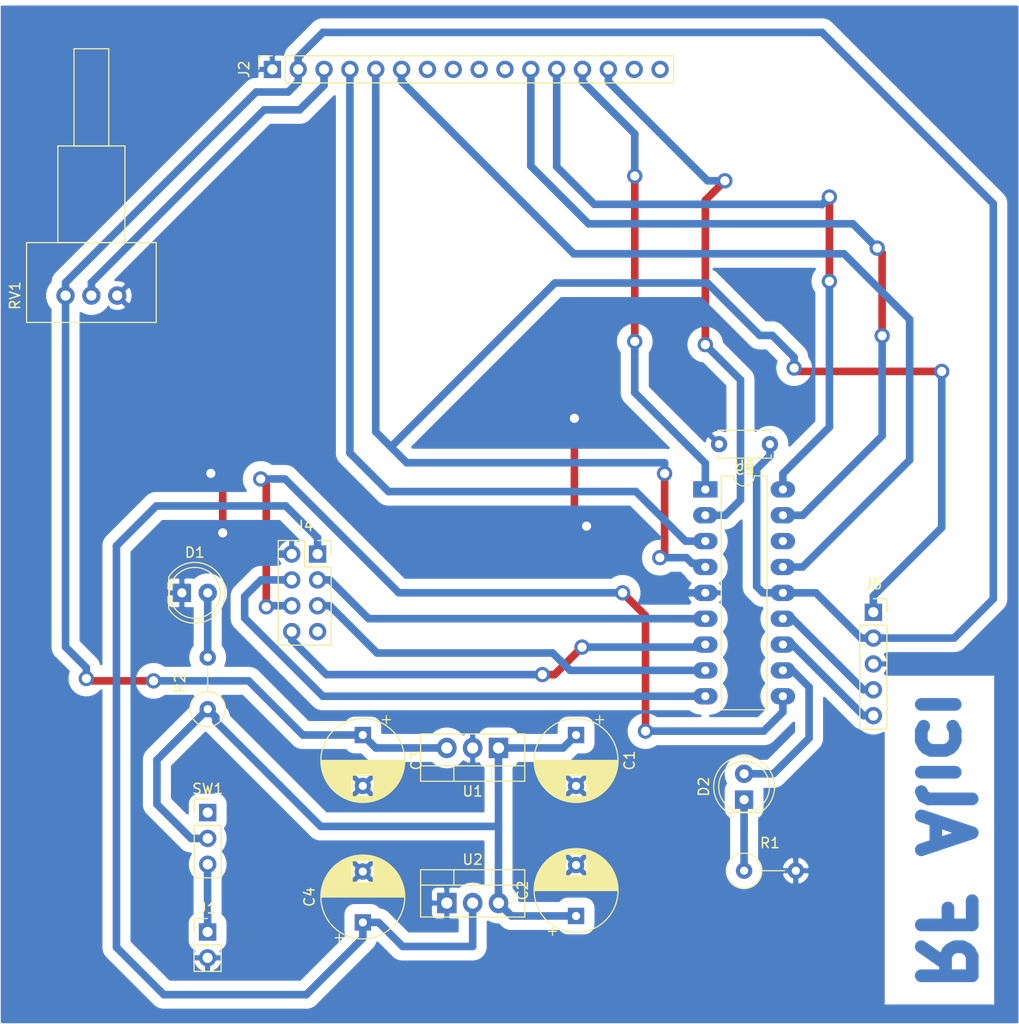
<source format=kicad_pcb>
(kicad_pcb (version 20171130) (host pcbnew "(5.1.2)-1")

  (general
    (thickness 1.6)
    (drawings 5)
    (tracks 227)
    (zones 0)
    (modules 18)
    (nets 33)
  )

  (page A4)
  (layers
    (0 F.Cu signal)
    (31 B.Cu signal)
    (32 B.Adhes user)
    (33 F.Adhes user)
    (34 B.Paste user)
    (35 F.Paste user)
    (36 B.SilkS user)
    (37 F.SilkS user)
    (38 B.Mask user)
    (39 F.Mask user)
    (40 Dwgs.User user)
    (41 Cmts.User user)
    (42 Eco1.User user)
    (43 Eco2.User user)
    (44 Edge.Cuts user)
    (45 Margin user)
    (46 B.CrtYd user)
    (47 F.CrtYd user)
    (48 B.Fab user)
    (49 F.Fab user)
  )

  (setup
    (last_trace_width 0.75)
    (trace_clearance 1)
    (zone_clearance 0.508)
    (zone_45_only no)
    (trace_min 0.2)
    (via_size 1.5)
    (via_drill 0.9)
    (via_min_size 0.4)
    (via_min_drill 0.3)
    (uvia_size 0.3)
    (uvia_drill 0.1)
    (uvias_allowed no)
    (uvia_min_size 0.2)
    (uvia_min_drill 0.1)
    (edge_width 0.05)
    (segment_width 0.2)
    (pcb_text_width 0.3)
    (pcb_text_size 1.5 1.5)
    (mod_edge_width 0.12)
    (mod_text_size 1 1)
    (mod_text_width 0.15)
    (pad_size 1.524 1.524)
    (pad_drill 0.762)
    (pad_to_mask_clearance 0.051)
    (solder_mask_min_width 0.25)
    (aux_axis_origin 0 0)
    (visible_elements 7FFFFFFF)
    (pcbplotparams
      (layerselection 0x00000_fffffffe)
      (usegerberextensions false)
      (usegerberattributes false)
      (usegerberadvancedattributes false)
      (creategerberjobfile false)
      (excludeedgelayer true)
      (linewidth 0.100000)
      (plotframeref false)
      (viasonmask false)
      (mode 1)
      (useauxorigin false)
      (hpglpennumber 1)
      (hpglpenspeed 20)
      (hpglpendiameter 15.000000)
      (psnegative false)
      (psa4output false)
      (plotreference true)
      (plotvalue true)
      (plotinvisibletext false)
      (padsonsilk false)
      (subtractmaskfromsilk false)
      (outputformat 4)
      (mirror false)
      (drillshape 2)
      (scaleselection 1)
      (outputdirectory ""))
  )

  (net 0 "")
  (net 1 VCC)
  (net 2 GND)
  (net 3 +5V)
  (net 4 +3V3)
  (net 5 "Net-(D1-Pad2)")
  (net 6 "Net-(D2-Pad1)")
  (net 7 "Net-(D2-Pad2)")
  (net 8 "Net-(J1-Pad1)")
  (net 9 "Net-(J2-Pad3)")
  (net 10 /RS)
  (net 11 ~MCLR)
  (net 12 /E)
  (net 13 "Net-(J2-Pad7)")
  (net 14 "Net-(J2-Pad8)")
  (net 15 "Net-(J2-Pad9)")
  (net 16 "Net-(J2-Pad10)")
  (net 17 /DB4)
  (net 18 /DB5)
  (net 19 /DB6)
  (net 20 /DB7)
  (net 21 "Net-(J2-Pad15)")
  (net 22 "Net-(J2-Pad16)")
  (net 23 CSN)
  (net 24 CE)
  (net 25 MOSI)
  (net 26 SCK)
  (net 27 "Net-(J4-Pad7)")
  (net 28 MISO)
  (net 29 PGD)
  (net 30 PGC)
  (net 31 "Net-(SW1-Pad1)")
  (net 32 "Net-(U3-Pad16)")

  (net_class Default "This is the default net class."
    (clearance 1)
    (trace_width 0.75)
    (via_dia 1.5)
    (via_drill 0.9)
    (uvia_dia 0.3)
    (uvia_drill 0.1)
    (add_net +3V3)
    (add_net +5V)
    (add_net /DB4)
    (add_net /DB5)
    (add_net /DB6)
    (add_net /DB7)
    (add_net /E)
    (add_net /RS)
    (add_net CE)
    (add_net CSN)
    (add_net GND)
    (add_net MISO)
    (add_net MOSI)
    (add_net "Net-(D1-Pad2)")
    (add_net "Net-(D2-Pad1)")
    (add_net "Net-(D2-Pad2)")
    (add_net "Net-(J1-Pad1)")
    (add_net "Net-(J2-Pad10)")
    (add_net "Net-(J2-Pad15)")
    (add_net "Net-(J2-Pad16)")
    (add_net "Net-(J2-Pad3)")
    (add_net "Net-(J2-Pad7)")
    (add_net "Net-(J2-Pad8)")
    (add_net "Net-(J2-Pad9)")
    (add_net "Net-(J4-Pad7)")
    (add_net "Net-(SW1-Pad1)")
    (add_net "Net-(U3-Pad16)")
    (add_net PGC)
    (add_net PGD)
    (add_net SCK)
    (add_net VCC)
    (add_net ~MCLR)
  )

  (net_class HomemadePCB ""
    (clearance 1)
    (trace_width 1)
    (via_dia 0.8)
    (via_drill 0.4)
    (uvia_dia 0.3)
    (uvia_drill 0.1)
  )

  (module Capacitor_THT:CP_Radial_D8.0mm_P5.00mm (layer F.Cu) (tedit 5AE50EF0) (tstamp 5CCCF705)
    (at 176.53 106.68 270)
    (descr "CP, Radial series, Radial, pin pitch=5.00mm, , diameter=8mm, Electrolytic Capacitor")
    (tags "CP Radial series Radial pin pitch 5.00mm  diameter 8mm Electrolytic Capacitor")
    (path /5C9E541E)
    (fp_text reference C1 (at 2.5 -5.25 90) (layer F.SilkS)
      (effects (font (size 1 1) (thickness 0.15)))
    )
    (fp_text value 10uF (at 2.5 5.25 90) (layer F.Fab)
      (effects (font (size 1 1) (thickness 0.15)))
    )
    (fp_circle (center 2.5 0) (end 6.5 0) (layer F.Fab) (width 0.1))
    (fp_circle (center 2.5 0) (end 6.62 0) (layer F.SilkS) (width 0.12))
    (fp_circle (center 2.5 0) (end 6.75 0) (layer F.CrtYd) (width 0.05))
    (fp_line (start -0.926759 -1.7475) (end -0.126759 -1.7475) (layer F.Fab) (width 0.1))
    (fp_line (start -0.526759 -2.1475) (end -0.526759 -1.3475) (layer F.Fab) (width 0.1))
    (fp_line (start 2.5 -4.08) (end 2.5 4.08) (layer F.SilkS) (width 0.12))
    (fp_line (start 2.54 -4.08) (end 2.54 4.08) (layer F.SilkS) (width 0.12))
    (fp_line (start 2.58 -4.08) (end 2.58 4.08) (layer F.SilkS) (width 0.12))
    (fp_line (start 2.62 -4.079) (end 2.62 4.079) (layer F.SilkS) (width 0.12))
    (fp_line (start 2.66 -4.077) (end 2.66 4.077) (layer F.SilkS) (width 0.12))
    (fp_line (start 2.7 -4.076) (end 2.7 4.076) (layer F.SilkS) (width 0.12))
    (fp_line (start 2.74 -4.074) (end 2.74 4.074) (layer F.SilkS) (width 0.12))
    (fp_line (start 2.78 -4.071) (end 2.78 4.071) (layer F.SilkS) (width 0.12))
    (fp_line (start 2.82 -4.068) (end 2.82 4.068) (layer F.SilkS) (width 0.12))
    (fp_line (start 2.86 -4.065) (end 2.86 4.065) (layer F.SilkS) (width 0.12))
    (fp_line (start 2.9 -4.061) (end 2.9 4.061) (layer F.SilkS) (width 0.12))
    (fp_line (start 2.94 -4.057) (end 2.94 4.057) (layer F.SilkS) (width 0.12))
    (fp_line (start 2.98 -4.052) (end 2.98 4.052) (layer F.SilkS) (width 0.12))
    (fp_line (start 3.02 -4.048) (end 3.02 4.048) (layer F.SilkS) (width 0.12))
    (fp_line (start 3.06 -4.042) (end 3.06 4.042) (layer F.SilkS) (width 0.12))
    (fp_line (start 3.1 -4.037) (end 3.1 4.037) (layer F.SilkS) (width 0.12))
    (fp_line (start 3.14 -4.03) (end 3.14 4.03) (layer F.SilkS) (width 0.12))
    (fp_line (start 3.18 -4.024) (end 3.18 4.024) (layer F.SilkS) (width 0.12))
    (fp_line (start 3.221 -4.017) (end 3.221 4.017) (layer F.SilkS) (width 0.12))
    (fp_line (start 3.261 -4.01) (end 3.261 4.01) (layer F.SilkS) (width 0.12))
    (fp_line (start 3.301 -4.002) (end 3.301 4.002) (layer F.SilkS) (width 0.12))
    (fp_line (start 3.341 -3.994) (end 3.341 3.994) (layer F.SilkS) (width 0.12))
    (fp_line (start 3.381 -3.985) (end 3.381 3.985) (layer F.SilkS) (width 0.12))
    (fp_line (start 3.421 -3.976) (end 3.421 3.976) (layer F.SilkS) (width 0.12))
    (fp_line (start 3.461 -3.967) (end 3.461 3.967) (layer F.SilkS) (width 0.12))
    (fp_line (start 3.501 -3.957) (end 3.501 3.957) (layer F.SilkS) (width 0.12))
    (fp_line (start 3.541 -3.947) (end 3.541 3.947) (layer F.SilkS) (width 0.12))
    (fp_line (start 3.581 -3.936) (end 3.581 3.936) (layer F.SilkS) (width 0.12))
    (fp_line (start 3.621 -3.925) (end 3.621 3.925) (layer F.SilkS) (width 0.12))
    (fp_line (start 3.661 -3.914) (end 3.661 3.914) (layer F.SilkS) (width 0.12))
    (fp_line (start 3.701 -3.902) (end 3.701 3.902) (layer F.SilkS) (width 0.12))
    (fp_line (start 3.741 -3.889) (end 3.741 3.889) (layer F.SilkS) (width 0.12))
    (fp_line (start 3.781 -3.877) (end 3.781 3.877) (layer F.SilkS) (width 0.12))
    (fp_line (start 3.821 -3.863) (end 3.821 3.863) (layer F.SilkS) (width 0.12))
    (fp_line (start 3.861 -3.85) (end 3.861 3.85) (layer F.SilkS) (width 0.12))
    (fp_line (start 3.901 -3.835) (end 3.901 3.835) (layer F.SilkS) (width 0.12))
    (fp_line (start 3.941 -3.821) (end 3.941 3.821) (layer F.SilkS) (width 0.12))
    (fp_line (start 3.981 -3.805) (end 3.981 -1.04) (layer F.SilkS) (width 0.12))
    (fp_line (start 3.981 1.04) (end 3.981 3.805) (layer F.SilkS) (width 0.12))
    (fp_line (start 4.021 -3.79) (end 4.021 -1.04) (layer F.SilkS) (width 0.12))
    (fp_line (start 4.021 1.04) (end 4.021 3.79) (layer F.SilkS) (width 0.12))
    (fp_line (start 4.061 -3.774) (end 4.061 -1.04) (layer F.SilkS) (width 0.12))
    (fp_line (start 4.061 1.04) (end 4.061 3.774) (layer F.SilkS) (width 0.12))
    (fp_line (start 4.101 -3.757) (end 4.101 -1.04) (layer F.SilkS) (width 0.12))
    (fp_line (start 4.101 1.04) (end 4.101 3.757) (layer F.SilkS) (width 0.12))
    (fp_line (start 4.141 -3.74) (end 4.141 -1.04) (layer F.SilkS) (width 0.12))
    (fp_line (start 4.141 1.04) (end 4.141 3.74) (layer F.SilkS) (width 0.12))
    (fp_line (start 4.181 -3.722) (end 4.181 -1.04) (layer F.SilkS) (width 0.12))
    (fp_line (start 4.181 1.04) (end 4.181 3.722) (layer F.SilkS) (width 0.12))
    (fp_line (start 4.221 -3.704) (end 4.221 -1.04) (layer F.SilkS) (width 0.12))
    (fp_line (start 4.221 1.04) (end 4.221 3.704) (layer F.SilkS) (width 0.12))
    (fp_line (start 4.261 -3.686) (end 4.261 -1.04) (layer F.SilkS) (width 0.12))
    (fp_line (start 4.261 1.04) (end 4.261 3.686) (layer F.SilkS) (width 0.12))
    (fp_line (start 4.301 -3.666) (end 4.301 -1.04) (layer F.SilkS) (width 0.12))
    (fp_line (start 4.301 1.04) (end 4.301 3.666) (layer F.SilkS) (width 0.12))
    (fp_line (start 4.341 -3.647) (end 4.341 -1.04) (layer F.SilkS) (width 0.12))
    (fp_line (start 4.341 1.04) (end 4.341 3.647) (layer F.SilkS) (width 0.12))
    (fp_line (start 4.381 -3.627) (end 4.381 -1.04) (layer F.SilkS) (width 0.12))
    (fp_line (start 4.381 1.04) (end 4.381 3.627) (layer F.SilkS) (width 0.12))
    (fp_line (start 4.421 -3.606) (end 4.421 -1.04) (layer F.SilkS) (width 0.12))
    (fp_line (start 4.421 1.04) (end 4.421 3.606) (layer F.SilkS) (width 0.12))
    (fp_line (start 4.461 -3.584) (end 4.461 -1.04) (layer F.SilkS) (width 0.12))
    (fp_line (start 4.461 1.04) (end 4.461 3.584) (layer F.SilkS) (width 0.12))
    (fp_line (start 4.501 -3.562) (end 4.501 -1.04) (layer F.SilkS) (width 0.12))
    (fp_line (start 4.501 1.04) (end 4.501 3.562) (layer F.SilkS) (width 0.12))
    (fp_line (start 4.541 -3.54) (end 4.541 -1.04) (layer F.SilkS) (width 0.12))
    (fp_line (start 4.541 1.04) (end 4.541 3.54) (layer F.SilkS) (width 0.12))
    (fp_line (start 4.581 -3.517) (end 4.581 -1.04) (layer F.SilkS) (width 0.12))
    (fp_line (start 4.581 1.04) (end 4.581 3.517) (layer F.SilkS) (width 0.12))
    (fp_line (start 4.621 -3.493) (end 4.621 -1.04) (layer F.SilkS) (width 0.12))
    (fp_line (start 4.621 1.04) (end 4.621 3.493) (layer F.SilkS) (width 0.12))
    (fp_line (start 4.661 -3.469) (end 4.661 -1.04) (layer F.SilkS) (width 0.12))
    (fp_line (start 4.661 1.04) (end 4.661 3.469) (layer F.SilkS) (width 0.12))
    (fp_line (start 4.701 -3.444) (end 4.701 -1.04) (layer F.SilkS) (width 0.12))
    (fp_line (start 4.701 1.04) (end 4.701 3.444) (layer F.SilkS) (width 0.12))
    (fp_line (start 4.741 -3.418) (end 4.741 -1.04) (layer F.SilkS) (width 0.12))
    (fp_line (start 4.741 1.04) (end 4.741 3.418) (layer F.SilkS) (width 0.12))
    (fp_line (start 4.781 -3.392) (end 4.781 -1.04) (layer F.SilkS) (width 0.12))
    (fp_line (start 4.781 1.04) (end 4.781 3.392) (layer F.SilkS) (width 0.12))
    (fp_line (start 4.821 -3.365) (end 4.821 -1.04) (layer F.SilkS) (width 0.12))
    (fp_line (start 4.821 1.04) (end 4.821 3.365) (layer F.SilkS) (width 0.12))
    (fp_line (start 4.861 -3.338) (end 4.861 -1.04) (layer F.SilkS) (width 0.12))
    (fp_line (start 4.861 1.04) (end 4.861 3.338) (layer F.SilkS) (width 0.12))
    (fp_line (start 4.901 -3.309) (end 4.901 -1.04) (layer F.SilkS) (width 0.12))
    (fp_line (start 4.901 1.04) (end 4.901 3.309) (layer F.SilkS) (width 0.12))
    (fp_line (start 4.941 -3.28) (end 4.941 -1.04) (layer F.SilkS) (width 0.12))
    (fp_line (start 4.941 1.04) (end 4.941 3.28) (layer F.SilkS) (width 0.12))
    (fp_line (start 4.981 -3.25) (end 4.981 -1.04) (layer F.SilkS) (width 0.12))
    (fp_line (start 4.981 1.04) (end 4.981 3.25) (layer F.SilkS) (width 0.12))
    (fp_line (start 5.021 -3.22) (end 5.021 -1.04) (layer F.SilkS) (width 0.12))
    (fp_line (start 5.021 1.04) (end 5.021 3.22) (layer F.SilkS) (width 0.12))
    (fp_line (start 5.061 -3.189) (end 5.061 -1.04) (layer F.SilkS) (width 0.12))
    (fp_line (start 5.061 1.04) (end 5.061 3.189) (layer F.SilkS) (width 0.12))
    (fp_line (start 5.101 -3.156) (end 5.101 -1.04) (layer F.SilkS) (width 0.12))
    (fp_line (start 5.101 1.04) (end 5.101 3.156) (layer F.SilkS) (width 0.12))
    (fp_line (start 5.141 -3.124) (end 5.141 -1.04) (layer F.SilkS) (width 0.12))
    (fp_line (start 5.141 1.04) (end 5.141 3.124) (layer F.SilkS) (width 0.12))
    (fp_line (start 5.181 -3.09) (end 5.181 -1.04) (layer F.SilkS) (width 0.12))
    (fp_line (start 5.181 1.04) (end 5.181 3.09) (layer F.SilkS) (width 0.12))
    (fp_line (start 5.221 -3.055) (end 5.221 -1.04) (layer F.SilkS) (width 0.12))
    (fp_line (start 5.221 1.04) (end 5.221 3.055) (layer F.SilkS) (width 0.12))
    (fp_line (start 5.261 -3.019) (end 5.261 -1.04) (layer F.SilkS) (width 0.12))
    (fp_line (start 5.261 1.04) (end 5.261 3.019) (layer F.SilkS) (width 0.12))
    (fp_line (start 5.301 -2.983) (end 5.301 -1.04) (layer F.SilkS) (width 0.12))
    (fp_line (start 5.301 1.04) (end 5.301 2.983) (layer F.SilkS) (width 0.12))
    (fp_line (start 5.341 -2.945) (end 5.341 -1.04) (layer F.SilkS) (width 0.12))
    (fp_line (start 5.341 1.04) (end 5.341 2.945) (layer F.SilkS) (width 0.12))
    (fp_line (start 5.381 -2.907) (end 5.381 -1.04) (layer F.SilkS) (width 0.12))
    (fp_line (start 5.381 1.04) (end 5.381 2.907) (layer F.SilkS) (width 0.12))
    (fp_line (start 5.421 -2.867) (end 5.421 -1.04) (layer F.SilkS) (width 0.12))
    (fp_line (start 5.421 1.04) (end 5.421 2.867) (layer F.SilkS) (width 0.12))
    (fp_line (start 5.461 -2.826) (end 5.461 -1.04) (layer F.SilkS) (width 0.12))
    (fp_line (start 5.461 1.04) (end 5.461 2.826) (layer F.SilkS) (width 0.12))
    (fp_line (start 5.501 -2.784) (end 5.501 -1.04) (layer F.SilkS) (width 0.12))
    (fp_line (start 5.501 1.04) (end 5.501 2.784) (layer F.SilkS) (width 0.12))
    (fp_line (start 5.541 -2.741) (end 5.541 -1.04) (layer F.SilkS) (width 0.12))
    (fp_line (start 5.541 1.04) (end 5.541 2.741) (layer F.SilkS) (width 0.12))
    (fp_line (start 5.581 -2.697) (end 5.581 -1.04) (layer F.SilkS) (width 0.12))
    (fp_line (start 5.581 1.04) (end 5.581 2.697) (layer F.SilkS) (width 0.12))
    (fp_line (start 5.621 -2.651) (end 5.621 -1.04) (layer F.SilkS) (width 0.12))
    (fp_line (start 5.621 1.04) (end 5.621 2.651) (layer F.SilkS) (width 0.12))
    (fp_line (start 5.661 -2.604) (end 5.661 -1.04) (layer F.SilkS) (width 0.12))
    (fp_line (start 5.661 1.04) (end 5.661 2.604) (layer F.SilkS) (width 0.12))
    (fp_line (start 5.701 -2.556) (end 5.701 -1.04) (layer F.SilkS) (width 0.12))
    (fp_line (start 5.701 1.04) (end 5.701 2.556) (layer F.SilkS) (width 0.12))
    (fp_line (start 5.741 -2.505) (end 5.741 -1.04) (layer F.SilkS) (width 0.12))
    (fp_line (start 5.741 1.04) (end 5.741 2.505) (layer F.SilkS) (width 0.12))
    (fp_line (start 5.781 -2.454) (end 5.781 -1.04) (layer F.SilkS) (width 0.12))
    (fp_line (start 5.781 1.04) (end 5.781 2.454) (layer F.SilkS) (width 0.12))
    (fp_line (start 5.821 -2.4) (end 5.821 -1.04) (layer F.SilkS) (width 0.12))
    (fp_line (start 5.821 1.04) (end 5.821 2.4) (layer F.SilkS) (width 0.12))
    (fp_line (start 5.861 -2.345) (end 5.861 -1.04) (layer F.SilkS) (width 0.12))
    (fp_line (start 5.861 1.04) (end 5.861 2.345) (layer F.SilkS) (width 0.12))
    (fp_line (start 5.901 -2.287) (end 5.901 -1.04) (layer F.SilkS) (width 0.12))
    (fp_line (start 5.901 1.04) (end 5.901 2.287) (layer F.SilkS) (width 0.12))
    (fp_line (start 5.941 -2.228) (end 5.941 -1.04) (layer F.SilkS) (width 0.12))
    (fp_line (start 5.941 1.04) (end 5.941 2.228) (layer F.SilkS) (width 0.12))
    (fp_line (start 5.981 -2.166) (end 5.981 -1.04) (layer F.SilkS) (width 0.12))
    (fp_line (start 5.981 1.04) (end 5.981 2.166) (layer F.SilkS) (width 0.12))
    (fp_line (start 6.021 -2.102) (end 6.021 -1.04) (layer F.SilkS) (width 0.12))
    (fp_line (start 6.021 1.04) (end 6.021 2.102) (layer F.SilkS) (width 0.12))
    (fp_line (start 6.061 -2.034) (end 6.061 2.034) (layer F.SilkS) (width 0.12))
    (fp_line (start 6.101 -1.964) (end 6.101 1.964) (layer F.SilkS) (width 0.12))
    (fp_line (start 6.141 -1.89) (end 6.141 1.89) (layer F.SilkS) (width 0.12))
    (fp_line (start 6.181 -1.813) (end 6.181 1.813) (layer F.SilkS) (width 0.12))
    (fp_line (start 6.221 -1.731) (end 6.221 1.731) (layer F.SilkS) (width 0.12))
    (fp_line (start 6.261 -1.645) (end 6.261 1.645) (layer F.SilkS) (width 0.12))
    (fp_line (start 6.301 -1.552) (end 6.301 1.552) (layer F.SilkS) (width 0.12))
    (fp_line (start 6.341 -1.453) (end 6.341 1.453) (layer F.SilkS) (width 0.12))
    (fp_line (start 6.381 -1.346) (end 6.381 1.346) (layer F.SilkS) (width 0.12))
    (fp_line (start 6.421 -1.229) (end 6.421 1.229) (layer F.SilkS) (width 0.12))
    (fp_line (start 6.461 -1.098) (end 6.461 1.098) (layer F.SilkS) (width 0.12))
    (fp_line (start 6.501 -0.948) (end 6.501 0.948) (layer F.SilkS) (width 0.12))
    (fp_line (start 6.541 -0.768) (end 6.541 0.768) (layer F.SilkS) (width 0.12))
    (fp_line (start 6.581 -0.533) (end 6.581 0.533) (layer F.SilkS) (width 0.12))
    (fp_line (start -1.909698 -2.315) (end -1.109698 -2.315) (layer F.SilkS) (width 0.12))
    (fp_line (start -1.509698 -2.715) (end -1.509698 -1.915) (layer F.SilkS) (width 0.12))
    (fp_text user %R (at 2.5 0 90) (layer F.Fab)
      (effects (font (size 1 1) (thickness 0.15)))
    )
    (pad 1 thru_hole rect (at 0 0 270) (size 1.6 1.6) (drill 0.8) (layers *.Cu *.Mask)
      (net 1 VCC))
    (pad 2 thru_hole circle (at 5 0 270) (size 1.6 1.6) (drill 0.8) (layers *.Cu *.Mask)
      (net 2 GND))
    (model ${KISYS3DMOD}/Capacitor_THT.3dshapes/CP_Radial_D8.0mm_P5.00mm.wrl
      (at (xyz 0 0 0))
      (scale (xyz 1 1 1))
      (rotate (xyz 0 0 0))
    )
  )

  (module Capacitor_THT:CP_Radial_D8.0mm_P5.00mm (layer F.Cu) (tedit 5AE50EF0) (tstamp 5CCCF7AE)
    (at 176.53 124.46 90)
    (descr "CP, Radial series, Radial, pin pitch=5.00mm, , diameter=8mm, Electrolytic Capacitor")
    (tags "CP Radial series Radial pin pitch 5.00mm  diameter 8mm Electrolytic Capacitor")
    (path /5C9E535C)
    (fp_text reference C2 (at 2.5 -5.25 90) (layer F.SilkS)
      (effects (font (size 1 1) (thickness 0.15)))
    )
    (fp_text value 10uF (at 2.5 5.25 90) (layer F.Fab)
      (effects (font (size 1 1) (thickness 0.15)))
    )
    (fp_text user %R (at 2.5 0 90) (layer F.Fab)
      (effects (font (size 1 1) (thickness 0.15)))
    )
    (fp_line (start -1.509698 -2.715) (end -1.509698 -1.915) (layer F.SilkS) (width 0.12))
    (fp_line (start -1.909698 -2.315) (end -1.109698 -2.315) (layer F.SilkS) (width 0.12))
    (fp_line (start 6.581 -0.533) (end 6.581 0.533) (layer F.SilkS) (width 0.12))
    (fp_line (start 6.541 -0.768) (end 6.541 0.768) (layer F.SilkS) (width 0.12))
    (fp_line (start 6.501 -0.948) (end 6.501 0.948) (layer F.SilkS) (width 0.12))
    (fp_line (start 6.461 -1.098) (end 6.461 1.098) (layer F.SilkS) (width 0.12))
    (fp_line (start 6.421 -1.229) (end 6.421 1.229) (layer F.SilkS) (width 0.12))
    (fp_line (start 6.381 -1.346) (end 6.381 1.346) (layer F.SilkS) (width 0.12))
    (fp_line (start 6.341 -1.453) (end 6.341 1.453) (layer F.SilkS) (width 0.12))
    (fp_line (start 6.301 -1.552) (end 6.301 1.552) (layer F.SilkS) (width 0.12))
    (fp_line (start 6.261 -1.645) (end 6.261 1.645) (layer F.SilkS) (width 0.12))
    (fp_line (start 6.221 -1.731) (end 6.221 1.731) (layer F.SilkS) (width 0.12))
    (fp_line (start 6.181 -1.813) (end 6.181 1.813) (layer F.SilkS) (width 0.12))
    (fp_line (start 6.141 -1.89) (end 6.141 1.89) (layer F.SilkS) (width 0.12))
    (fp_line (start 6.101 -1.964) (end 6.101 1.964) (layer F.SilkS) (width 0.12))
    (fp_line (start 6.061 -2.034) (end 6.061 2.034) (layer F.SilkS) (width 0.12))
    (fp_line (start 6.021 1.04) (end 6.021 2.102) (layer F.SilkS) (width 0.12))
    (fp_line (start 6.021 -2.102) (end 6.021 -1.04) (layer F.SilkS) (width 0.12))
    (fp_line (start 5.981 1.04) (end 5.981 2.166) (layer F.SilkS) (width 0.12))
    (fp_line (start 5.981 -2.166) (end 5.981 -1.04) (layer F.SilkS) (width 0.12))
    (fp_line (start 5.941 1.04) (end 5.941 2.228) (layer F.SilkS) (width 0.12))
    (fp_line (start 5.941 -2.228) (end 5.941 -1.04) (layer F.SilkS) (width 0.12))
    (fp_line (start 5.901 1.04) (end 5.901 2.287) (layer F.SilkS) (width 0.12))
    (fp_line (start 5.901 -2.287) (end 5.901 -1.04) (layer F.SilkS) (width 0.12))
    (fp_line (start 5.861 1.04) (end 5.861 2.345) (layer F.SilkS) (width 0.12))
    (fp_line (start 5.861 -2.345) (end 5.861 -1.04) (layer F.SilkS) (width 0.12))
    (fp_line (start 5.821 1.04) (end 5.821 2.4) (layer F.SilkS) (width 0.12))
    (fp_line (start 5.821 -2.4) (end 5.821 -1.04) (layer F.SilkS) (width 0.12))
    (fp_line (start 5.781 1.04) (end 5.781 2.454) (layer F.SilkS) (width 0.12))
    (fp_line (start 5.781 -2.454) (end 5.781 -1.04) (layer F.SilkS) (width 0.12))
    (fp_line (start 5.741 1.04) (end 5.741 2.505) (layer F.SilkS) (width 0.12))
    (fp_line (start 5.741 -2.505) (end 5.741 -1.04) (layer F.SilkS) (width 0.12))
    (fp_line (start 5.701 1.04) (end 5.701 2.556) (layer F.SilkS) (width 0.12))
    (fp_line (start 5.701 -2.556) (end 5.701 -1.04) (layer F.SilkS) (width 0.12))
    (fp_line (start 5.661 1.04) (end 5.661 2.604) (layer F.SilkS) (width 0.12))
    (fp_line (start 5.661 -2.604) (end 5.661 -1.04) (layer F.SilkS) (width 0.12))
    (fp_line (start 5.621 1.04) (end 5.621 2.651) (layer F.SilkS) (width 0.12))
    (fp_line (start 5.621 -2.651) (end 5.621 -1.04) (layer F.SilkS) (width 0.12))
    (fp_line (start 5.581 1.04) (end 5.581 2.697) (layer F.SilkS) (width 0.12))
    (fp_line (start 5.581 -2.697) (end 5.581 -1.04) (layer F.SilkS) (width 0.12))
    (fp_line (start 5.541 1.04) (end 5.541 2.741) (layer F.SilkS) (width 0.12))
    (fp_line (start 5.541 -2.741) (end 5.541 -1.04) (layer F.SilkS) (width 0.12))
    (fp_line (start 5.501 1.04) (end 5.501 2.784) (layer F.SilkS) (width 0.12))
    (fp_line (start 5.501 -2.784) (end 5.501 -1.04) (layer F.SilkS) (width 0.12))
    (fp_line (start 5.461 1.04) (end 5.461 2.826) (layer F.SilkS) (width 0.12))
    (fp_line (start 5.461 -2.826) (end 5.461 -1.04) (layer F.SilkS) (width 0.12))
    (fp_line (start 5.421 1.04) (end 5.421 2.867) (layer F.SilkS) (width 0.12))
    (fp_line (start 5.421 -2.867) (end 5.421 -1.04) (layer F.SilkS) (width 0.12))
    (fp_line (start 5.381 1.04) (end 5.381 2.907) (layer F.SilkS) (width 0.12))
    (fp_line (start 5.381 -2.907) (end 5.381 -1.04) (layer F.SilkS) (width 0.12))
    (fp_line (start 5.341 1.04) (end 5.341 2.945) (layer F.SilkS) (width 0.12))
    (fp_line (start 5.341 -2.945) (end 5.341 -1.04) (layer F.SilkS) (width 0.12))
    (fp_line (start 5.301 1.04) (end 5.301 2.983) (layer F.SilkS) (width 0.12))
    (fp_line (start 5.301 -2.983) (end 5.301 -1.04) (layer F.SilkS) (width 0.12))
    (fp_line (start 5.261 1.04) (end 5.261 3.019) (layer F.SilkS) (width 0.12))
    (fp_line (start 5.261 -3.019) (end 5.261 -1.04) (layer F.SilkS) (width 0.12))
    (fp_line (start 5.221 1.04) (end 5.221 3.055) (layer F.SilkS) (width 0.12))
    (fp_line (start 5.221 -3.055) (end 5.221 -1.04) (layer F.SilkS) (width 0.12))
    (fp_line (start 5.181 1.04) (end 5.181 3.09) (layer F.SilkS) (width 0.12))
    (fp_line (start 5.181 -3.09) (end 5.181 -1.04) (layer F.SilkS) (width 0.12))
    (fp_line (start 5.141 1.04) (end 5.141 3.124) (layer F.SilkS) (width 0.12))
    (fp_line (start 5.141 -3.124) (end 5.141 -1.04) (layer F.SilkS) (width 0.12))
    (fp_line (start 5.101 1.04) (end 5.101 3.156) (layer F.SilkS) (width 0.12))
    (fp_line (start 5.101 -3.156) (end 5.101 -1.04) (layer F.SilkS) (width 0.12))
    (fp_line (start 5.061 1.04) (end 5.061 3.189) (layer F.SilkS) (width 0.12))
    (fp_line (start 5.061 -3.189) (end 5.061 -1.04) (layer F.SilkS) (width 0.12))
    (fp_line (start 5.021 1.04) (end 5.021 3.22) (layer F.SilkS) (width 0.12))
    (fp_line (start 5.021 -3.22) (end 5.021 -1.04) (layer F.SilkS) (width 0.12))
    (fp_line (start 4.981 1.04) (end 4.981 3.25) (layer F.SilkS) (width 0.12))
    (fp_line (start 4.981 -3.25) (end 4.981 -1.04) (layer F.SilkS) (width 0.12))
    (fp_line (start 4.941 1.04) (end 4.941 3.28) (layer F.SilkS) (width 0.12))
    (fp_line (start 4.941 -3.28) (end 4.941 -1.04) (layer F.SilkS) (width 0.12))
    (fp_line (start 4.901 1.04) (end 4.901 3.309) (layer F.SilkS) (width 0.12))
    (fp_line (start 4.901 -3.309) (end 4.901 -1.04) (layer F.SilkS) (width 0.12))
    (fp_line (start 4.861 1.04) (end 4.861 3.338) (layer F.SilkS) (width 0.12))
    (fp_line (start 4.861 -3.338) (end 4.861 -1.04) (layer F.SilkS) (width 0.12))
    (fp_line (start 4.821 1.04) (end 4.821 3.365) (layer F.SilkS) (width 0.12))
    (fp_line (start 4.821 -3.365) (end 4.821 -1.04) (layer F.SilkS) (width 0.12))
    (fp_line (start 4.781 1.04) (end 4.781 3.392) (layer F.SilkS) (width 0.12))
    (fp_line (start 4.781 -3.392) (end 4.781 -1.04) (layer F.SilkS) (width 0.12))
    (fp_line (start 4.741 1.04) (end 4.741 3.418) (layer F.SilkS) (width 0.12))
    (fp_line (start 4.741 -3.418) (end 4.741 -1.04) (layer F.SilkS) (width 0.12))
    (fp_line (start 4.701 1.04) (end 4.701 3.444) (layer F.SilkS) (width 0.12))
    (fp_line (start 4.701 -3.444) (end 4.701 -1.04) (layer F.SilkS) (width 0.12))
    (fp_line (start 4.661 1.04) (end 4.661 3.469) (layer F.SilkS) (width 0.12))
    (fp_line (start 4.661 -3.469) (end 4.661 -1.04) (layer F.SilkS) (width 0.12))
    (fp_line (start 4.621 1.04) (end 4.621 3.493) (layer F.SilkS) (width 0.12))
    (fp_line (start 4.621 -3.493) (end 4.621 -1.04) (layer F.SilkS) (width 0.12))
    (fp_line (start 4.581 1.04) (end 4.581 3.517) (layer F.SilkS) (width 0.12))
    (fp_line (start 4.581 -3.517) (end 4.581 -1.04) (layer F.SilkS) (width 0.12))
    (fp_line (start 4.541 1.04) (end 4.541 3.54) (layer F.SilkS) (width 0.12))
    (fp_line (start 4.541 -3.54) (end 4.541 -1.04) (layer F.SilkS) (width 0.12))
    (fp_line (start 4.501 1.04) (end 4.501 3.562) (layer F.SilkS) (width 0.12))
    (fp_line (start 4.501 -3.562) (end 4.501 -1.04) (layer F.SilkS) (width 0.12))
    (fp_line (start 4.461 1.04) (end 4.461 3.584) (layer F.SilkS) (width 0.12))
    (fp_line (start 4.461 -3.584) (end 4.461 -1.04) (layer F.SilkS) (width 0.12))
    (fp_line (start 4.421 1.04) (end 4.421 3.606) (layer F.SilkS) (width 0.12))
    (fp_line (start 4.421 -3.606) (end 4.421 -1.04) (layer F.SilkS) (width 0.12))
    (fp_line (start 4.381 1.04) (end 4.381 3.627) (layer F.SilkS) (width 0.12))
    (fp_line (start 4.381 -3.627) (end 4.381 -1.04) (layer F.SilkS) (width 0.12))
    (fp_line (start 4.341 1.04) (end 4.341 3.647) (layer F.SilkS) (width 0.12))
    (fp_line (start 4.341 -3.647) (end 4.341 -1.04) (layer F.SilkS) (width 0.12))
    (fp_line (start 4.301 1.04) (end 4.301 3.666) (layer F.SilkS) (width 0.12))
    (fp_line (start 4.301 -3.666) (end 4.301 -1.04) (layer F.SilkS) (width 0.12))
    (fp_line (start 4.261 1.04) (end 4.261 3.686) (layer F.SilkS) (width 0.12))
    (fp_line (start 4.261 -3.686) (end 4.261 -1.04) (layer F.SilkS) (width 0.12))
    (fp_line (start 4.221 1.04) (end 4.221 3.704) (layer F.SilkS) (width 0.12))
    (fp_line (start 4.221 -3.704) (end 4.221 -1.04) (layer F.SilkS) (width 0.12))
    (fp_line (start 4.181 1.04) (end 4.181 3.722) (layer F.SilkS) (width 0.12))
    (fp_line (start 4.181 -3.722) (end 4.181 -1.04) (layer F.SilkS) (width 0.12))
    (fp_line (start 4.141 1.04) (end 4.141 3.74) (layer F.SilkS) (width 0.12))
    (fp_line (start 4.141 -3.74) (end 4.141 -1.04) (layer F.SilkS) (width 0.12))
    (fp_line (start 4.101 1.04) (end 4.101 3.757) (layer F.SilkS) (width 0.12))
    (fp_line (start 4.101 -3.757) (end 4.101 -1.04) (layer F.SilkS) (width 0.12))
    (fp_line (start 4.061 1.04) (end 4.061 3.774) (layer F.SilkS) (width 0.12))
    (fp_line (start 4.061 -3.774) (end 4.061 -1.04) (layer F.SilkS) (width 0.12))
    (fp_line (start 4.021 1.04) (end 4.021 3.79) (layer F.SilkS) (width 0.12))
    (fp_line (start 4.021 -3.79) (end 4.021 -1.04) (layer F.SilkS) (width 0.12))
    (fp_line (start 3.981 1.04) (end 3.981 3.805) (layer F.SilkS) (width 0.12))
    (fp_line (start 3.981 -3.805) (end 3.981 -1.04) (layer F.SilkS) (width 0.12))
    (fp_line (start 3.941 -3.821) (end 3.941 3.821) (layer F.SilkS) (width 0.12))
    (fp_line (start 3.901 -3.835) (end 3.901 3.835) (layer F.SilkS) (width 0.12))
    (fp_line (start 3.861 -3.85) (end 3.861 3.85) (layer F.SilkS) (width 0.12))
    (fp_line (start 3.821 -3.863) (end 3.821 3.863) (layer F.SilkS) (width 0.12))
    (fp_line (start 3.781 -3.877) (end 3.781 3.877) (layer F.SilkS) (width 0.12))
    (fp_line (start 3.741 -3.889) (end 3.741 3.889) (layer F.SilkS) (width 0.12))
    (fp_line (start 3.701 -3.902) (end 3.701 3.902) (layer F.SilkS) (width 0.12))
    (fp_line (start 3.661 -3.914) (end 3.661 3.914) (layer F.SilkS) (width 0.12))
    (fp_line (start 3.621 -3.925) (end 3.621 3.925) (layer F.SilkS) (width 0.12))
    (fp_line (start 3.581 -3.936) (end 3.581 3.936) (layer F.SilkS) (width 0.12))
    (fp_line (start 3.541 -3.947) (end 3.541 3.947) (layer F.SilkS) (width 0.12))
    (fp_line (start 3.501 -3.957) (end 3.501 3.957) (layer F.SilkS) (width 0.12))
    (fp_line (start 3.461 -3.967) (end 3.461 3.967) (layer F.SilkS) (width 0.12))
    (fp_line (start 3.421 -3.976) (end 3.421 3.976) (layer F.SilkS) (width 0.12))
    (fp_line (start 3.381 -3.985) (end 3.381 3.985) (layer F.SilkS) (width 0.12))
    (fp_line (start 3.341 -3.994) (end 3.341 3.994) (layer F.SilkS) (width 0.12))
    (fp_line (start 3.301 -4.002) (end 3.301 4.002) (layer F.SilkS) (width 0.12))
    (fp_line (start 3.261 -4.01) (end 3.261 4.01) (layer F.SilkS) (width 0.12))
    (fp_line (start 3.221 -4.017) (end 3.221 4.017) (layer F.SilkS) (width 0.12))
    (fp_line (start 3.18 -4.024) (end 3.18 4.024) (layer F.SilkS) (width 0.12))
    (fp_line (start 3.14 -4.03) (end 3.14 4.03) (layer F.SilkS) (width 0.12))
    (fp_line (start 3.1 -4.037) (end 3.1 4.037) (layer F.SilkS) (width 0.12))
    (fp_line (start 3.06 -4.042) (end 3.06 4.042) (layer F.SilkS) (width 0.12))
    (fp_line (start 3.02 -4.048) (end 3.02 4.048) (layer F.SilkS) (width 0.12))
    (fp_line (start 2.98 -4.052) (end 2.98 4.052) (layer F.SilkS) (width 0.12))
    (fp_line (start 2.94 -4.057) (end 2.94 4.057) (layer F.SilkS) (width 0.12))
    (fp_line (start 2.9 -4.061) (end 2.9 4.061) (layer F.SilkS) (width 0.12))
    (fp_line (start 2.86 -4.065) (end 2.86 4.065) (layer F.SilkS) (width 0.12))
    (fp_line (start 2.82 -4.068) (end 2.82 4.068) (layer F.SilkS) (width 0.12))
    (fp_line (start 2.78 -4.071) (end 2.78 4.071) (layer F.SilkS) (width 0.12))
    (fp_line (start 2.74 -4.074) (end 2.74 4.074) (layer F.SilkS) (width 0.12))
    (fp_line (start 2.7 -4.076) (end 2.7 4.076) (layer F.SilkS) (width 0.12))
    (fp_line (start 2.66 -4.077) (end 2.66 4.077) (layer F.SilkS) (width 0.12))
    (fp_line (start 2.62 -4.079) (end 2.62 4.079) (layer F.SilkS) (width 0.12))
    (fp_line (start 2.58 -4.08) (end 2.58 4.08) (layer F.SilkS) (width 0.12))
    (fp_line (start 2.54 -4.08) (end 2.54 4.08) (layer F.SilkS) (width 0.12))
    (fp_line (start 2.5 -4.08) (end 2.5 4.08) (layer F.SilkS) (width 0.12))
    (fp_line (start -0.526759 -2.1475) (end -0.526759 -1.3475) (layer F.Fab) (width 0.1))
    (fp_line (start -0.926759 -1.7475) (end -0.126759 -1.7475) (layer F.Fab) (width 0.1))
    (fp_circle (center 2.5 0) (end 6.75 0) (layer F.CrtYd) (width 0.05))
    (fp_circle (center 2.5 0) (end 6.62 0) (layer F.SilkS) (width 0.12))
    (fp_circle (center 2.5 0) (end 6.5 0) (layer F.Fab) (width 0.1))
    (pad 2 thru_hole circle (at 5 0 90) (size 1.6 1.6) (drill 0.8) (layers *.Cu *.Mask)
      (net 2 GND))
    (pad 1 thru_hole rect (at 0 0 90) (size 1.6 1.6) (drill 0.8) (layers *.Cu *.Mask)
      (net 1 VCC))
    (model ${KISYS3DMOD}/Capacitor_THT.3dshapes/CP_Radial_D8.0mm_P5.00mm.wrl
      (at (xyz 0 0 0))
      (scale (xyz 1 1 1))
      (rotate (xyz 0 0 0))
    )
  )

  (module Capacitor_THT:CP_Radial_D8.0mm_P5.00mm (layer F.Cu) (tedit 5AE50EF0) (tstamp 5CCCF857)
    (at 155.575 106.68 270)
    (descr "CP, Radial series, Radial, pin pitch=5.00mm, , diameter=8mm, Electrolytic Capacitor")
    (tags "CP Radial series Radial pin pitch 5.00mm  diameter 8mm Electrolytic Capacitor")
    (path /5C9E53E6)
    (fp_text reference C3 (at 2.5 -5.25 90) (layer F.SilkS)
      (effects (font (size 1 1) (thickness 0.15)))
    )
    (fp_text value 10uF (at 2.5 5.25 90) (layer F.Fab)
      (effects (font (size 1 1) (thickness 0.15)))
    )
    (fp_text user %R (at 2.5 0 90) (layer F.Fab)
      (effects (font (size 1 1) (thickness 0.15)))
    )
    (fp_line (start -1.509698 -2.715) (end -1.509698 -1.915) (layer F.SilkS) (width 0.12))
    (fp_line (start -1.909698 -2.315) (end -1.109698 -2.315) (layer F.SilkS) (width 0.12))
    (fp_line (start 6.581 -0.533) (end 6.581 0.533) (layer F.SilkS) (width 0.12))
    (fp_line (start 6.541 -0.768) (end 6.541 0.768) (layer F.SilkS) (width 0.12))
    (fp_line (start 6.501 -0.948) (end 6.501 0.948) (layer F.SilkS) (width 0.12))
    (fp_line (start 6.461 -1.098) (end 6.461 1.098) (layer F.SilkS) (width 0.12))
    (fp_line (start 6.421 -1.229) (end 6.421 1.229) (layer F.SilkS) (width 0.12))
    (fp_line (start 6.381 -1.346) (end 6.381 1.346) (layer F.SilkS) (width 0.12))
    (fp_line (start 6.341 -1.453) (end 6.341 1.453) (layer F.SilkS) (width 0.12))
    (fp_line (start 6.301 -1.552) (end 6.301 1.552) (layer F.SilkS) (width 0.12))
    (fp_line (start 6.261 -1.645) (end 6.261 1.645) (layer F.SilkS) (width 0.12))
    (fp_line (start 6.221 -1.731) (end 6.221 1.731) (layer F.SilkS) (width 0.12))
    (fp_line (start 6.181 -1.813) (end 6.181 1.813) (layer F.SilkS) (width 0.12))
    (fp_line (start 6.141 -1.89) (end 6.141 1.89) (layer F.SilkS) (width 0.12))
    (fp_line (start 6.101 -1.964) (end 6.101 1.964) (layer F.SilkS) (width 0.12))
    (fp_line (start 6.061 -2.034) (end 6.061 2.034) (layer F.SilkS) (width 0.12))
    (fp_line (start 6.021 1.04) (end 6.021 2.102) (layer F.SilkS) (width 0.12))
    (fp_line (start 6.021 -2.102) (end 6.021 -1.04) (layer F.SilkS) (width 0.12))
    (fp_line (start 5.981 1.04) (end 5.981 2.166) (layer F.SilkS) (width 0.12))
    (fp_line (start 5.981 -2.166) (end 5.981 -1.04) (layer F.SilkS) (width 0.12))
    (fp_line (start 5.941 1.04) (end 5.941 2.228) (layer F.SilkS) (width 0.12))
    (fp_line (start 5.941 -2.228) (end 5.941 -1.04) (layer F.SilkS) (width 0.12))
    (fp_line (start 5.901 1.04) (end 5.901 2.287) (layer F.SilkS) (width 0.12))
    (fp_line (start 5.901 -2.287) (end 5.901 -1.04) (layer F.SilkS) (width 0.12))
    (fp_line (start 5.861 1.04) (end 5.861 2.345) (layer F.SilkS) (width 0.12))
    (fp_line (start 5.861 -2.345) (end 5.861 -1.04) (layer F.SilkS) (width 0.12))
    (fp_line (start 5.821 1.04) (end 5.821 2.4) (layer F.SilkS) (width 0.12))
    (fp_line (start 5.821 -2.4) (end 5.821 -1.04) (layer F.SilkS) (width 0.12))
    (fp_line (start 5.781 1.04) (end 5.781 2.454) (layer F.SilkS) (width 0.12))
    (fp_line (start 5.781 -2.454) (end 5.781 -1.04) (layer F.SilkS) (width 0.12))
    (fp_line (start 5.741 1.04) (end 5.741 2.505) (layer F.SilkS) (width 0.12))
    (fp_line (start 5.741 -2.505) (end 5.741 -1.04) (layer F.SilkS) (width 0.12))
    (fp_line (start 5.701 1.04) (end 5.701 2.556) (layer F.SilkS) (width 0.12))
    (fp_line (start 5.701 -2.556) (end 5.701 -1.04) (layer F.SilkS) (width 0.12))
    (fp_line (start 5.661 1.04) (end 5.661 2.604) (layer F.SilkS) (width 0.12))
    (fp_line (start 5.661 -2.604) (end 5.661 -1.04) (layer F.SilkS) (width 0.12))
    (fp_line (start 5.621 1.04) (end 5.621 2.651) (layer F.SilkS) (width 0.12))
    (fp_line (start 5.621 -2.651) (end 5.621 -1.04) (layer F.SilkS) (width 0.12))
    (fp_line (start 5.581 1.04) (end 5.581 2.697) (layer F.SilkS) (width 0.12))
    (fp_line (start 5.581 -2.697) (end 5.581 -1.04) (layer F.SilkS) (width 0.12))
    (fp_line (start 5.541 1.04) (end 5.541 2.741) (layer F.SilkS) (width 0.12))
    (fp_line (start 5.541 -2.741) (end 5.541 -1.04) (layer F.SilkS) (width 0.12))
    (fp_line (start 5.501 1.04) (end 5.501 2.784) (layer F.SilkS) (width 0.12))
    (fp_line (start 5.501 -2.784) (end 5.501 -1.04) (layer F.SilkS) (width 0.12))
    (fp_line (start 5.461 1.04) (end 5.461 2.826) (layer F.SilkS) (width 0.12))
    (fp_line (start 5.461 -2.826) (end 5.461 -1.04) (layer F.SilkS) (width 0.12))
    (fp_line (start 5.421 1.04) (end 5.421 2.867) (layer F.SilkS) (width 0.12))
    (fp_line (start 5.421 -2.867) (end 5.421 -1.04) (layer F.SilkS) (width 0.12))
    (fp_line (start 5.381 1.04) (end 5.381 2.907) (layer F.SilkS) (width 0.12))
    (fp_line (start 5.381 -2.907) (end 5.381 -1.04) (layer F.SilkS) (width 0.12))
    (fp_line (start 5.341 1.04) (end 5.341 2.945) (layer F.SilkS) (width 0.12))
    (fp_line (start 5.341 -2.945) (end 5.341 -1.04) (layer F.SilkS) (width 0.12))
    (fp_line (start 5.301 1.04) (end 5.301 2.983) (layer F.SilkS) (width 0.12))
    (fp_line (start 5.301 -2.983) (end 5.301 -1.04) (layer F.SilkS) (width 0.12))
    (fp_line (start 5.261 1.04) (end 5.261 3.019) (layer F.SilkS) (width 0.12))
    (fp_line (start 5.261 -3.019) (end 5.261 -1.04) (layer F.SilkS) (width 0.12))
    (fp_line (start 5.221 1.04) (end 5.221 3.055) (layer F.SilkS) (width 0.12))
    (fp_line (start 5.221 -3.055) (end 5.221 -1.04) (layer F.SilkS) (width 0.12))
    (fp_line (start 5.181 1.04) (end 5.181 3.09) (layer F.SilkS) (width 0.12))
    (fp_line (start 5.181 -3.09) (end 5.181 -1.04) (layer F.SilkS) (width 0.12))
    (fp_line (start 5.141 1.04) (end 5.141 3.124) (layer F.SilkS) (width 0.12))
    (fp_line (start 5.141 -3.124) (end 5.141 -1.04) (layer F.SilkS) (width 0.12))
    (fp_line (start 5.101 1.04) (end 5.101 3.156) (layer F.SilkS) (width 0.12))
    (fp_line (start 5.101 -3.156) (end 5.101 -1.04) (layer F.SilkS) (width 0.12))
    (fp_line (start 5.061 1.04) (end 5.061 3.189) (layer F.SilkS) (width 0.12))
    (fp_line (start 5.061 -3.189) (end 5.061 -1.04) (layer F.SilkS) (width 0.12))
    (fp_line (start 5.021 1.04) (end 5.021 3.22) (layer F.SilkS) (width 0.12))
    (fp_line (start 5.021 -3.22) (end 5.021 -1.04) (layer F.SilkS) (width 0.12))
    (fp_line (start 4.981 1.04) (end 4.981 3.25) (layer F.SilkS) (width 0.12))
    (fp_line (start 4.981 -3.25) (end 4.981 -1.04) (layer F.SilkS) (width 0.12))
    (fp_line (start 4.941 1.04) (end 4.941 3.28) (layer F.SilkS) (width 0.12))
    (fp_line (start 4.941 -3.28) (end 4.941 -1.04) (layer F.SilkS) (width 0.12))
    (fp_line (start 4.901 1.04) (end 4.901 3.309) (layer F.SilkS) (width 0.12))
    (fp_line (start 4.901 -3.309) (end 4.901 -1.04) (layer F.SilkS) (width 0.12))
    (fp_line (start 4.861 1.04) (end 4.861 3.338) (layer F.SilkS) (width 0.12))
    (fp_line (start 4.861 -3.338) (end 4.861 -1.04) (layer F.SilkS) (width 0.12))
    (fp_line (start 4.821 1.04) (end 4.821 3.365) (layer F.SilkS) (width 0.12))
    (fp_line (start 4.821 -3.365) (end 4.821 -1.04) (layer F.SilkS) (width 0.12))
    (fp_line (start 4.781 1.04) (end 4.781 3.392) (layer F.SilkS) (width 0.12))
    (fp_line (start 4.781 -3.392) (end 4.781 -1.04) (layer F.SilkS) (width 0.12))
    (fp_line (start 4.741 1.04) (end 4.741 3.418) (layer F.SilkS) (width 0.12))
    (fp_line (start 4.741 -3.418) (end 4.741 -1.04) (layer F.SilkS) (width 0.12))
    (fp_line (start 4.701 1.04) (end 4.701 3.444) (layer F.SilkS) (width 0.12))
    (fp_line (start 4.701 -3.444) (end 4.701 -1.04) (layer F.SilkS) (width 0.12))
    (fp_line (start 4.661 1.04) (end 4.661 3.469) (layer F.SilkS) (width 0.12))
    (fp_line (start 4.661 -3.469) (end 4.661 -1.04) (layer F.SilkS) (width 0.12))
    (fp_line (start 4.621 1.04) (end 4.621 3.493) (layer F.SilkS) (width 0.12))
    (fp_line (start 4.621 -3.493) (end 4.621 -1.04) (layer F.SilkS) (width 0.12))
    (fp_line (start 4.581 1.04) (end 4.581 3.517) (layer F.SilkS) (width 0.12))
    (fp_line (start 4.581 -3.517) (end 4.581 -1.04) (layer F.SilkS) (width 0.12))
    (fp_line (start 4.541 1.04) (end 4.541 3.54) (layer F.SilkS) (width 0.12))
    (fp_line (start 4.541 -3.54) (end 4.541 -1.04) (layer F.SilkS) (width 0.12))
    (fp_line (start 4.501 1.04) (end 4.501 3.562) (layer F.SilkS) (width 0.12))
    (fp_line (start 4.501 -3.562) (end 4.501 -1.04) (layer F.SilkS) (width 0.12))
    (fp_line (start 4.461 1.04) (end 4.461 3.584) (layer F.SilkS) (width 0.12))
    (fp_line (start 4.461 -3.584) (end 4.461 -1.04) (layer F.SilkS) (width 0.12))
    (fp_line (start 4.421 1.04) (end 4.421 3.606) (layer F.SilkS) (width 0.12))
    (fp_line (start 4.421 -3.606) (end 4.421 -1.04) (layer F.SilkS) (width 0.12))
    (fp_line (start 4.381 1.04) (end 4.381 3.627) (layer F.SilkS) (width 0.12))
    (fp_line (start 4.381 -3.627) (end 4.381 -1.04) (layer F.SilkS) (width 0.12))
    (fp_line (start 4.341 1.04) (end 4.341 3.647) (layer F.SilkS) (width 0.12))
    (fp_line (start 4.341 -3.647) (end 4.341 -1.04) (layer F.SilkS) (width 0.12))
    (fp_line (start 4.301 1.04) (end 4.301 3.666) (layer F.SilkS) (width 0.12))
    (fp_line (start 4.301 -3.666) (end 4.301 -1.04) (layer F.SilkS) (width 0.12))
    (fp_line (start 4.261 1.04) (end 4.261 3.686) (layer F.SilkS) (width 0.12))
    (fp_line (start 4.261 -3.686) (end 4.261 -1.04) (layer F.SilkS) (width 0.12))
    (fp_line (start 4.221 1.04) (end 4.221 3.704) (layer F.SilkS) (width 0.12))
    (fp_line (start 4.221 -3.704) (end 4.221 -1.04) (layer F.SilkS) (width 0.12))
    (fp_line (start 4.181 1.04) (end 4.181 3.722) (layer F.SilkS) (width 0.12))
    (fp_line (start 4.181 -3.722) (end 4.181 -1.04) (layer F.SilkS) (width 0.12))
    (fp_line (start 4.141 1.04) (end 4.141 3.74) (layer F.SilkS) (width 0.12))
    (fp_line (start 4.141 -3.74) (end 4.141 -1.04) (layer F.SilkS) (width 0.12))
    (fp_line (start 4.101 1.04) (end 4.101 3.757) (layer F.SilkS) (width 0.12))
    (fp_line (start 4.101 -3.757) (end 4.101 -1.04) (layer F.SilkS) (width 0.12))
    (fp_line (start 4.061 1.04) (end 4.061 3.774) (layer F.SilkS) (width 0.12))
    (fp_line (start 4.061 -3.774) (end 4.061 -1.04) (layer F.SilkS) (width 0.12))
    (fp_line (start 4.021 1.04) (end 4.021 3.79) (layer F.SilkS) (width 0.12))
    (fp_line (start 4.021 -3.79) (end 4.021 -1.04) (layer F.SilkS) (width 0.12))
    (fp_line (start 3.981 1.04) (end 3.981 3.805) (layer F.SilkS) (width 0.12))
    (fp_line (start 3.981 -3.805) (end 3.981 -1.04) (layer F.SilkS) (width 0.12))
    (fp_line (start 3.941 -3.821) (end 3.941 3.821) (layer F.SilkS) (width 0.12))
    (fp_line (start 3.901 -3.835) (end 3.901 3.835) (layer F.SilkS) (width 0.12))
    (fp_line (start 3.861 -3.85) (end 3.861 3.85) (layer F.SilkS) (width 0.12))
    (fp_line (start 3.821 -3.863) (end 3.821 3.863) (layer F.SilkS) (width 0.12))
    (fp_line (start 3.781 -3.877) (end 3.781 3.877) (layer F.SilkS) (width 0.12))
    (fp_line (start 3.741 -3.889) (end 3.741 3.889) (layer F.SilkS) (width 0.12))
    (fp_line (start 3.701 -3.902) (end 3.701 3.902) (layer F.SilkS) (width 0.12))
    (fp_line (start 3.661 -3.914) (end 3.661 3.914) (layer F.SilkS) (width 0.12))
    (fp_line (start 3.621 -3.925) (end 3.621 3.925) (layer F.SilkS) (width 0.12))
    (fp_line (start 3.581 -3.936) (end 3.581 3.936) (layer F.SilkS) (width 0.12))
    (fp_line (start 3.541 -3.947) (end 3.541 3.947) (layer F.SilkS) (width 0.12))
    (fp_line (start 3.501 -3.957) (end 3.501 3.957) (layer F.SilkS) (width 0.12))
    (fp_line (start 3.461 -3.967) (end 3.461 3.967) (layer F.SilkS) (width 0.12))
    (fp_line (start 3.421 -3.976) (end 3.421 3.976) (layer F.SilkS) (width 0.12))
    (fp_line (start 3.381 -3.985) (end 3.381 3.985) (layer F.SilkS) (width 0.12))
    (fp_line (start 3.341 -3.994) (end 3.341 3.994) (layer F.SilkS) (width 0.12))
    (fp_line (start 3.301 -4.002) (end 3.301 4.002) (layer F.SilkS) (width 0.12))
    (fp_line (start 3.261 -4.01) (end 3.261 4.01) (layer F.SilkS) (width 0.12))
    (fp_line (start 3.221 -4.017) (end 3.221 4.017) (layer F.SilkS) (width 0.12))
    (fp_line (start 3.18 -4.024) (end 3.18 4.024) (layer F.SilkS) (width 0.12))
    (fp_line (start 3.14 -4.03) (end 3.14 4.03) (layer F.SilkS) (width 0.12))
    (fp_line (start 3.1 -4.037) (end 3.1 4.037) (layer F.SilkS) (width 0.12))
    (fp_line (start 3.06 -4.042) (end 3.06 4.042) (layer F.SilkS) (width 0.12))
    (fp_line (start 3.02 -4.048) (end 3.02 4.048) (layer F.SilkS) (width 0.12))
    (fp_line (start 2.98 -4.052) (end 2.98 4.052) (layer F.SilkS) (width 0.12))
    (fp_line (start 2.94 -4.057) (end 2.94 4.057) (layer F.SilkS) (width 0.12))
    (fp_line (start 2.9 -4.061) (end 2.9 4.061) (layer F.SilkS) (width 0.12))
    (fp_line (start 2.86 -4.065) (end 2.86 4.065) (layer F.SilkS) (width 0.12))
    (fp_line (start 2.82 -4.068) (end 2.82 4.068) (layer F.SilkS) (width 0.12))
    (fp_line (start 2.78 -4.071) (end 2.78 4.071) (layer F.SilkS) (width 0.12))
    (fp_line (start 2.74 -4.074) (end 2.74 4.074) (layer F.SilkS) (width 0.12))
    (fp_line (start 2.7 -4.076) (end 2.7 4.076) (layer F.SilkS) (width 0.12))
    (fp_line (start 2.66 -4.077) (end 2.66 4.077) (layer F.SilkS) (width 0.12))
    (fp_line (start 2.62 -4.079) (end 2.62 4.079) (layer F.SilkS) (width 0.12))
    (fp_line (start 2.58 -4.08) (end 2.58 4.08) (layer F.SilkS) (width 0.12))
    (fp_line (start 2.54 -4.08) (end 2.54 4.08) (layer F.SilkS) (width 0.12))
    (fp_line (start 2.5 -4.08) (end 2.5 4.08) (layer F.SilkS) (width 0.12))
    (fp_line (start -0.526759 -2.1475) (end -0.526759 -1.3475) (layer F.Fab) (width 0.1))
    (fp_line (start -0.926759 -1.7475) (end -0.126759 -1.7475) (layer F.Fab) (width 0.1))
    (fp_circle (center 2.5 0) (end 6.75 0) (layer F.CrtYd) (width 0.05))
    (fp_circle (center 2.5 0) (end 6.62 0) (layer F.SilkS) (width 0.12))
    (fp_circle (center 2.5 0) (end 6.5 0) (layer F.Fab) (width 0.1))
    (pad 2 thru_hole circle (at 5 0 270) (size 1.6 1.6) (drill 0.8) (layers *.Cu *.Mask)
      (net 2 GND))
    (pad 1 thru_hole rect (at 0 0 270) (size 1.6 1.6) (drill 0.8) (layers *.Cu *.Mask)
      (net 3 +5V))
    (model ${KISYS3DMOD}/Capacitor_THT.3dshapes/CP_Radial_D8.0mm_P5.00mm.wrl
      (at (xyz 0 0 0))
      (scale (xyz 1 1 1))
      (rotate (xyz 0 0 0))
    )
  )

  (module Capacitor_THT:CP_Radial_D8.0mm_P5.00mm (layer F.Cu) (tedit 5AE50EF0) (tstamp 5CCCF900)
    (at 155.575 125.095 90)
    (descr "CP, Radial series, Radial, pin pitch=5.00mm, , diameter=8mm, Electrolytic Capacitor")
    (tags "CP Radial series Radial pin pitch 5.00mm  diameter 8mm Electrolytic Capacitor")
    (path /5C9E53B2)
    (fp_text reference C4 (at 2.5 -5.25 90) (layer F.SilkS)
      (effects (font (size 1 1) (thickness 0.15)))
    )
    (fp_text value 10uF (at 2.5 5.25 90) (layer F.Fab)
      (effects (font (size 1 1) (thickness 0.15)))
    )
    (fp_circle (center 2.5 0) (end 6.5 0) (layer F.Fab) (width 0.1))
    (fp_circle (center 2.5 0) (end 6.62 0) (layer F.SilkS) (width 0.12))
    (fp_circle (center 2.5 0) (end 6.75 0) (layer F.CrtYd) (width 0.05))
    (fp_line (start -0.926759 -1.7475) (end -0.126759 -1.7475) (layer F.Fab) (width 0.1))
    (fp_line (start -0.526759 -2.1475) (end -0.526759 -1.3475) (layer F.Fab) (width 0.1))
    (fp_line (start 2.5 -4.08) (end 2.5 4.08) (layer F.SilkS) (width 0.12))
    (fp_line (start 2.54 -4.08) (end 2.54 4.08) (layer F.SilkS) (width 0.12))
    (fp_line (start 2.58 -4.08) (end 2.58 4.08) (layer F.SilkS) (width 0.12))
    (fp_line (start 2.62 -4.079) (end 2.62 4.079) (layer F.SilkS) (width 0.12))
    (fp_line (start 2.66 -4.077) (end 2.66 4.077) (layer F.SilkS) (width 0.12))
    (fp_line (start 2.7 -4.076) (end 2.7 4.076) (layer F.SilkS) (width 0.12))
    (fp_line (start 2.74 -4.074) (end 2.74 4.074) (layer F.SilkS) (width 0.12))
    (fp_line (start 2.78 -4.071) (end 2.78 4.071) (layer F.SilkS) (width 0.12))
    (fp_line (start 2.82 -4.068) (end 2.82 4.068) (layer F.SilkS) (width 0.12))
    (fp_line (start 2.86 -4.065) (end 2.86 4.065) (layer F.SilkS) (width 0.12))
    (fp_line (start 2.9 -4.061) (end 2.9 4.061) (layer F.SilkS) (width 0.12))
    (fp_line (start 2.94 -4.057) (end 2.94 4.057) (layer F.SilkS) (width 0.12))
    (fp_line (start 2.98 -4.052) (end 2.98 4.052) (layer F.SilkS) (width 0.12))
    (fp_line (start 3.02 -4.048) (end 3.02 4.048) (layer F.SilkS) (width 0.12))
    (fp_line (start 3.06 -4.042) (end 3.06 4.042) (layer F.SilkS) (width 0.12))
    (fp_line (start 3.1 -4.037) (end 3.1 4.037) (layer F.SilkS) (width 0.12))
    (fp_line (start 3.14 -4.03) (end 3.14 4.03) (layer F.SilkS) (width 0.12))
    (fp_line (start 3.18 -4.024) (end 3.18 4.024) (layer F.SilkS) (width 0.12))
    (fp_line (start 3.221 -4.017) (end 3.221 4.017) (layer F.SilkS) (width 0.12))
    (fp_line (start 3.261 -4.01) (end 3.261 4.01) (layer F.SilkS) (width 0.12))
    (fp_line (start 3.301 -4.002) (end 3.301 4.002) (layer F.SilkS) (width 0.12))
    (fp_line (start 3.341 -3.994) (end 3.341 3.994) (layer F.SilkS) (width 0.12))
    (fp_line (start 3.381 -3.985) (end 3.381 3.985) (layer F.SilkS) (width 0.12))
    (fp_line (start 3.421 -3.976) (end 3.421 3.976) (layer F.SilkS) (width 0.12))
    (fp_line (start 3.461 -3.967) (end 3.461 3.967) (layer F.SilkS) (width 0.12))
    (fp_line (start 3.501 -3.957) (end 3.501 3.957) (layer F.SilkS) (width 0.12))
    (fp_line (start 3.541 -3.947) (end 3.541 3.947) (layer F.SilkS) (width 0.12))
    (fp_line (start 3.581 -3.936) (end 3.581 3.936) (layer F.SilkS) (width 0.12))
    (fp_line (start 3.621 -3.925) (end 3.621 3.925) (layer F.SilkS) (width 0.12))
    (fp_line (start 3.661 -3.914) (end 3.661 3.914) (layer F.SilkS) (width 0.12))
    (fp_line (start 3.701 -3.902) (end 3.701 3.902) (layer F.SilkS) (width 0.12))
    (fp_line (start 3.741 -3.889) (end 3.741 3.889) (layer F.SilkS) (width 0.12))
    (fp_line (start 3.781 -3.877) (end 3.781 3.877) (layer F.SilkS) (width 0.12))
    (fp_line (start 3.821 -3.863) (end 3.821 3.863) (layer F.SilkS) (width 0.12))
    (fp_line (start 3.861 -3.85) (end 3.861 3.85) (layer F.SilkS) (width 0.12))
    (fp_line (start 3.901 -3.835) (end 3.901 3.835) (layer F.SilkS) (width 0.12))
    (fp_line (start 3.941 -3.821) (end 3.941 3.821) (layer F.SilkS) (width 0.12))
    (fp_line (start 3.981 -3.805) (end 3.981 -1.04) (layer F.SilkS) (width 0.12))
    (fp_line (start 3.981 1.04) (end 3.981 3.805) (layer F.SilkS) (width 0.12))
    (fp_line (start 4.021 -3.79) (end 4.021 -1.04) (layer F.SilkS) (width 0.12))
    (fp_line (start 4.021 1.04) (end 4.021 3.79) (layer F.SilkS) (width 0.12))
    (fp_line (start 4.061 -3.774) (end 4.061 -1.04) (layer F.SilkS) (width 0.12))
    (fp_line (start 4.061 1.04) (end 4.061 3.774) (layer F.SilkS) (width 0.12))
    (fp_line (start 4.101 -3.757) (end 4.101 -1.04) (layer F.SilkS) (width 0.12))
    (fp_line (start 4.101 1.04) (end 4.101 3.757) (layer F.SilkS) (width 0.12))
    (fp_line (start 4.141 -3.74) (end 4.141 -1.04) (layer F.SilkS) (width 0.12))
    (fp_line (start 4.141 1.04) (end 4.141 3.74) (layer F.SilkS) (width 0.12))
    (fp_line (start 4.181 -3.722) (end 4.181 -1.04) (layer F.SilkS) (width 0.12))
    (fp_line (start 4.181 1.04) (end 4.181 3.722) (layer F.SilkS) (width 0.12))
    (fp_line (start 4.221 -3.704) (end 4.221 -1.04) (layer F.SilkS) (width 0.12))
    (fp_line (start 4.221 1.04) (end 4.221 3.704) (layer F.SilkS) (width 0.12))
    (fp_line (start 4.261 -3.686) (end 4.261 -1.04) (layer F.SilkS) (width 0.12))
    (fp_line (start 4.261 1.04) (end 4.261 3.686) (layer F.SilkS) (width 0.12))
    (fp_line (start 4.301 -3.666) (end 4.301 -1.04) (layer F.SilkS) (width 0.12))
    (fp_line (start 4.301 1.04) (end 4.301 3.666) (layer F.SilkS) (width 0.12))
    (fp_line (start 4.341 -3.647) (end 4.341 -1.04) (layer F.SilkS) (width 0.12))
    (fp_line (start 4.341 1.04) (end 4.341 3.647) (layer F.SilkS) (width 0.12))
    (fp_line (start 4.381 -3.627) (end 4.381 -1.04) (layer F.SilkS) (width 0.12))
    (fp_line (start 4.381 1.04) (end 4.381 3.627) (layer F.SilkS) (width 0.12))
    (fp_line (start 4.421 -3.606) (end 4.421 -1.04) (layer F.SilkS) (width 0.12))
    (fp_line (start 4.421 1.04) (end 4.421 3.606) (layer F.SilkS) (width 0.12))
    (fp_line (start 4.461 -3.584) (end 4.461 -1.04) (layer F.SilkS) (width 0.12))
    (fp_line (start 4.461 1.04) (end 4.461 3.584) (layer F.SilkS) (width 0.12))
    (fp_line (start 4.501 -3.562) (end 4.501 -1.04) (layer F.SilkS) (width 0.12))
    (fp_line (start 4.501 1.04) (end 4.501 3.562) (layer F.SilkS) (width 0.12))
    (fp_line (start 4.541 -3.54) (end 4.541 -1.04) (layer F.SilkS) (width 0.12))
    (fp_line (start 4.541 1.04) (end 4.541 3.54) (layer F.SilkS) (width 0.12))
    (fp_line (start 4.581 -3.517) (end 4.581 -1.04) (layer F.SilkS) (width 0.12))
    (fp_line (start 4.581 1.04) (end 4.581 3.517) (layer F.SilkS) (width 0.12))
    (fp_line (start 4.621 -3.493) (end 4.621 -1.04) (layer F.SilkS) (width 0.12))
    (fp_line (start 4.621 1.04) (end 4.621 3.493) (layer F.SilkS) (width 0.12))
    (fp_line (start 4.661 -3.469) (end 4.661 -1.04) (layer F.SilkS) (width 0.12))
    (fp_line (start 4.661 1.04) (end 4.661 3.469) (layer F.SilkS) (width 0.12))
    (fp_line (start 4.701 -3.444) (end 4.701 -1.04) (layer F.SilkS) (width 0.12))
    (fp_line (start 4.701 1.04) (end 4.701 3.444) (layer F.SilkS) (width 0.12))
    (fp_line (start 4.741 -3.418) (end 4.741 -1.04) (layer F.SilkS) (width 0.12))
    (fp_line (start 4.741 1.04) (end 4.741 3.418) (layer F.SilkS) (width 0.12))
    (fp_line (start 4.781 -3.392) (end 4.781 -1.04) (layer F.SilkS) (width 0.12))
    (fp_line (start 4.781 1.04) (end 4.781 3.392) (layer F.SilkS) (width 0.12))
    (fp_line (start 4.821 -3.365) (end 4.821 -1.04) (layer F.SilkS) (width 0.12))
    (fp_line (start 4.821 1.04) (end 4.821 3.365) (layer F.SilkS) (width 0.12))
    (fp_line (start 4.861 -3.338) (end 4.861 -1.04) (layer F.SilkS) (width 0.12))
    (fp_line (start 4.861 1.04) (end 4.861 3.338) (layer F.SilkS) (width 0.12))
    (fp_line (start 4.901 -3.309) (end 4.901 -1.04) (layer F.SilkS) (width 0.12))
    (fp_line (start 4.901 1.04) (end 4.901 3.309) (layer F.SilkS) (width 0.12))
    (fp_line (start 4.941 -3.28) (end 4.941 -1.04) (layer F.SilkS) (width 0.12))
    (fp_line (start 4.941 1.04) (end 4.941 3.28) (layer F.SilkS) (width 0.12))
    (fp_line (start 4.981 -3.25) (end 4.981 -1.04) (layer F.SilkS) (width 0.12))
    (fp_line (start 4.981 1.04) (end 4.981 3.25) (layer F.SilkS) (width 0.12))
    (fp_line (start 5.021 -3.22) (end 5.021 -1.04) (layer F.SilkS) (width 0.12))
    (fp_line (start 5.021 1.04) (end 5.021 3.22) (layer F.SilkS) (width 0.12))
    (fp_line (start 5.061 -3.189) (end 5.061 -1.04) (layer F.SilkS) (width 0.12))
    (fp_line (start 5.061 1.04) (end 5.061 3.189) (layer F.SilkS) (width 0.12))
    (fp_line (start 5.101 -3.156) (end 5.101 -1.04) (layer F.SilkS) (width 0.12))
    (fp_line (start 5.101 1.04) (end 5.101 3.156) (layer F.SilkS) (width 0.12))
    (fp_line (start 5.141 -3.124) (end 5.141 -1.04) (layer F.SilkS) (width 0.12))
    (fp_line (start 5.141 1.04) (end 5.141 3.124) (layer F.SilkS) (width 0.12))
    (fp_line (start 5.181 -3.09) (end 5.181 -1.04) (layer F.SilkS) (width 0.12))
    (fp_line (start 5.181 1.04) (end 5.181 3.09) (layer F.SilkS) (width 0.12))
    (fp_line (start 5.221 -3.055) (end 5.221 -1.04) (layer F.SilkS) (width 0.12))
    (fp_line (start 5.221 1.04) (end 5.221 3.055) (layer F.SilkS) (width 0.12))
    (fp_line (start 5.261 -3.019) (end 5.261 -1.04) (layer F.SilkS) (width 0.12))
    (fp_line (start 5.261 1.04) (end 5.261 3.019) (layer F.SilkS) (width 0.12))
    (fp_line (start 5.301 -2.983) (end 5.301 -1.04) (layer F.SilkS) (width 0.12))
    (fp_line (start 5.301 1.04) (end 5.301 2.983) (layer F.SilkS) (width 0.12))
    (fp_line (start 5.341 -2.945) (end 5.341 -1.04) (layer F.SilkS) (width 0.12))
    (fp_line (start 5.341 1.04) (end 5.341 2.945) (layer F.SilkS) (width 0.12))
    (fp_line (start 5.381 -2.907) (end 5.381 -1.04) (layer F.SilkS) (width 0.12))
    (fp_line (start 5.381 1.04) (end 5.381 2.907) (layer F.SilkS) (width 0.12))
    (fp_line (start 5.421 -2.867) (end 5.421 -1.04) (layer F.SilkS) (width 0.12))
    (fp_line (start 5.421 1.04) (end 5.421 2.867) (layer F.SilkS) (width 0.12))
    (fp_line (start 5.461 -2.826) (end 5.461 -1.04) (layer F.SilkS) (width 0.12))
    (fp_line (start 5.461 1.04) (end 5.461 2.826) (layer F.SilkS) (width 0.12))
    (fp_line (start 5.501 -2.784) (end 5.501 -1.04) (layer F.SilkS) (width 0.12))
    (fp_line (start 5.501 1.04) (end 5.501 2.784) (layer F.SilkS) (width 0.12))
    (fp_line (start 5.541 -2.741) (end 5.541 -1.04) (layer F.SilkS) (width 0.12))
    (fp_line (start 5.541 1.04) (end 5.541 2.741) (layer F.SilkS) (width 0.12))
    (fp_line (start 5.581 -2.697) (end 5.581 -1.04) (layer F.SilkS) (width 0.12))
    (fp_line (start 5.581 1.04) (end 5.581 2.697) (layer F.SilkS) (width 0.12))
    (fp_line (start 5.621 -2.651) (end 5.621 -1.04) (layer F.SilkS) (width 0.12))
    (fp_line (start 5.621 1.04) (end 5.621 2.651) (layer F.SilkS) (width 0.12))
    (fp_line (start 5.661 -2.604) (end 5.661 -1.04) (layer F.SilkS) (width 0.12))
    (fp_line (start 5.661 1.04) (end 5.661 2.604) (layer F.SilkS) (width 0.12))
    (fp_line (start 5.701 -2.556) (end 5.701 -1.04) (layer F.SilkS) (width 0.12))
    (fp_line (start 5.701 1.04) (end 5.701 2.556) (layer F.SilkS) (width 0.12))
    (fp_line (start 5.741 -2.505) (end 5.741 -1.04) (layer F.SilkS) (width 0.12))
    (fp_line (start 5.741 1.04) (end 5.741 2.505) (layer F.SilkS) (width 0.12))
    (fp_line (start 5.781 -2.454) (end 5.781 -1.04) (layer F.SilkS) (width 0.12))
    (fp_line (start 5.781 1.04) (end 5.781 2.454) (layer F.SilkS) (width 0.12))
    (fp_line (start 5.821 -2.4) (end 5.821 -1.04) (layer F.SilkS) (width 0.12))
    (fp_line (start 5.821 1.04) (end 5.821 2.4) (layer F.SilkS) (width 0.12))
    (fp_line (start 5.861 -2.345) (end 5.861 -1.04) (layer F.SilkS) (width 0.12))
    (fp_line (start 5.861 1.04) (end 5.861 2.345) (layer F.SilkS) (width 0.12))
    (fp_line (start 5.901 -2.287) (end 5.901 -1.04) (layer F.SilkS) (width 0.12))
    (fp_line (start 5.901 1.04) (end 5.901 2.287) (layer F.SilkS) (width 0.12))
    (fp_line (start 5.941 -2.228) (end 5.941 -1.04) (layer F.SilkS) (width 0.12))
    (fp_line (start 5.941 1.04) (end 5.941 2.228) (layer F.SilkS) (width 0.12))
    (fp_line (start 5.981 -2.166) (end 5.981 -1.04) (layer F.SilkS) (width 0.12))
    (fp_line (start 5.981 1.04) (end 5.981 2.166) (layer F.SilkS) (width 0.12))
    (fp_line (start 6.021 -2.102) (end 6.021 -1.04) (layer F.SilkS) (width 0.12))
    (fp_line (start 6.021 1.04) (end 6.021 2.102) (layer F.SilkS) (width 0.12))
    (fp_line (start 6.061 -2.034) (end 6.061 2.034) (layer F.SilkS) (width 0.12))
    (fp_line (start 6.101 -1.964) (end 6.101 1.964) (layer F.SilkS) (width 0.12))
    (fp_line (start 6.141 -1.89) (end 6.141 1.89) (layer F.SilkS) (width 0.12))
    (fp_line (start 6.181 -1.813) (end 6.181 1.813) (layer F.SilkS) (width 0.12))
    (fp_line (start 6.221 -1.731) (end 6.221 1.731) (layer F.SilkS) (width 0.12))
    (fp_line (start 6.261 -1.645) (end 6.261 1.645) (layer F.SilkS) (width 0.12))
    (fp_line (start 6.301 -1.552) (end 6.301 1.552) (layer F.SilkS) (width 0.12))
    (fp_line (start 6.341 -1.453) (end 6.341 1.453) (layer F.SilkS) (width 0.12))
    (fp_line (start 6.381 -1.346) (end 6.381 1.346) (layer F.SilkS) (width 0.12))
    (fp_line (start 6.421 -1.229) (end 6.421 1.229) (layer F.SilkS) (width 0.12))
    (fp_line (start 6.461 -1.098) (end 6.461 1.098) (layer F.SilkS) (width 0.12))
    (fp_line (start 6.501 -0.948) (end 6.501 0.948) (layer F.SilkS) (width 0.12))
    (fp_line (start 6.541 -0.768) (end 6.541 0.768) (layer F.SilkS) (width 0.12))
    (fp_line (start 6.581 -0.533) (end 6.581 0.533) (layer F.SilkS) (width 0.12))
    (fp_line (start -1.909698 -2.315) (end -1.109698 -2.315) (layer F.SilkS) (width 0.12))
    (fp_line (start -1.509698 -2.715) (end -1.509698 -1.915) (layer F.SilkS) (width 0.12))
    (fp_text user %R (at 2.5 0 90) (layer F.Fab)
      (effects (font (size 1 1) (thickness 0.15)))
    )
    (pad 1 thru_hole rect (at 0 0 90) (size 1.6 1.6) (drill 0.8) (layers *.Cu *.Mask)
      (net 4 +3V3))
    (pad 2 thru_hole circle (at 5 0 90) (size 1.6 1.6) (drill 0.8) (layers *.Cu *.Mask)
      (net 2 GND))
    (model ${KISYS3DMOD}/Capacitor_THT.3dshapes/CP_Radial_D8.0mm_P5.00mm.wrl
      (at (xyz 0 0 0))
      (scale (xyz 1 1 1))
      (rotate (xyz 0 0 0))
    )
  )

  (module Capacitor_THT:C_Disc_D5.0mm_W2.5mm_P5.00mm (layer F.Cu) (tedit 5AE50EF0) (tstamp 5CCD4449)
    (at 195.58 78.105 180)
    (descr "C, Disc series, Radial, pin pitch=5.00mm, , diameter*width=5*2.5mm^2, Capacitor, http://cdn-reichelt.de/documents/datenblatt/B300/DS_KERKO_TC.pdf")
    (tags "C Disc series Radial pin pitch 5.00mm  diameter 5mm width 2.5mm Capacitor")
    (path /5C9E5495)
    (fp_text reference C5 (at 2.5 -2.5) (layer F.SilkS)
      (effects (font (size 1 1) (thickness 0.15)))
    )
    (fp_text value 100nF (at 2.5 2.5) (layer F.Fab)
      (effects (font (size 1 1) (thickness 0.15)))
    )
    (fp_line (start 0 -1.25) (end 0 1.25) (layer F.Fab) (width 0.1))
    (fp_line (start 0 1.25) (end 5 1.25) (layer F.Fab) (width 0.1))
    (fp_line (start 5 1.25) (end 5 -1.25) (layer F.Fab) (width 0.1))
    (fp_line (start 5 -1.25) (end 0 -1.25) (layer F.Fab) (width 0.1))
    (fp_line (start -0.12 -1.37) (end 5.12 -1.37) (layer F.SilkS) (width 0.12))
    (fp_line (start -0.12 1.37) (end 5.12 1.37) (layer F.SilkS) (width 0.12))
    (fp_line (start -0.12 -1.37) (end -0.12 -1.055) (layer F.SilkS) (width 0.12))
    (fp_line (start -0.12 1.055) (end -0.12 1.37) (layer F.SilkS) (width 0.12))
    (fp_line (start 5.12 -1.37) (end 5.12 -1.055) (layer F.SilkS) (width 0.12))
    (fp_line (start 5.12 1.055) (end 5.12 1.37) (layer F.SilkS) (width 0.12))
    (fp_line (start -1.05 -1.5) (end -1.05 1.5) (layer F.CrtYd) (width 0.05))
    (fp_line (start -1.05 1.5) (end 6.05 1.5) (layer F.CrtYd) (width 0.05))
    (fp_line (start 6.05 1.5) (end 6.05 -1.5) (layer F.CrtYd) (width 0.05))
    (fp_line (start 6.05 -1.5) (end -1.05 -1.5) (layer F.CrtYd) (width 0.05))
    (fp_text user %R (at 2.5 0) (layer F.Fab)
      (effects (font (size 1 1) (thickness 0.15)))
    )
    (pad 1 thru_hole circle (at 0 0 180) (size 1.6 1.6) (drill 0.8) (layers *.Cu *.Mask)
      (net 3 +5V))
    (pad 2 thru_hole circle (at 5 0 180) (size 1.6 1.6) (drill 0.8) (layers *.Cu *.Mask)
      (net 2 GND))
    (model ${KISYS3DMOD}/Capacitor_THT.3dshapes/C_Disc_D5.0mm_W2.5mm_P5.00mm.wrl
      (at (xyz 0 0 0))
      (scale (xyz 1 1 1))
      (rotate (xyz 0 0 0))
    )
  )

  (module LED_THT:LED_D5.0mm (layer F.Cu) (tedit 5995936A) (tstamp 5CCCF927)
    (at 137.795 92.71)
    (descr "LED, diameter 5.0mm, 2 pins, http://cdn-reichelt.de/documents/datenblatt/A500/LL-504BC2E-009.pdf")
    (tags "LED diameter 5.0mm 2 pins")
    (path /5C9E56AF)
    (fp_text reference D1 (at 1.27 -3.96) (layer F.SilkS)
      (effects (font (size 1 1) (thickness 0.15)))
    )
    (fp_text value LED (at 1.27 3.96) (layer F.Fab)
      (effects (font (size 1 1) (thickness 0.15)))
    )
    (fp_text user %R (at 1.25 0) (layer F.Fab)
      (effects (font (size 0.8 0.8) (thickness 0.2)))
    )
    (fp_line (start 4.5 -3.25) (end -1.95 -3.25) (layer F.CrtYd) (width 0.05))
    (fp_line (start 4.5 3.25) (end 4.5 -3.25) (layer F.CrtYd) (width 0.05))
    (fp_line (start -1.95 3.25) (end 4.5 3.25) (layer F.CrtYd) (width 0.05))
    (fp_line (start -1.95 -3.25) (end -1.95 3.25) (layer F.CrtYd) (width 0.05))
    (fp_line (start -1.29 -1.545) (end -1.29 1.545) (layer F.SilkS) (width 0.12))
    (fp_line (start -1.23 -1.469694) (end -1.23 1.469694) (layer F.Fab) (width 0.1))
    (fp_circle (center 1.27 0) (end 3.77 0) (layer F.SilkS) (width 0.12))
    (fp_circle (center 1.27 0) (end 3.77 0) (layer F.Fab) (width 0.1))
    (fp_arc (start 1.27 0) (end -1.29 1.54483) (angle -148.9) (layer F.SilkS) (width 0.12))
    (fp_arc (start 1.27 0) (end -1.29 -1.54483) (angle 148.9) (layer F.SilkS) (width 0.12))
    (fp_arc (start 1.27 0) (end -1.23 -1.469694) (angle 299.1) (layer F.Fab) (width 0.1))
    (pad 2 thru_hole circle (at 2.54 0) (size 1.8 1.8) (drill 0.9) (layers *.Cu *.Mask)
      (net 5 "Net-(D1-Pad2)"))
    (pad 1 thru_hole rect (at 0 0) (size 1.8 1.8) (drill 0.9) (layers *.Cu *.Mask)
      (net 2 GND))
    (model ${KISYS3DMOD}/LED_THT.3dshapes/LED_D5.0mm.wrl
      (at (xyz 0 0 0))
      (scale (xyz 1 1 1))
      (rotate (xyz 0 0 0))
    )
  )

  (module LED_THT:LED_D5.0mm (layer F.Cu) (tedit 5995936A) (tstamp 5CCCF939)
    (at 193.04 113.03 90)
    (descr "LED, diameter 5.0mm, 2 pins, http://cdn-reichelt.de/documents/datenblatt/A500/LL-504BC2E-009.pdf")
    (tags "LED diameter 5.0mm 2 pins")
    (path /5CD0C830)
    (fp_text reference D2 (at 1.27 -3.96 90) (layer F.SilkS)
      (effects (font (size 1 1) (thickness 0.15)))
    )
    (fp_text value LED (at 1.27 3.96 90) (layer F.Fab)
      (effects (font (size 1 1) (thickness 0.15)))
    )
    (fp_arc (start 1.27 0) (end -1.23 -1.469694) (angle 299.1) (layer F.Fab) (width 0.1))
    (fp_arc (start 1.27 0) (end -1.29 -1.54483) (angle 148.9) (layer F.SilkS) (width 0.12))
    (fp_arc (start 1.27 0) (end -1.29 1.54483) (angle -148.9) (layer F.SilkS) (width 0.12))
    (fp_circle (center 1.27 0) (end 3.77 0) (layer F.Fab) (width 0.1))
    (fp_circle (center 1.27 0) (end 3.77 0) (layer F.SilkS) (width 0.12))
    (fp_line (start -1.23 -1.469694) (end -1.23 1.469694) (layer F.Fab) (width 0.1))
    (fp_line (start -1.29 -1.545) (end -1.29 1.545) (layer F.SilkS) (width 0.12))
    (fp_line (start -1.95 -3.25) (end -1.95 3.25) (layer F.CrtYd) (width 0.05))
    (fp_line (start -1.95 3.25) (end 4.5 3.25) (layer F.CrtYd) (width 0.05))
    (fp_line (start 4.5 3.25) (end 4.5 -3.25) (layer F.CrtYd) (width 0.05))
    (fp_line (start 4.5 -3.25) (end -1.95 -3.25) (layer F.CrtYd) (width 0.05))
    (fp_text user %R (at 1.25 0 180) (layer F.Fab)
      (effects (font (size 0.8 0.8) (thickness 0.2)))
    )
    (pad 1 thru_hole rect (at 0 0 90) (size 1.8 1.8) (drill 0.9) (layers *.Cu *.Mask)
      (net 6 "Net-(D2-Pad1)"))
    (pad 2 thru_hole circle (at 2.54 0 90) (size 1.8 1.8) (drill 0.9) (layers *.Cu *.Mask)
      (net 7 "Net-(D2-Pad2)"))
    (model ${KISYS3DMOD}/LED_THT.3dshapes/LED_D5.0mm.wrl
      (at (xyz 0 0 0))
      (scale (xyz 1 1 1))
      (rotate (xyz 0 0 0))
    )
  )

  (module Connector_PinHeader_2.54mm:PinHeader_1x02_P2.54mm_Vertical (layer F.Cu) (tedit 59FED5CC) (tstamp 5CCCF94F)
    (at 140.3223 126.0348)
    (descr "Through hole straight pin header, 1x02, 2.54mm pitch, single row")
    (tags "Through hole pin header THT 1x02 2.54mm single row")
    (path /5C9E5178)
    (fp_text reference J1 (at 0 -2.33) (layer F.SilkS)
      (effects (font (size 1 1) (thickness 0.15)))
    )
    (fp_text value PWR_IN (at 0 4.87) (layer F.Fab)
      (effects (font (size 1 1) (thickness 0.15)))
    )
    (fp_line (start -0.635 -1.27) (end 1.27 -1.27) (layer F.Fab) (width 0.1))
    (fp_line (start 1.27 -1.27) (end 1.27 3.81) (layer F.Fab) (width 0.1))
    (fp_line (start 1.27 3.81) (end -1.27 3.81) (layer F.Fab) (width 0.1))
    (fp_line (start -1.27 3.81) (end -1.27 -0.635) (layer F.Fab) (width 0.1))
    (fp_line (start -1.27 -0.635) (end -0.635 -1.27) (layer F.Fab) (width 0.1))
    (fp_line (start -1.33 3.87) (end 1.33 3.87) (layer F.SilkS) (width 0.12))
    (fp_line (start -1.33 1.27) (end -1.33 3.87) (layer F.SilkS) (width 0.12))
    (fp_line (start 1.33 1.27) (end 1.33 3.87) (layer F.SilkS) (width 0.12))
    (fp_line (start -1.33 1.27) (end 1.33 1.27) (layer F.SilkS) (width 0.12))
    (fp_line (start -1.33 0) (end -1.33 -1.33) (layer F.SilkS) (width 0.12))
    (fp_line (start -1.33 -1.33) (end 0 -1.33) (layer F.SilkS) (width 0.12))
    (fp_line (start -1.8 -1.8) (end -1.8 4.35) (layer F.CrtYd) (width 0.05))
    (fp_line (start -1.8 4.35) (end 1.8 4.35) (layer F.CrtYd) (width 0.05))
    (fp_line (start 1.8 4.35) (end 1.8 -1.8) (layer F.CrtYd) (width 0.05))
    (fp_line (start 1.8 -1.8) (end -1.8 -1.8) (layer F.CrtYd) (width 0.05))
    (fp_text user %R (at 0 1.27 90) (layer F.Fab)
      (effects (font (size 1 1) (thickness 0.15)))
    )
    (pad 1 thru_hole rect (at 0 0) (size 1.7 1.7) (drill 1) (layers *.Cu *.Mask)
      (net 8 "Net-(J1-Pad1)"))
    (pad 2 thru_hole oval (at 0 2.54) (size 1.7 1.7) (drill 1) (layers *.Cu *.Mask)
      (net 2 GND))
    (model ${KISYS3DMOD}/Connector_PinHeader_2.54mm.3dshapes/PinHeader_1x02_P2.54mm_Vertical.wrl
      (at (xyz 0 0 0))
      (scale (xyz 1 1 1))
      (rotate (xyz 0 0 0))
    )
  )

  (module Connector_PinSocket_2.54mm:PinSocket_1x16_P2.54mm_Vertical (layer F.Cu) (tedit 5A19A41E) (tstamp 5CCD0F96)
    (at 146.685 41.275 90)
    (descr "Through hole straight socket strip, 1x16, 2.54mm pitch, single row (from Kicad 4.0.7), script generated")
    (tags "Through hole socket strip THT 1x16 2.54mm single row")
    (path /5CCBA463)
    (fp_text reference J2 (at 0 -2.77 90) (layer F.SilkS)
      (effects (font (size 1 1) (thickness 0.15)))
    )
    (fp_text value 16x2_LCD_Display (at 0 40.87 90) (layer F.Fab)
      (effects (font (size 1 1) (thickness 0.15)))
    )
    (fp_line (start -1.27 -1.27) (end 0.635 -1.27) (layer F.Fab) (width 0.1))
    (fp_line (start 0.635 -1.27) (end 1.27 -0.635) (layer F.Fab) (width 0.1))
    (fp_line (start 1.27 -0.635) (end 1.27 39.37) (layer F.Fab) (width 0.1))
    (fp_line (start 1.27 39.37) (end -1.27 39.37) (layer F.Fab) (width 0.1))
    (fp_line (start -1.27 39.37) (end -1.27 -1.27) (layer F.Fab) (width 0.1))
    (fp_line (start -1.33 1.27) (end 1.33 1.27) (layer F.SilkS) (width 0.12))
    (fp_line (start -1.33 1.27) (end -1.33 39.43) (layer F.SilkS) (width 0.12))
    (fp_line (start -1.33 39.43) (end 1.33 39.43) (layer F.SilkS) (width 0.12))
    (fp_line (start 1.33 1.27) (end 1.33 39.43) (layer F.SilkS) (width 0.12))
    (fp_line (start 1.33 -1.33) (end 1.33 0) (layer F.SilkS) (width 0.12))
    (fp_line (start 0 -1.33) (end 1.33 -1.33) (layer F.SilkS) (width 0.12))
    (fp_line (start -1.8 -1.8) (end 1.75 -1.8) (layer F.CrtYd) (width 0.05))
    (fp_line (start 1.75 -1.8) (end 1.75 39.9) (layer F.CrtYd) (width 0.05))
    (fp_line (start 1.75 39.9) (end -1.8 39.9) (layer F.CrtYd) (width 0.05))
    (fp_line (start -1.8 39.9) (end -1.8 -1.8) (layer F.CrtYd) (width 0.05))
    (fp_text user %R (at 0 19.05) (layer F.Fab)
      (effects (font (size 1 1) (thickness 0.15)))
    )
    (pad 1 thru_hole rect (at 0 0 90) (size 1.7 1.7) (drill 1) (layers *.Cu *.Mask)
      (net 2 GND))
    (pad 2 thru_hole oval (at 0 2.54 90) (size 1.7 1.7) (drill 1) (layers *.Cu *.Mask)
      (net 3 +5V))
    (pad 3 thru_hole oval (at 0 5.08 90) (size 1.7 1.7) (drill 1) (layers *.Cu *.Mask)
      (net 9 "Net-(J2-Pad3)"))
    (pad 4 thru_hole oval (at 0 7.62 90) (size 1.7 1.7) (drill 1) (layers *.Cu *.Mask)
      (net 10 /RS))
    (pad 5 thru_hole oval (at 0 10.16 90) (size 1.7 1.7) (drill 1) (layers *.Cu *.Mask)
      (net 11 ~MCLR))
    (pad 6 thru_hole oval (at 0 12.7 90) (size 1.7 1.7) (drill 1) (layers *.Cu *.Mask)
      (net 12 /E))
    (pad 7 thru_hole oval (at 0 15.24 90) (size 1.7 1.7) (drill 1) (layers *.Cu *.Mask)
      (net 13 "Net-(J2-Pad7)"))
    (pad 8 thru_hole oval (at 0 17.78 90) (size 1.7 1.7) (drill 1) (layers *.Cu *.Mask)
      (net 14 "Net-(J2-Pad8)"))
    (pad 9 thru_hole oval (at 0 20.32 90) (size 1.7 1.7) (drill 1) (layers *.Cu *.Mask)
      (net 15 "Net-(J2-Pad9)"))
    (pad 10 thru_hole oval (at 0 22.86 90) (size 1.7 1.7) (drill 1) (layers *.Cu *.Mask)
      (net 16 "Net-(J2-Pad10)"))
    (pad 11 thru_hole oval (at 0 25.4 90) (size 1.7 1.7) (drill 1) (layers *.Cu *.Mask)
      (net 17 /DB4))
    (pad 12 thru_hole oval (at 0 27.94 90) (size 1.7 1.7) (drill 1) (layers *.Cu *.Mask)
      (net 18 /DB5))
    (pad 13 thru_hole oval (at 0 30.48 90) (size 1.7 1.7) (drill 1) (layers *.Cu *.Mask)
      (net 19 /DB6))
    (pad 14 thru_hole oval (at 0 33.02 90) (size 1.7 1.7) (drill 1) (layers *.Cu *.Mask)
      (net 20 /DB7))
    (pad 15 thru_hole oval (at 0 35.56 90) (size 1.7 1.7) (drill 1) (layers *.Cu *.Mask)
      (net 21 "Net-(J2-Pad15)"))
    (pad 16 thru_hole oval (at 0 38.1 90) (size 1.7 1.7) (drill 1) (layers *.Cu *.Mask)
      (net 22 "Net-(J2-Pad16)"))
    (model ${KISYS3DMOD}/Connector_PinSocket_2.54mm.3dshapes/PinSocket_1x16_P2.54mm_Vertical.wrl
      (at (xyz 0 0 0))
      (scale (xyz 1 1 1))
      (rotate (xyz 0 0 0))
    )
    (model ${KISYS3DMOD}/Display.3dshapes/WC1602A.wrl
      (at (xyz 0 0 0))
      (scale (xyz 1 1 1))
      (rotate (xyz 0 0 90))
    )
  )

  (module Connector_PinSocket_2.54mm:PinSocket_2x04_P2.54mm_Vertical (layer F.Cu) (tedit 5A19A422) (tstamp 5CCCF991)
    (at 151.13 88.9)
    (descr "Through hole straight socket strip, 2x04, 2.54mm pitch, double cols (from Kicad 4.0.7), script generated")
    (tags "Through hole socket strip THT 2x04 2.54mm double row")
    (path /5C9E5045)
    (fp_text reference J4 (at -1.27 -2.77) (layer F.SilkS)
      (effects (font (size 1 1) (thickness 0.15)))
    )
    (fp_text value nRF24L01 (at -1.27 10.39) (layer F.Fab)
      (effects (font (size 1 1) (thickness 0.15)))
    )
    (fp_line (start -3.81 -1.27) (end 0.27 -1.27) (layer F.Fab) (width 0.1))
    (fp_line (start 0.27 -1.27) (end 1.27 -0.27) (layer F.Fab) (width 0.1))
    (fp_line (start 1.27 -0.27) (end 1.27 8.89) (layer F.Fab) (width 0.1))
    (fp_line (start 1.27 8.89) (end -3.81 8.89) (layer F.Fab) (width 0.1))
    (fp_line (start -3.81 8.89) (end -3.81 -1.27) (layer F.Fab) (width 0.1))
    (fp_line (start -3.87 -1.33) (end -1.27 -1.33) (layer F.SilkS) (width 0.12))
    (fp_line (start -3.87 -1.33) (end -3.87 8.95) (layer F.SilkS) (width 0.12))
    (fp_line (start -3.87 8.95) (end 1.33 8.95) (layer F.SilkS) (width 0.12))
    (fp_line (start 1.33 1.27) (end 1.33 8.95) (layer F.SilkS) (width 0.12))
    (fp_line (start -1.27 1.27) (end 1.33 1.27) (layer F.SilkS) (width 0.12))
    (fp_line (start -1.27 -1.33) (end -1.27 1.27) (layer F.SilkS) (width 0.12))
    (fp_line (start 1.33 -1.33) (end 1.33 0) (layer F.SilkS) (width 0.12))
    (fp_line (start 0 -1.33) (end 1.33 -1.33) (layer F.SilkS) (width 0.12))
    (fp_line (start -4.34 -1.8) (end 1.76 -1.8) (layer F.CrtYd) (width 0.05))
    (fp_line (start 1.76 -1.8) (end 1.76 9.4) (layer F.CrtYd) (width 0.05))
    (fp_line (start 1.76 9.4) (end -4.34 9.4) (layer F.CrtYd) (width 0.05))
    (fp_line (start -4.34 9.4) (end -4.34 -1.8) (layer F.CrtYd) (width 0.05))
    (fp_text user %R (at -1.27 3.81 90) (layer F.Fab)
      (effects (font (size 1 1) (thickness 0.15)))
    )
    (pad 1 thru_hole rect (at 0 0) (size 1.7 1.7) (drill 1) (layers *.Cu *.Mask)
      (net 4 +3V3))
    (pad 2 thru_hole oval (at -2.54 0) (size 1.7 1.7) (drill 1) (layers *.Cu *.Mask)
      (net 2 GND))
    (pad 3 thru_hole oval (at 0 2.54) (size 1.7 1.7) (drill 1) (layers *.Cu *.Mask)
      (net 23 CSN))
    (pad 4 thru_hole oval (at -2.54 2.54) (size 1.7 1.7) (drill 1) (layers *.Cu *.Mask)
      (net 24 CE))
    (pad 5 thru_hole oval (at 0 5.08) (size 1.7 1.7) (drill 1) (layers *.Cu *.Mask)
      (net 25 MOSI))
    (pad 6 thru_hole oval (at -2.54 5.08) (size 1.7 1.7) (drill 1) (layers *.Cu *.Mask)
      (net 26 SCK))
    (pad 7 thru_hole oval (at 0 7.62) (size 1.7 1.7) (drill 1) (layers *.Cu *.Mask)
      (net 27 "Net-(J4-Pad7)"))
    (pad 8 thru_hole oval (at -2.54 7.62) (size 1.7 1.7) (drill 1) (layers *.Cu *.Mask)
      (net 28 MISO))
    (model ${KISYS3DMOD}/Connector_PinSocket_2.54mm.3dshapes/PinSocket_2x04_P2.54mm_Vertical.wrl
      (at (xyz 0 0 0))
      (scale (xyz 1 1 1))
      (rotate (xyz 0 0 0))
    )
  )

  (module Connector_PinSocket_2.54mm:PinSocket_1x05_P2.54mm_Vertical (layer F.Cu) (tedit 5A19A420) (tstamp 5CCCF9AA)
    (at 205.74 94.615)
    (descr "Through hole straight socket strip, 1x05, 2.54mm pitch, single row (from Kicad 4.0.7), script generated")
    (tags "Through hole socket strip THT 1x05 2.54mm single row")
    (path /5C9E6189)
    (fp_text reference J5 (at 0 -2.77) (layer F.SilkS)
      (effects (font (size 1 1) (thickness 0.15)))
    )
    (fp_text value ICSP (at 0 12.93) (layer F.Fab)
      (effects (font (size 1 1) (thickness 0.15)))
    )
    (fp_line (start -1.27 -1.27) (end 0.635 -1.27) (layer F.Fab) (width 0.1))
    (fp_line (start 0.635 -1.27) (end 1.27 -0.635) (layer F.Fab) (width 0.1))
    (fp_line (start 1.27 -0.635) (end 1.27 11.43) (layer F.Fab) (width 0.1))
    (fp_line (start 1.27 11.43) (end -1.27 11.43) (layer F.Fab) (width 0.1))
    (fp_line (start -1.27 11.43) (end -1.27 -1.27) (layer F.Fab) (width 0.1))
    (fp_line (start -1.33 1.27) (end 1.33 1.27) (layer F.SilkS) (width 0.12))
    (fp_line (start -1.33 1.27) (end -1.33 11.49) (layer F.SilkS) (width 0.12))
    (fp_line (start -1.33 11.49) (end 1.33 11.49) (layer F.SilkS) (width 0.12))
    (fp_line (start 1.33 1.27) (end 1.33 11.49) (layer F.SilkS) (width 0.12))
    (fp_line (start 1.33 -1.33) (end 1.33 0) (layer F.SilkS) (width 0.12))
    (fp_line (start 0 -1.33) (end 1.33 -1.33) (layer F.SilkS) (width 0.12))
    (fp_line (start -1.8 -1.8) (end 1.75 -1.8) (layer F.CrtYd) (width 0.05))
    (fp_line (start 1.75 -1.8) (end 1.75 11.9) (layer F.CrtYd) (width 0.05))
    (fp_line (start 1.75 11.9) (end -1.8 11.9) (layer F.CrtYd) (width 0.05))
    (fp_line (start -1.8 11.9) (end -1.8 -1.8) (layer F.CrtYd) (width 0.05))
    (fp_text user %R (at 0 5.08 90) (layer F.Fab)
      (effects (font (size 1 1) (thickness 0.15)))
    )
    (pad 1 thru_hole rect (at 0 0) (size 1.7 1.7) (drill 1) (layers *.Cu *.Mask)
      (net 11 ~MCLR))
    (pad 2 thru_hole oval (at 0 2.54) (size 1.7 1.7) (drill 1) (layers *.Cu *.Mask)
      (net 3 +5V))
    (pad 3 thru_hole oval (at 0 5.08) (size 1.7 1.7) (drill 1) (layers *.Cu *.Mask)
      (net 2 GND))
    (pad 4 thru_hole oval (at 0 7.62) (size 1.7 1.7) (drill 1) (layers *.Cu *.Mask)
      (net 29 PGD))
    (pad 5 thru_hole oval (at 0 10.16) (size 1.7 1.7) (drill 1) (layers *.Cu *.Mask)
      (net 30 PGC))
    (model ${KISYS3DMOD}/Connector_PinSocket_2.54mm.3dshapes/PinSocket_1x05_P2.54mm_Vertical.wrl
      (at (xyz 0 0 0))
      (scale (xyz 1 1 1))
      (rotate (xyz 0 0 0))
    )
  )

  (module Resistor_THT:R_Axial_DIN0309_L9.0mm_D3.2mm_P5.08mm_Vertical (layer F.Cu) (tedit 5AE5139B) (tstamp 5CCCF9B9)
    (at 193.04 120.015)
    (descr "Resistor, Axial_DIN0309 series, Axial, Vertical, pin pitch=5.08mm, 0.5W = 1/2W, length*diameter=9*3.2mm^2, http://cdn-reichelt.de/documents/datenblatt/B400/1_4W%23YAG.pdf")
    (tags "Resistor Axial_DIN0309 series Axial Vertical pin pitch 5.08mm 0.5W = 1/2W length 9mm diameter 3.2mm")
    (path /5CD0CBE3)
    (fp_text reference R1 (at 2.54 -2.72) (layer F.SilkS)
      (effects (font (size 1 1) (thickness 0.15)))
    )
    (fp_text value 330 (at 2.54 2.72) (layer F.Fab)
      (effects (font (size 1 1) (thickness 0.15)))
    )
    (fp_circle (center 0 0) (end 1.6 0) (layer F.Fab) (width 0.1))
    (fp_circle (center 0 0) (end 1.72 0) (layer F.SilkS) (width 0.12))
    (fp_line (start 0 0) (end 5.08 0) (layer F.Fab) (width 0.1))
    (fp_line (start 1.72 0) (end 3.98 0) (layer F.SilkS) (width 0.12))
    (fp_line (start -1.85 -1.85) (end -1.85 1.85) (layer F.CrtYd) (width 0.05))
    (fp_line (start -1.85 1.85) (end 6.13 1.85) (layer F.CrtYd) (width 0.05))
    (fp_line (start 6.13 1.85) (end 6.13 -1.85) (layer F.CrtYd) (width 0.05))
    (fp_line (start 6.13 -1.85) (end -1.85 -1.85) (layer F.CrtYd) (width 0.05))
    (fp_text user %R (at 2.54 -2.72) (layer F.Fab)
      (effects (font (size 1 1) (thickness 0.15)))
    )
    (pad 1 thru_hole circle (at 0 0) (size 1.6 1.6) (drill 0.8) (layers *.Cu *.Mask)
      (net 6 "Net-(D2-Pad1)"))
    (pad 2 thru_hole oval (at 5.08 0) (size 1.6 1.6) (drill 0.8) (layers *.Cu *.Mask)
      (net 2 GND))
    (model ${KISYS3DMOD}/Resistor_THT.3dshapes/R_Axial_DIN0309_L9.0mm_D3.2mm_P5.08mm_Vertical.wrl
      (at (xyz 0 0 0))
      (scale (xyz 1 1 1))
      (rotate (xyz 0 0 0))
    )
  )

  (module Resistor_THT:R_Axial_DIN0309_L9.0mm_D3.2mm_P5.08mm_Vertical (layer F.Cu) (tedit 5AE5139B) (tstamp 5CCCF9C8)
    (at 140.335 104.14 90)
    (descr "Resistor, Axial_DIN0309 series, Axial, Vertical, pin pitch=5.08mm, 0.5W = 1/2W, length*diameter=9*3.2mm^2, http://cdn-reichelt.de/documents/datenblatt/B400/1_4W%23YAG.pdf")
    (tags "Resistor Axial_DIN0309 series Axial Vertical pin pitch 5.08mm 0.5W = 1/2W length 9mm diameter 3.2mm")
    (path /5C9E5B9F)
    (fp_text reference R2 (at 2.54 -2.72 90) (layer F.SilkS)
      (effects (font (size 1 1) (thickness 0.15)))
    )
    (fp_text value 1k (at 2.54 2.72 90) (layer F.Fab)
      (effects (font (size 1 1) (thickness 0.15)))
    )
    (fp_text user %R (at 2.54 -2.72 90) (layer F.Fab)
      (effects (font (size 1 1) (thickness 0.15)))
    )
    (fp_line (start 6.13 -1.85) (end -1.85 -1.85) (layer F.CrtYd) (width 0.05))
    (fp_line (start 6.13 1.85) (end 6.13 -1.85) (layer F.CrtYd) (width 0.05))
    (fp_line (start -1.85 1.85) (end 6.13 1.85) (layer F.CrtYd) (width 0.05))
    (fp_line (start -1.85 -1.85) (end -1.85 1.85) (layer F.CrtYd) (width 0.05))
    (fp_line (start 1.72 0) (end 3.98 0) (layer F.SilkS) (width 0.12))
    (fp_line (start 0 0) (end 5.08 0) (layer F.Fab) (width 0.1))
    (fp_circle (center 0 0) (end 1.72 0) (layer F.SilkS) (width 0.12))
    (fp_circle (center 0 0) (end 1.6 0) (layer F.Fab) (width 0.1))
    (pad 2 thru_hole oval (at 5.08 0 90) (size 1.6 1.6) (drill 0.8) (layers *.Cu *.Mask)
      (net 5 "Net-(D1-Pad2)"))
    (pad 1 thru_hole circle (at 0 0 90) (size 1.6 1.6) (drill 0.8) (layers *.Cu *.Mask)
      (net 1 VCC))
    (model ${KISYS3DMOD}/Resistor_THT.3dshapes/R_Axial_DIN0309_L9.0mm_D3.2mm_P5.08mm_Vertical.wrl
      (at (xyz 0 0 0))
      (scale (xyz 1 1 1))
      (rotate (xyz 0 0 0))
    )
  )

  (module Potentiometer_THT:Potentiometer_Vishay_248BH-249BH_Single_Horizontal (layer F.Cu) (tedit 5A3D4993) (tstamp 5CCCF9EC)
    (at 131.445 63.5 90)
    (descr "Potentiometer, horizontal, Vishay 248BH-249BH Single, http://www.vishay.com/docs/57054/248249.pdf")
    (tags "Potentiometer horizontal Vishay 248BH-249BH Single")
    (path /5CCC0D6F)
    (fp_text reference RV1 (at 0 -10.04 90) (layer F.SilkS)
      (effects (font (size 1 1) (thickness 0.15)))
    )
    (fp_text value 1k (at 0 4.96 90) (layer F.Fab)
      (effects (font (size 1 1) (thickness 0.15)))
    )
    (fp_line (start -2.52 -8.79) (end -2.52 3.71) (layer F.Fab) (width 0.1))
    (fp_line (start -2.52 3.71) (end 5.08 3.71) (layer F.Fab) (width 0.1))
    (fp_line (start 5.08 3.71) (end 5.08 -8.79) (layer F.Fab) (width 0.1))
    (fp_line (start 5.08 -8.79) (end -2.52 -8.79) (layer F.Fab) (width 0.1))
    (fp_line (start 5.08 -5.715) (end 5.08 0.635) (layer F.Fab) (width 0.1))
    (fp_line (start 5.08 0.635) (end 14.58 0.635) (layer F.Fab) (width 0.1))
    (fp_line (start 14.58 0.635) (end 14.58 -5.715) (layer F.Fab) (width 0.1))
    (fp_line (start 14.58 -5.715) (end 5.08 -5.715) (layer F.Fab) (width 0.1))
    (fp_line (start 14.58 -4.13) (end 14.58 -0.95) (layer F.Fab) (width 0.1))
    (fp_line (start 14.58 -0.95) (end 24.13 -0.95) (layer F.Fab) (width 0.1))
    (fp_line (start 24.13 -0.95) (end 24.13 -4.13) (layer F.Fab) (width 0.1))
    (fp_line (start 24.13 -4.13) (end 14.58 -4.13) (layer F.Fab) (width 0.1))
    (fp_line (start -2.64 -8.91) (end 5.2 -8.91) (layer F.SilkS) (width 0.12))
    (fp_line (start -2.64 3.83) (end 5.2 3.83) (layer F.SilkS) (width 0.12))
    (fp_line (start -2.64 -8.91) (end -2.64 3.83) (layer F.SilkS) (width 0.12))
    (fp_line (start 5.2 -8.91) (end 5.2 3.83) (layer F.SilkS) (width 0.12))
    (fp_line (start 5.2 -5.835) (end 14.7 -5.835) (layer F.SilkS) (width 0.12))
    (fp_line (start 5.2 0.755) (end 14.7 0.755) (layer F.SilkS) (width 0.12))
    (fp_line (start 5.2 -5.835) (end 5.2 0.755) (layer F.SilkS) (width 0.12))
    (fp_line (start 14.7 -5.835) (end 14.7 0.755) (layer F.SilkS) (width 0.12))
    (fp_line (start 14.7 -4.249) (end 24.25 -4.249) (layer F.SilkS) (width 0.12))
    (fp_line (start 14.7 -0.83) (end 24.25 -0.83) (layer F.SilkS) (width 0.12))
    (fp_line (start 14.7 -4.249) (end 14.7 -0.83) (layer F.SilkS) (width 0.12))
    (fp_line (start 24.25 -4.249) (end 24.25 -0.83) (layer F.SilkS) (width 0.12))
    (fp_line (start -2.8 -9.05) (end -2.8 4) (layer F.CrtYd) (width 0.05))
    (fp_line (start -2.8 4) (end 24.4 4) (layer F.CrtYd) (width 0.05))
    (fp_line (start 24.4 4) (end 24.4 -9.05) (layer F.CrtYd) (width 0.05))
    (fp_line (start 24.4 -9.05) (end -2.8 -9.05) (layer F.CrtYd) (width 0.05))
    (fp_text user %R (at 1.28 -2.54 90) (layer F.Fab)
      (effects (font (size 1 1) (thickness 0.15)))
    )
    (pad 3 thru_hole circle (at 0 -5.08 90) (size 1.8 1.8) (drill 1) (layers *.Cu *.Mask)
      (net 3 +5V))
    (pad 2 thru_hole circle (at 0 -2.54 90) (size 1.8 1.8) (drill 1) (layers *.Cu *.Mask)
      (net 9 "Net-(J2-Pad3)"))
    (pad 1 thru_hole circle (at 0 0 90) (size 1.8 1.8) (drill 1) (layers *.Cu *.Mask)
      (net 2 GND))
    (model ${KISYS3DMOD}/Potentiometer_THT.3dshapes/Potentiometer_Vishay_248BH-249BH_Single_Horizontal.wrl
      (at (xyz 0 0 0))
      (scale (xyz 1 1 1))
      (rotate (xyz 0 0 0))
    )
  )

  (module Connector_PinHeader_2.54mm:PinHeader_1x03_P2.54mm_Vertical (layer F.Cu) (tedit 59FED5CC) (tstamp 5CCCFA03)
    (at 140.335 114.3)
    (descr "Through hole straight pin header, 1x03, 2.54mm pitch, single row")
    (tags "Through hole pin header THT 1x03 2.54mm single row")
    (path /5C9E52E6)
    (fp_text reference SW1 (at 0 -2.33) (layer F.SilkS)
      (effects (font (size 1 1) (thickness 0.15)))
    )
    (fp_text value PWR_SW (at 0 7.41) (layer F.Fab)
      (effects (font (size 1 1) (thickness 0.15)))
    )
    (fp_line (start -0.635 -1.27) (end 1.27 -1.27) (layer F.Fab) (width 0.1))
    (fp_line (start 1.27 -1.27) (end 1.27 6.35) (layer F.Fab) (width 0.1))
    (fp_line (start 1.27 6.35) (end -1.27 6.35) (layer F.Fab) (width 0.1))
    (fp_line (start -1.27 6.35) (end -1.27 -0.635) (layer F.Fab) (width 0.1))
    (fp_line (start -1.27 -0.635) (end -0.635 -1.27) (layer F.Fab) (width 0.1))
    (fp_line (start -1.33 6.41) (end 1.33 6.41) (layer F.SilkS) (width 0.12))
    (fp_line (start -1.33 1.27) (end -1.33 6.41) (layer F.SilkS) (width 0.12))
    (fp_line (start 1.33 1.27) (end 1.33 6.41) (layer F.SilkS) (width 0.12))
    (fp_line (start -1.33 1.27) (end 1.33 1.27) (layer F.SilkS) (width 0.12))
    (fp_line (start -1.33 0) (end -1.33 -1.33) (layer F.SilkS) (width 0.12))
    (fp_line (start -1.33 -1.33) (end 0 -1.33) (layer F.SilkS) (width 0.12))
    (fp_line (start -1.8 -1.8) (end -1.8 6.85) (layer F.CrtYd) (width 0.05))
    (fp_line (start -1.8 6.85) (end 1.8 6.85) (layer F.CrtYd) (width 0.05))
    (fp_line (start 1.8 6.85) (end 1.8 -1.8) (layer F.CrtYd) (width 0.05))
    (fp_line (start 1.8 -1.8) (end -1.8 -1.8) (layer F.CrtYd) (width 0.05))
    (fp_text user %R (at 0 2.54 90) (layer F.Fab)
      (effects (font (size 1 1) (thickness 0.15)))
    )
    (pad 1 thru_hole rect (at 0 0) (size 1.7 1.7) (drill 1) (layers *.Cu *.Mask)
      (net 31 "Net-(SW1-Pad1)"))
    (pad 2 thru_hole oval (at 0 2.54) (size 1.7 1.7) (drill 1) (layers *.Cu *.Mask)
      (net 1 VCC))
    (pad 3 thru_hole oval (at 0 5.08) (size 1.7 1.7) (drill 1) (layers *.Cu *.Mask)
      (net 8 "Net-(J1-Pad1)"))
    (model ${KISYS3DMOD}/Connector_PinHeader_2.54mm.3dshapes/PinHeader_1x03_P2.54mm_Vertical.wrl
      (at (xyz 0 0 0))
      (scale (xyz 1 1 1))
      (rotate (xyz 0 0 0))
    )
  )

  (module Package_TO_SOT_THT:TO-220-3_Vertical (layer F.Cu) (tedit 5AC8BA0D) (tstamp 5CCCFA1D)
    (at 168.91 107.95 180)
    (descr "TO-220-3, Vertical, RM 2.54mm, see https://www.vishay.com/docs/66542/to-220-1.pdf")
    (tags "TO-220-3 Vertical RM 2.54mm")
    (path /5C9E510E)
    (fp_text reference U1 (at 2.54 -4.27) (layer F.SilkS)
      (effects (font (size 1 1) (thickness 0.15)))
    )
    (fp_text value L7805 (at 2.54 2.5) (layer F.Fab)
      (effects (font (size 1 1) (thickness 0.15)))
    )
    (fp_line (start -2.46 -3.15) (end -2.46 1.25) (layer F.Fab) (width 0.1))
    (fp_line (start -2.46 1.25) (end 7.54 1.25) (layer F.Fab) (width 0.1))
    (fp_line (start 7.54 1.25) (end 7.54 -3.15) (layer F.Fab) (width 0.1))
    (fp_line (start 7.54 -3.15) (end -2.46 -3.15) (layer F.Fab) (width 0.1))
    (fp_line (start -2.46 -1.88) (end 7.54 -1.88) (layer F.Fab) (width 0.1))
    (fp_line (start 0.69 -3.15) (end 0.69 -1.88) (layer F.Fab) (width 0.1))
    (fp_line (start 4.39 -3.15) (end 4.39 -1.88) (layer F.Fab) (width 0.1))
    (fp_line (start -2.58 -3.27) (end 7.66 -3.27) (layer F.SilkS) (width 0.12))
    (fp_line (start -2.58 1.371) (end 7.66 1.371) (layer F.SilkS) (width 0.12))
    (fp_line (start -2.58 -3.27) (end -2.58 1.371) (layer F.SilkS) (width 0.12))
    (fp_line (start 7.66 -3.27) (end 7.66 1.371) (layer F.SilkS) (width 0.12))
    (fp_line (start -2.58 -1.76) (end 7.66 -1.76) (layer F.SilkS) (width 0.12))
    (fp_line (start 0.69 -3.27) (end 0.69 -1.76) (layer F.SilkS) (width 0.12))
    (fp_line (start 4.391 -3.27) (end 4.391 -1.76) (layer F.SilkS) (width 0.12))
    (fp_line (start -2.71 -3.4) (end -2.71 1.51) (layer F.CrtYd) (width 0.05))
    (fp_line (start -2.71 1.51) (end 7.79 1.51) (layer F.CrtYd) (width 0.05))
    (fp_line (start 7.79 1.51) (end 7.79 -3.4) (layer F.CrtYd) (width 0.05))
    (fp_line (start 7.79 -3.4) (end -2.71 -3.4) (layer F.CrtYd) (width 0.05))
    (fp_text user %R (at 2.54 -4.27) (layer F.Fab)
      (effects (font (size 1 1) (thickness 0.15)))
    )
    (pad 1 thru_hole rect (at 0 0 180) (size 1.905 2) (drill 1.1) (layers *.Cu *.Mask)
      (net 1 VCC))
    (pad 2 thru_hole oval (at 2.54 0 180) (size 1.905 2) (drill 1.1) (layers *.Cu *.Mask)
      (net 2 GND))
    (pad 3 thru_hole oval (at 5.08 0 180) (size 1.905 2) (drill 1.1) (layers *.Cu *.Mask)
      (net 3 +5V))
    (model ${KISYS3DMOD}/Package_TO_SOT_THT.3dshapes/TO-220-3_Vertical.wrl
      (at (xyz 0 0 0))
      (scale (xyz 1 1 1))
      (rotate (xyz 0 0 0))
    )
  )

  (module Package_TO_SOT_THT:TO-220-3_Vertical (layer F.Cu) (tedit 5AC8BA0D) (tstamp 5CCCFA37)
    (at 163.83 123.19)
    (descr "TO-220-3, Vertical, RM 2.54mm, see https://www.vishay.com/docs/66542/to-220-1.pdf")
    (tags "TO-220-3 Vertical RM 2.54mm")
    (path /5C9E5252)
    (fp_text reference U2 (at 2.54 -4.27) (layer F.SilkS)
      (effects (font (size 1 1) (thickness 0.15)))
    )
    (fp_text value LM1117-3.3 (at 2.54 2.5) (layer F.Fab)
      (effects (font (size 1 1) (thickness 0.15)))
    )
    (fp_text user %R (at 2.54 -4.27) (layer F.Fab)
      (effects (font (size 1 1) (thickness 0.15)))
    )
    (fp_line (start 7.79 -3.4) (end -2.71 -3.4) (layer F.CrtYd) (width 0.05))
    (fp_line (start 7.79 1.51) (end 7.79 -3.4) (layer F.CrtYd) (width 0.05))
    (fp_line (start -2.71 1.51) (end 7.79 1.51) (layer F.CrtYd) (width 0.05))
    (fp_line (start -2.71 -3.4) (end -2.71 1.51) (layer F.CrtYd) (width 0.05))
    (fp_line (start 4.391 -3.27) (end 4.391 -1.76) (layer F.SilkS) (width 0.12))
    (fp_line (start 0.69 -3.27) (end 0.69 -1.76) (layer F.SilkS) (width 0.12))
    (fp_line (start -2.58 -1.76) (end 7.66 -1.76) (layer F.SilkS) (width 0.12))
    (fp_line (start 7.66 -3.27) (end 7.66 1.371) (layer F.SilkS) (width 0.12))
    (fp_line (start -2.58 -3.27) (end -2.58 1.371) (layer F.SilkS) (width 0.12))
    (fp_line (start -2.58 1.371) (end 7.66 1.371) (layer F.SilkS) (width 0.12))
    (fp_line (start -2.58 -3.27) (end 7.66 -3.27) (layer F.SilkS) (width 0.12))
    (fp_line (start 4.39 -3.15) (end 4.39 -1.88) (layer F.Fab) (width 0.1))
    (fp_line (start 0.69 -3.15) (end 0.69 -1.88) (layer F.Fab) (width 0.1))
    (fp_line (start -2.46 -1.88) (end 7.54 -1.88) (layer F.Fab) (width 0.1))
    (fp_line (start 7.54 -3.15) (end -2.46 -3.15) (layer F.Fab) (width 0.1))
    (fp_line (start 7.54 1.25) (end 7.54 -3.15) (layer F.Fab) (width 0.1))
    (fp_line (start -2.46 1.25) (end 7.54 1.25) (layer F.Fab) (width 0.1))
    (fp_line (start -2.46 -3.15) (end -2.46 1.25) (layer F.Fab) (width 0.1))
    (pad 3 thru_hole oval (at 5.08 0) (size 1.905 2) (drill 1.1) (layers *.Cu *.Mask)
      (net 1 VCC))
    (pad 2 thru_hole oval (at 2.54 0) (size 1.905 2) (drill 1.1) (layers *.Cu *.Mask)
      (net 4 +3V3))
    (pad 1 thru_hole rect (at 0 0) (size 1.905 2) (drill 1.1) (layers *.Cu *.Mask)
      (net 2 GND))
    (model ${KISYS3DMOD}/Package_TO_SOT_THT.3dshapes/TO-220-3_Vertical.wrl
      (at (xyz 0 0 0))
      (scale (xyz 1 1 1))
      (rotate (xyz 0 0 0))
    )
  )

  (module Package_DIP:DIP-18_W7.62mm_LongPads (layer F.Cu) (tedit 5A02E8C5) (tstamp 5CCCFA5D)
    (at 189.23 82.55)
    (descr "18-lead though-hole mounted DIP package, row spacing 7.62 mm (300 mils), LongPads")
    (tags "THT DIP DIL PDIP 2.54mm 7.62mm 300mil LongPads")
    (path /5C9E4E97)
    (fp_text reference U3 (at 3.81 -2.33) (layer F.SilkS)
      (effects (font (size 1 1) (thickness 0.15)))
    )
    (fp_text value PIC16F819-IP (at 3.81 22.65) (layer F.Fab)
      (effects (font (size 1 1) (thickness 0.15)))
    )
    (fp_arc (start 3.81 -1.33) (end 2.81 -1.33) (angle -180) (layer F.SilkS) (width 0.12))
    (fp_line (start 1.635 -1.27) (end 6.985 -1.27) (layer F.Fab) (width 0.1))
    (fp_line (start 6.985 -1.27) (end 6.985 21.59) (layer F.Fab) (width 0.1))
    (fp_line (start 6.985 21.59) (end 0.635 21.59) (layer F.Fab) (width 0.1))
    (fp_line (start 0.635 21.59) (end 0.635 -0.27) (layer F.Fab) (width 0.1))
    (fp_line (start 0.635 -0.27) (end 1.635 -1.27) (layer F.Fab) (width 0.1))
    (fp_line (start 2.81 -1.33) (end 1.56 -1.33) (layer F.SilkS) (width 0.12))
    (fp_line (start 1.56 -1.33) (end 1.56 21.65) (layer F.SilkS) (width 0.12))
    (fp_line (start 1.56 21.65) (end 6.06 21.65) (layer F.SilkS) (width 0.12))
    (fp_line (start 6.06 21.65) (end 6.06 -1.33) (layer F.SilkS) (width 0.12))
    (fp_line (start 6.06 -1.33) (end 4.81 -1.33) (layer F.SilkS) (width 0.12))
    (fp_line (start -1.45 -1.55) (end -1.45 21.85) (layer F.CrtYd) (width 0.05))
    (fp_line (start -1.45 21.85) (end 9.1 21.85) (layer F.CrtYd) (width 0.05))
    (fp_line (start 9.1 21.85) (end 9.1 -1.55) (layer F.CrtYd) (width 0.05))
    (fp_line (start 9.1 -1.55) (end -1.45 -1.55) (layer F.CrtYd) (width 0.05))
    (fp_text user %R (at 3.81 10.16) (layer F.Fab)
      (effects (font (size 1 1) (thickness 0.15)))
    )
    (pad 1 thru_hole rect (at 0 0) (size 2.4 1.6) (drill 0.8) (layers *.Cu *.Mask)
      (net 19 /DB6))
    (pad 10 thru_hole oval (at 7.62 20.32) (size 2.4 1.6) (drill 0.8) (layers *.Cu *.Mask)
      (net 26 SCK))
    (pad 2 thru_hole oval (at 0 2.54) (size 2.4 1.6) (drill 0.8) (layers *.Cu *.Mask)
      (net 20 /DB7))
    (pad 11 thru_hole oval (at 7.62 17.78) (size 2.4 1.6) (drill 0.8) (layers *.Cu *.Mask)
      (net 7 "Net-(D2-Pad2)"))
    (pad 3 thru_hole oval (at 0 5.08) (size 2.4 1.6) (drill 0.8) (layers *.Cu *.Mask)
      (net 10 /RS))
    (pad 12 thru_hole oval (at 7.62 15.24) (size 2.4 1.6) (drill 0.8) (layers *.Cu *.Mask)
      (net 30 PGC))
    (pad 4 thru_hole oval (at 0 7.62) (size 2.4 1.6) (drill 0.8) (layers *.Cu *.Mask)
      (net 11 ~MCLR))
    (pad 13 thru_hole oval (at 7.62 12.7) (size 2.4 1.6) (drill 0.8) (layers *.Cu *.Mask)
      (net 29 PGD))
    (pad 5 thru_hole oval (at 0 10.16) (size 2.4 1.6) (drill 0.8) (layers *.Cu *.Mask)
      (net 2 GND))
    (pad 14 thru_hole oval (at 7.62 10.16) (size 2.4 1.6) (drill 0.8) (layers *.Cu *.Mask)
      (net 3 +5V))
    (pad 6 thru_hole oval (at 0 12.7) (size 2.4 1.6) (drill 0.8) (layers *.Cu *.Mask)
      (net 23 CSN))
    (pad 15 thru_hole oval (at 7.62 7.62) (size 2.4 1.6) (drill 0.8) (layers *.Cu *.Mask)
      (net 12 /E))
    (pad 7 thru_hole oval (at 0 15.24) (size 2.4 1.6) (drill 0.8) (layers *.Cu *.Mask)
      (net 28 MISO))
    (pad 16 thru_hole oval (at 7.62 5.08) (size 2.4 1.6) (drill 0.8) (layers *.Cu *.Mask)
      (net 32 "Net-(U3-Pad16)"))
    (pad 8 thru_hole oval (at 0 17.78) (size 2.4 1.6) (drill 0.8) (layers *.Cu *.Mask)
      (net 25 MOSI))
    (pad 17 thru_hole oval (at 7.62 2.54) (size 2.4 1.6) (drill 0.8) (layers *.Cu *.Mask)
      (net 17 /DB4))
    (pad 9 thru_hole oval (at 0 20.32) (size 2.4 1.6) (drill 0.8) (layers *.Cu *.Mask)
      (net 24 CE))
    (pad 18 thru_hole oval (at 7.62 0) (size 2.4 1.6) (drill 0.8) (layers *.Cu *.Mask)
      (net 18 /DB5))
    (model ${KISYS3DMOD}/Package_DIP.3dshapes/DIP-18_W7.62mm.wrl
      (at (xyz 0 0 0))
      (scale (xyz 1 1 1))
      (rotate (xyz 0 0 0))
    )
  )

  (gr_text "RF Alıcı" (at 212.6996 117.0051 270) (layer B.Cu)
    (effects (font (size 5 5) (thickness 1.25)) (justify mirror))
  )
  (gr_line (start 120 135) (end 120 35) (layer Eco2.User) (width 0.15) (tstamp 5CCD0B3A))
  (gr_line (start 220 135) (end 120 135) (layer Eco2.User) (width 0.15))
  (gr_line (start 220 35) (end 220 135) (layer Eco2.User) (width 0.15))
  (gr_line (start 120 35) (end 220 35) (layer Eco2.User) (width 0.15))

  (segment (start 170.18 124.46) (end 168.91 123.19) (width 0.75) (layer B.Cu) (net 1))
  (segment (start 176.53 124.46) (end 170.18 124.46) (width 0.75) (layer B.Cu) (net 1))
  (segment (start 175.26 107.95) (end 176.53 106.68) (width 0.75) (layer B.Cu) (net 1))
  (segment (start 168.91 107.95) (end 175.26 107.95) (width 0.75) (layer B.Cu) (net 1))
  (segment (start 168.91 107.95) (end 168.91 109.7) (width 0.75) (layer B.Cu) (net 1))
  (segment (start 140.335 104.14) (end 135.3439 109.1311) (width 0.75) (layer B.Cu) (net 1))
  (segment (start 139.132919 116.84) (end 140.335 116.84) (width 0.75) (layer B.Cu) (net 1))
  (segment (start 138.699998 116.84) (end 139.132919 116.84) (width 0.75) (layer B.Cu) (net 1))
  (segment (start 135.3439 113.483902) (end 138.699998 116.84) (width 0.75) (layer B.Cu) (net 1))
  (segment (start 135.3439 109.1311) (end 135.3439 113.483902) (width 0.75) (layer B.Cu) (net 1))
  (segment (start 141.134999 104.939999) (end 141.134999 105.359099) (width 0.75) (layer B.Cu) (net 1))
  (segment (start 140.335 104.14) (end 141.134999 104.939999) (width 0.75) (layer B.Cu) (net 1))
  (segment (start 151.4348 115.6589) (end 168.91 115.6589) (width 0.75) (layer B.Cu) (net 1))
  (segment (start 141.134999 105.359099) (end 151.4348 115.6589) (width 0.75) (layer B.Cu) (net 1))
  (segment (start 168.91 109.7) (end 168.91 115.6589) (width 0.75) (layer B.Cu) (net 1))
  (segment (start 168.91 115.6589) (end 168.91 123.19) (width 0.75) (layer B.Cu) (net 1))
  (segment (start 184.1119 92.71) (end 177.5587 86.1568) (width 0.75) (layer B.Cu) (net 2))
  (segment (start 189.23 92.71) (end 184.1119 92.71) (width 0.75) (layer B.Cu) (net 2))
  (via (at 177.5587 86.1568) (size 1.5) (drill 0.9) (layers F.Cu B.Cu) (net 2))
  (via (at 176.3649 75.565) (size 1.5) (drill 0.9) (layers F.Cu B.Cu) (net 2))
  (segment (start 177.5587 86.1568) (end 176.3649 84.963) (width 0.75) (layer F.Cu) (net 2))
  (segment (start 176.3649 84.963) (end 176.3649 75.565) (width 0.75) (layer F.Cu) (net 2))
  (via (at 141.8082 86.8172) (size 1.5) (drill 0.9) (layers F.Cu B.Cu) (net 2))
  (segment (start 148.59 88.9) (end 143.891 88.9) (width 0.75) (layer B.Cu) (net 2))
  (segment (start 143.891 88.9) (end 141.8082 86.8172) (width 0.75) (layer B.Cu) (net 2))
  (via (at 140.6398 80.9752) (size 1.5) (drill 0.9) (layers F.Cu B.Cu) (net 2))
  (segment (start 141.8082 86.8172) (end 141.8082 82.1436) (width 0.75) (layer F.Cu) (net 2))
  (segment (start 141.8082 82.1436) (end 140.6398 80.9752) (width 0.75) (layer F.Cu) (net 2))
  (segment (start 198.8 92.71) (end 196.85 92.71) (width 0.75) (layer B.Cu) (net 3))
  (segment (start 200.092919 92.71) (end 198.8 92.71) (width 0.75) (layer B.Cu) (net 3))
  (segment (start 204.537919 97.155) (end 200.092919 92.71) (width 0.75) (layer B.Cu) (net 3))
  (segment (start 205.74 97.155) (end 204.537919 97.155) (width 0.75) (layer B.Cu) (net 3))
  (segment (start 156.845 107.95) (end 155.575 106.68) (width 0.75) (layer B.Cu) (net 3))
  (segment (start 163.83 107.95) (end 156.845 107.95) (width 0.75) (layer B.Cu) (net 3))
  (via (at 135.0137 101.3587) (size 1.5) (drill 0.9) (layers F.Cu B.Cu) (net 3))
  (via (at 128.4097 101.1301) (size 1.5) (drill 0.9) (layers F.Cu B.Cu) (net 3))
  (segment (start 135.0137 101.3587) (end 128.6383 101.3587) (width 0.75) (layer F.Cu) (net 3))
  (segment (start 128.6383 101.3587) (end 128.4097 101.1301) (width 0.75) (layer F.Cu) (net 3))
  (segment (start 126.365 64.772792) (end 126.365 63.5) (width 0.75) (layer B.Cu) (net 3))
  (segment (start 126.365 98.02474) (end 126.365 64.772792) (width 0.75) (layer B.Cu) (net 3))
  (segment (start 128.4097 100.06944) (end 126.365 98.02474) (width 0.75) (layer B.Cu) (net 3))
  (segment (start 128.4097 101.1301) (end 128.4097 100.06944) (width 0.75) (layer B.Cu) (net 3))
  (segment (start 149.225 42.521212) (end 149.225 42.477081) (width 0.75) (layer B.Cu) (net 3))
  (segment (start 149.225 42.477081) (end 149.225 41.275) (width 0.75) (layer B.Cu) (net 3))
  (segment (start 148.246211 43.500001) (end 149.225 42.521212) (width 0.75) (layer B.Cu) (net 3))
  (segment (start 126.365 62.227208) (end 145.092207 43.500001) (width 0.75) (layer B.Cu) (net 3))
  (segment (start 145.092207 43.500001) (end 148.246211 43.500001) (width 0.75) (layer B.Cu) (net 3))
  (segment (start 126.365 63.5) (end 126.365 62.227208) (width 0.75) (layer B.Cu) (net 3))
  (segment (start 194.9 92.71) (end 196.85 92.71) (width 0.75) (layer B.Cu) (net 3))
  (segment (start 194.27499 92.08499) (end 194.9 92.71) (width 0.75) (layer B.Cu) (net 3))
  (segment (start 194.27499 80.54138) (end 194.27499 92.08499) (width 0.75) (layer B.Cu) (net 3))
  (segment (start 195.58 79.23637) (end 194.27499 80.54138) (width 0.75) (layer B.Cu) (net 3))
  (segment (start 195.58 78.105) (end 195.58 79.23637) (width 0.75) (layer B.Cu) (net 3))
  (segment (start 136.07436 101.3587) (end 135.0137 101.3587) (width 0.75) (layer B.Cu) (net 3))
  (segment (start 155.575 106.68) (end 149.6822 106.68) (width 0.75) (layer B.Cu) (net 3))
  (segment (start 149.6822 106.68) (end 144.3609 101.3587) (width 0.75) (layer B.Cu) (net 3))
  (segment (start 144.3609 101.3587) (end 136.07436 101.3587) (width 0.75) (layer B.Cu) (net 3))
  (segment (start 149.225 40.072919) (end 151.655119 37.6428) (width 0.75) (layer B.Cu) (net 3))
  (segment (start 149.225 41.275) (end 149.225 40.072919) (width 0.75) (layer B.Cu) (net 3))
  (segment (start 151.655119 37.6428) (end 200.6981 37.6428) (width 0.75) (layer B.Cu) (net 3))
  (segment (start 200.6981 37.6428) (end 217.5256 54.4703) (width 0.75) (layer B.Cu) (net 3))
  (segment (start 217.5256 54.4703) (end 217.5256 93.3069) (width 0.75) (layer B.Cu) (net 3))
  (segment (start 213.6775 97.155) (end 205.74 97.155) (width 0.75) (layer B.Cu) (net 3))
  (segment (start 217.5256 93.3069) (end 213.6775 97.155) (width 0.75) (layer B.Cu) (net 3))
  (segment (start 166.37 123.19) (end 166.37 127.4572) (width 0.75) (layer B.Cu) (net 4))
  (segment (start 157.125 125.095) (end 155.575 125.095) (width 0.75) (layer B.Cu) (net 4))
  (segment (start 159.4872 127.4572) (end 157.125 125.095) (width 0.75) (layer B.Cu) (net 4))
  (segment (start 166.37 127.4572) (end 159.4872 127.4572) (width 0.75) (layer B.Cu) (net 4))
  (segment (start 155.575 126.645) (end 150.0257 132.1943) (width 0.75) (layer B.Cu) (net 4))
  (segment (start 155.575 125.095) (end 155.575 126.645) (width 0.75) (layer B.Cu) (net 4))
  (segment (start 150.0257 132.1943) (end 136.017 132.1943) (width 0.75) (layer B.Cu) (net 4))
  (segment (start 136.017 132.1943) (end 131.3688 127.5461) (width 0.75) (layer B.Cu) (net 4))
  (segment (start 131.3688 127.5461) (end 131.3688 88.0872) (width 0.75) (layer B.Cu) (net 4))
  (segment (start 131.3688 88.0872) (end 135.2804 84.1756) (width 0.75) (layer B.Cu) (net 4))
  (segment (start 151.13 87.3) (end 151.13 88.9) (width 0.75) (layer B.Cu) (net 4))
  (segment (start 148.0056 84.1756) (end 151.13 87.3) (width 0.75) (layer B.Cu) (net 4))
  (segment (start 135.2804 84.1756) (end 148.0056 84.1756) (width 0.75) (layer B.Cu) (net 4))
  (segment (start 140.335 99.06) (end 140.335 92.71) (width 0.75) (layer B.Cu) (net 5))
  (segment (start 193.04 120.015) (end 193.04 113.03) (width 0.75) (layer B.Cu) (net 6))
  (segment (start 193.04 110.49) (end 195.9229 110.49) (width 0.75) (layer B.Cu) (net 7))
  (segment (start 197.785928 100.33) (end 196.85 100.33) (width 0.75) (layer B.Cu) (net 7))
  (segment (start 199.42501 101.969082) (end 197.785928 100.33) (width 0.75) (layer B.Cu) (net 7))
  (segment (start 199.42501 106.98789) (end 199.42501 101.969082) (width 0.75) (layer B.Cu) (net 7))
  (segment (start 195.9229 110.49) (end 199.42501 106.98789) (width 0.75) (layer B.Cu) (net 7))
  (segment (start 140.3223 119.3927) (end 140.335 119.38) (width 0.75) (layer B.Cu) (net 8))
  (segment (start 140.3223 126.0348) (end 140.3223 119.3927) (width 0.75) (layer B.Cu) (net 8))
  (segment (start 151.765 42.477081) (end 151.765 41.275) (width 0.75) (layer B.Cu) (net 9))
  (segment (start 149.359879 45.250012) (end 151.765 42.844891) (width 0.75) (layer B.Cu) (net 9))
  (segment (start 128.905 62.227208) (end 145.882196 45.250012) (width 0.75) (layer B.Cu) (net 9))
  (segment (start 128.905 63.5) (end 128.905 62.227208) (width 0.75) (layer B.Cu) (net 9))
  (segment (start 145.882196 45.250012) (end 149.359879 45.250012) (width 0.75) (layer B.Cu) (net 9))
  (segment (start 151.765 42.844891) (end 151.765 42.477081) (width 0.75) (layer B.Cu) (net 9))
  (segment (start 154.305 78.9686) (end 154.305 41.275) (width 0.75) (layer B.Cu) (net 10))
  (segment (start 158.0965 82.7601) (end 154.305 78.9686) (width 0.75) (layer B.Cu) (net 10))
  (segment (start 182.4101 82.7601) (end 158.0965 82.7601) (width 0.75) (layer B.Cu) (net 10))
  (segment (start 189.23 87.63) (end 187.28 87.63) (width 0.75) (layer B.Cu) (net 10))
  (segment (start 187.28 87.63) (end 182.4101 82.7601) (width 0.75) (layer B.Cu) (net 10))
  (via (at 185.2295 80.9879) (size 1.5) (drill 0.9) (layers F.Cu B.Cu) (net 11))
  (via (at 184.7596 89.2556) (size 1.5) (drill 0.9) (layers F.Cu B.Cu) (net 11))
  (segment (start 185.2295 80.9879) (end 185.2295 88.7857) (width 0.75) (layer F.Cu) (net 11))
  (segment (start 185.2295 88.7857) (end 184.7596 89.2556) (width 0.75) (layer F.Cu) (net 11))
  (segment (start 185.2295 79.92724) (end 185.2295 80.9879) (width 0.75) (layer B.Cu) (net 11))
  (segment (start 159.88644 79.92724) (end 185.2295 79.92724) (width 0.75) (layer B.Cu) (net 11))
  (segment (start 156.845 41.275) (end 156.845 76.8858) (width 0.75) (layer B.Cu) (net 11))
  (segment (start 187.929082 89.80501) (end 188.86501 89.80501) (width 0.75) (layer B.Cu) (net 11))
  (segment (start 188.86501 89.80501) (end 189.23 90.17) (width 0.75) (layer B.Cu) (net 11))
  (segment (start 184.7596 89.2556) (end 187.379672 89.2556) (width 0.75) (layer B.Cu) (net 11))
  (segment (start 187.379672 89.2556) (end 187.929082 89.80501) (width 0.75) (layer B.Cu) (net 11))
  (segment (start 205.74 93.015) (end 212.4583 86.2967) (width 0.75) (layer B.Cu) (net 11))
  (segment (start 205.74 94.615) (end 205.74 93.015) (width 0.75) (layer B.Cu) (net 11))
  (via (at 212.4583 70.9549) (size 1.5) (drill 0.9) (layers F.Cu B.Cu) (net 11))
  (segment (start 212.4583 86.2967) (end 212.4583 70.9549) (width 0.75) (layer B.Cu) (net 11))
  (via (at 197.9549 70.6247) (size 1.5) (drill 0.9) (layers F.Cu B.Cu) (net 11))
  (segment (start 212.4583 70.9549) (end 198.2851 70.9549) (width 0.75) (layer F.Cu) (net 11))
  (segment (start 198.2851 70.9549) (end 197.9549 70.6247) (width 0.75) (layer F.Cu) (net 11))
  (segment (start 197.9549 69.56404) (end 195.8086 67.41774) (width 0.75) (layer B.Cu) (net 11))
  (segment (start 197.9549 70.6247) (end 197.9549 69.56404) (width 0.75) (layer B.Cu) (net 11))
  (segment (start 195.8086 67.41774) (end 194.58284 67.41774) (width 0.75) (layer B.Cu) (net 11))
  (segment (start 194.58284 67.41774) (end 189.4332 62.2681) (width 0.75) (layer B.Cu) (net 11))
  (segment (start 174.4472 62.2681) (end 158.33725 78.37805) (width 0.75) (layer B.Cu) (net 11))
  (segment (start 189.4332 62.2681) (end 174.4472 62.2681) (width 0.75) (layer B.Cu) (net 11))
  (segment (start 156.845 76.8858) (end 158.33725 78.37805) (width 0.75) (layer B.Cu) (net 11))
  (segment (start 158.33725 78.37805) (end 159.88644 79.92724) (width 0.75) (layer B.Cu) (net 11))
  (segment (start 159.385 42.477081) (end 159.385 41.275) (width 0.75) (layer B.Cu) (net 12))
  (segment (start 198.8 90.17) (end 209.3087 79.6613) (width 0.75) (layer B.Cu) (net 12))
  (segment (start 196.85 90.17) (end 198.8 90.17) (width 0.75) (layer B.Cu) (net 12))
  (segment (start 209.3087 79.6613) (end 209.3087 65.8495) (width 0.75) (layer B.Cu) (net 12))
  (segment (start 209.3087 65.8495) (end 202.8571 59.3979) (width 0.75) (layer B.Cu) (net 12))
  (segment (start 202.8571 59.3979) (end 176.305819 59.3979) (width 0.75) (layer B.Cu) (net 12))
  (segment (start 176.305819 59.3979) (end 159.385 42.477081) (width 0.75) (layer B.Cu) (net 12))
  (via (at 206.6036 67.4497) (size 1.5) (drill 0.9) (layers F.Cu B.Cu) (net 17))
  (segment (start 206.6036 77.2864) (end 206.6036 67.4497) (width 0.75) (layer B.Cu) (net 17))
  (segment (start 196.85 85.09) (end 198.8 85.09) (width 0.75) (layer B.Cu) (net 17))
  (segment (start 198.8 85.09) (end 206.6036 77.2864) (width 0.75) (layer B.Cu) (net 17))
  (via (at 206.121 58.839098) (size 1.5) (drill 0.9) (layers F.Cu B.Cu) (net 17))
  (segment (start 206.6036 59.321698) (end 206.121 58.839098) (width 0.75) (layer F.Cu) (net 17))
  (segment (start 206.6036 67.4497) (end 206.6036 59.321698) (width 0.75) (layer F.Cu) (net 17))
  (segment (start 203.733402 56.4515) (end 205.371001 58.089099) (width 0.75) (layer B.Cu) (net 17))
  (segment (start 177.763511 56.4515) (end 203.733402 56.4515) (width 0.75) (layer B.Cu) (net 17))
  (segment (start 172.085 50.772989) (end 177.763511 56.4515) (width 0.75) (layer B.Cu) (net 17))
  (segment (start 172.085 41.275) (end 172.085 50.772989) (width 0.75) (layer B.Cu) (net 17))
  (segment (start 205.371001 58.089099) (end 206.121 58.839098) (width 0.75) (layer B.Cu) (net 17))
  (via (at 201.422 62.103) (size 1.5) (drill 0.9) (layers F.Cu B.Cu) (net 18))
  (segment (start 201.422 76.428) (end 201.422 62.103) (width 0.75) (layer B.Cu) (net 18))
  (segment (start 196.85 82.55) (end 196.85 81) (width 0.75) (layer B.Cu) (net 18))
  (segment (start 196.85 81) (end 201.422 76.428) (width 0.75) (layer B.Cu) (net 18))
  (segment (start 201.422 62.103) (end 201.422 53.822598) (width 0.75) (layer F.Cu) (net 18))
  (via (at 201.422 53.822598) (size 1.5) (drill 0.9) (layers F.Cu B.Cu) (net 18))
  (segment (start 200.672001 54.572597) (end 201.422 53.822598) (width 0.75) (layer B.Cu) (net 18))
  (segment (start 200.633204 54.5338) (end 200.672001 54.572597) (width 0.75) (layer B.Cu) (net 18))
  (segment (start 178.3207 54.5338) (end 200.633204 54.5338) (width 0.75) (layer B.Cu) (net 18))
  (segment (start 174.625 50.8381) (end 178.3207 54.5338) (width 0.75) (layer B.Cu) (net 18))
  (segment (start 174.625 41.275) (end 174.625 50.8381) (width 0.75) (layer B.Cu) (net 18))
  (segment (start 177.165 42.477081) (end 182.2958 47.607881) (width 0.75) (layer B.Cu) (net 19))
  (segment (start 177.165 41.275) (end 177.165 42.477081) (width 0.75) (layer B.Cu) (net 19))
  (via (at 182.2958 51.7525) (size 1.5) (drill 0.9) (layers F.Cu B.Cu) (net 19))
  (segment (start 182.2958 47.607881) (end 182.2958 51.7525) (width 0.75) (layer B.Cu) (net 19))
  (via (at 182.2958 68.0085) (size 1.5) (drill 0.9) (layers F.Cu B.Cu) (net 19))
  (segment (start 182.2958 51.7525) (end 182.2958 68.0085) (width 0.75) (layer F.Cu) (net 19))
  (segment (start 189.23 79.974002) (end 182.2958 73.039802) (width 0.75) (layer B.Cu) (net 19))
  (segment (start 189.23 82.55) (end 189.23 79.974002) (width 0.75) (layer B.Cu) (net 19))
  (segment (start 182.2958 69.06916) (end 182.2958 68.0085) (width 0.75) (layer B.Cu) (net 19))
  (segment (start 182.2958 73.039802) (end 182.2958 69.06916) (width 0.75) (layer B.Cu) (net 19))
  (via (at 191.1477 52.2224) (size 1.5) (drill 0.9) (layers F.Cu B.Cu) (net 20))
  (segment (start 189.450319 52.2224) (end 191.1477 52.2224) (width 0.75) (layer B.Cu) (net 20))
  (segment (start 179.705 41.275) (end 179.705 42.477081) (width 0.75) (layer B.Cu) (net 20))
  (segment (start 179.705 42.477081) (end 189.450319 52.2224) (width 0.75) (layer B.Cu) (net 20))
  (via (at 189.23 68.326) (size 1.5) (drill 0.9) (layers F.Cu B.Cu) (net 20))
  (segment (start 192.685099 83.584901) (end 192.685099 71.781099) (width 0.75) (layer B.Cu) (net 20))
  (segment (start 189.979999 69.075999) (end 189.23 68.326) (width 0.75) (layer B.Cu) (net 20))
  (segment (start 189.23 54.1401) (end 189.23 67.26534) (width 0.75) (layer F.Cu) (net 20))
  (segment (start 189.23 67.26534) (end 189.23 68.326) (width 0.75) (layer F.Cu) (net 20))
  (segment (start 191.1477 52.2224) (end 189.23 54.1401) (width 0.75) (layer F.Cu) (net 20))
  (segment (start 192.685099 71.781099) (end 189.979999 69.075999) (width 0.75) (layer B.Cu) (net 20))
  (segment (start 191.18 85.09) (end 192.685099 83.584901) (width 0.75) (layer B.Cu) (net 20))
  (segment (start 189.23 85.09) (end 191.18 85.09) (width 0.75) (layer B.Cu) (net 20))
  (segment (start 187.28 95.25) (end 189.23 95.25) (width 0.75) (layer B.Cu) (net 23))
  (segment (start 156.142081 95.25) (end 187.28 95.25) (width 0.75) (layer B.Cu) (net 23))
  (segment (start 152.332081 91.44) (end 156.142081 95.25) (width 0.75) (layer B.Cu) (net 23))
  (segment (start 151.13 91.44) (end 152.332081 91.44) (width 0.75) (layer B.Cu) (net 23))
  (segment (start 143.963098 95.1861) (end 151.646998 102.87) (width 0.75) (layer B.Cu) (net 24))
  (segment (start 151.646998 102.87) (end 187.28 102.87) (width 0.75) (layer B.Cu) (net 24))
  (segment (start 143.963098 93.061598) (end 143.963098 95.1861) (width 0.75) (layer B.Cu) (net 24))
  (segment (start 145.584696 91.44) (end 143.963098 93.061598) (width 0.75) (layer B.Cu) (net 24))
  (segment (start 148.59 91.44) (end 145.584696 91.44) (width 0.75) (layer B.Cu) (net 24))
  (segment (start 187.28 102.87) (end 189.23 102.87) (width 0.75) (layer B.Cu) (net 24))
  (segment (start 187.28 100.33) (end 189.23 100.33) (width 0.75) (layer B.Cu) (net 25))
  (segment (start 151.13 93.98) (end 152.332081 93.98) (width 0.75) (layer B.Cu) (net 25))
  (segment (start 156.972069 98.619988) (end 174.235302 98.619988) (width 0.75) (layer B.Cu) (net 25))
  (segment (start 175.945314 100.33) (end 187.28 100.33) (width 0.75) (layer B.Cu) (net 25))
  (segment (start 174.235302 98.619988) (end 175.945314 100.33) (width 0.75) (layer B.Cu) (net 25))
  (segment (start 152.332081 93.98) (end 156.972069 98.619988) (width 0.75) (layer B.Cu) (net 25))
  (via (at 146.0881 94.0816) (size 1.5) (drill 0.9) (layers F.Cu B.Cu) (net 26))
  (segment (start 146.1897 93.98) (end 146.0881 94.0816) (width 0.75) (layer B.Cu) (net 26))
  (segment (start 148.59 93.98) (end 146.1897 93.98) (width 0.75) (layer B.Cu) (net 26))
  (via (at 145.542 81.5213) (size 1.5) (drill 0.9) (layers F.Cu B.Cu) (net 26))
  (segment (start 146.0881 94.0816) (end 146.0881 82.0674) (width 0.75) (layer F.Cu) (net 26))
  (segment (start 146.0881 82.0674) (end 145.542 81.5213) (width 0.75) (layer F.Cu) (net 26))
  (via (at 183.3499 106.299) (size 1.5) (drill 0.9) (layers F.Cu B.Cu) (net 26))
  (segment (start 196.85 104.42) (end 196.85 102.87) (width 0.75) (layer B.Cu) (net 26))
  (segment (start 194.971 106.299) (end 196.85 104.42) (width 0.75) (layer B.Cu) (net 26))
  (segment (start 183.3499 106.299) (end 194.971 106.299) (width 0.75) (layer B.Cu) (net 26))
  (segment (start 145.542 81.5213) (end 147.926302 81.5213) (width 0.75) (layer B.Cu) (net 26))
  (segment (start 183.3499 94.953218) (end 181.85434 93.457658) (width 0.75) (layer F.Cu) (net 26))
  (segment (start 181.85434 93.457658) (end 181.104341 92.707659) (width 0.75) (layer F.Cu) (net 26))
  (segment (start 180.043681 92.707659) (end 181.104341 92.707659) (width 0.75) (layer B.Cu) (net 26))
  (segment (start 159.112661 92.707659) (end 180.043681 92.707659) (width 0.75) (layer B.Cu) (net 26))
  (segment (start 147.926302 81.5213) (end 159.112661 92.707659) (width 0.75) (layer B.Cu) (net 26))
  (via (at 181.104341 92.707659) (size 1.5) (drill 0.9) (layers F.Cu B.Cu) (net 26))
  (segment (start 183.3499 106.299) (end 183.3499 94.953218) (width 0.75) (layer F.Cu) (net 26))
  (via (at 177.1142 98.044) (size 1.5) (drill 0.9) (layers F.Cu B.Cu) (net 28))
  (segment (start 188.976 98.044) (end 189.23 97.79) (width 0.75) (layer B.Cu) (net 28))
  (segment (start 177.1142 98.044) (end 188.976 98.044) (width 0.75) (layer B.Cu) (net 28))
  (segment (start 151.996876 100.74499) (end 172.15464 100.74499) (width 0.75) (layer B.Cu) (net 28))
  (segment (start 172.15464 100.74499) (end 173.2153 100.74499) (width 0.75) (layer B.Cu) (net 28))
  (segment (start 148.59 97.338114) (end 151.996876 100.74499) (width 0.75) (layer B.Cu) (net 28))
  (segment (start 174.27596 100.74499) (end 173.2153 100.74499) (width 0.75) (layer F.Cu) (net 28))
  (segment (start 174.41321 100.74499) (end 174.27596 100.74499) (width 0.75) (layer F.Cu) (net 28))
  (segment (start 177.1142 98.044) (end 174.41321 100.74499) (width 0.75) (layer F.Cu) (net 28))
  (segment (start 148.59 96.52) (end 148.59 97.338114) (width 0.75) (layer B.Cu) (net 28))
  (via (at 173.2153 100.74499) (size 1.5) (drill 0.9) (layers F.Cu B.Cu) (net 28))
  (segment (start 197.785928 95.25) (end 196.85 95.25) (width 0.75) (layer B.Cu) (net 29))
  (segment (start 204.770928 102.235) (end 197.785928 95.25) (width 0.75) (layer B.Cu) (net 29))
  (segment (start 205.74 102.235) (end 204.770928 102.235) (width 0.75) (layer B.Cu) (net 29))
  (segment (start 204.770928 104.775) (end 205.74 104.775) (width 0.75) (layer B.Cu) (net 30))
  (segment (start 197.785928 97.79) (end 204.770928 104.775) (width 0.75) (layer B.Cu) (net 30))
  (segment (start 196.85 97.79) (end 197.785928 97.79) (width 0.75) (layer B.Cu) (net 30))

  (zone (net 2) (net_name GND) (layer B.Cu) (tstamp 5CCEA8EC) (hatch edge 0.508)
    (connect_pads (clearance 0.508))
    (min_thickness 0.254)
    (fill yes (arc_segments 32) (thermal_gap 0.508) (thermal_bridge_width 0.508))
    (polygon
      (pts
        (xy 120 35) (xy 220 35) (xy 220 135) (xy 120 135)
      )
    )
    (filled_polygon
      (pts
        (xy 219.873 134.873) (xy 120.127 134.873) (xy 120.127 63.300358) (xy 124.338 63.300358) (xy 124.338 63.699642)
        (xy 124.415896 64.091254) (xy 124.568696 64.460145) (xy 124.790526 64.792137) (xy 124.863001 64.864612) (xy 124.863 97.950957)
        (xy 124.855733 98.02474) (xy 124.884733 98.319183) (xy 124.899412 98.367571) (xy 124.970619 98.60231) (xy 125.11009 98.863243)
        (xy 125.297787 99.091953) (xy 125.355109 99.138996) (xy 126.661618 100.445506) (xy 126.604832 100.582599) (xy 126.5327 100.945232)
        (xy 126.5327 101.314968) (xy 126.604832 101.677601) (xy 126.746324 102.019193) (xy 126.951739 102.326618) (xy 127.213182 102.588061)
        (xy 127.520607 102.793476) (xy 127.862199 102.934968) (xy 128.224832 103.0071) (xy 128.594568 103.0071) (xy 128.957201 102.934968)
        (xy 129.298793 102.793476) (xy 129.606218 102.588061) (xy 129.866801 102.327478) (xy 129.8668 127.472317) (xy 129.859533 127.5461)
        (xy 129.8668 127.619882) (xy 129.888533 127.840542) (xy 129.974419 128.12367) (xy 130.11389 128.384603) (xy 130.301587 128.613313)
        (xy 130.358909 128.660356) (xy 134.902753 133.204202) (xy 134.949787 133.261513) (xy 135.178496 133.44921) (xy 135.439429 133.588681)
        (xy 135.722557 133.674567) (xy 135.943217 133.6963) (xy 135.943226 133.6963) (xy 136.016999 133.703566) (xy 136.090772 133.6963)
        (xy 149.951917 133.6963) (xy 150.0257 133.703567) (xy 150.099483 133.6963) (xy 150.320143 133.674567) (xy 150.603271 133.588681)
        (xy 150.864204 133.44921) (xy 151.092913 133.261513) (xy 151.139956 133.204191) (xy 156.584902 127.759247) (xy 156.642213 127.712213)
        (xy 156.82991 127.483504) (xy 156.969381 127.222571) (xy 157.006397 127.100545) (xy 158.372953 128.467101) (xy 158.419987 128.524413)
        (xy 158.648696 128.71211) (xy 158.909629 128.851581) (xy 159.069472 128.900069) (xy 159.192756 128.937467) (xy 159.223173 128.940463)
        (xy 159.413417 128.9592) (xy 159.413423 128.9592) (xy 159.487199 128.966466) (xy 159.560975 128.9592) (xy 166.296217 128.9592)
        (xy 166.37 128.966467) (xy 166.443783 128.9592) (xy 166.664443 128.937467) (xy 166.947571 128.851581) (xy 167.208504 128.71211)
        (xy 167.437213 128.524413) (xy 167.62491 128.295704) (xy 167.764381 128.034771) (xy 167.850267 127.751643) (xy 167.879267 127.4572)
        (xy 167.872 127.383417) (xy 167.872 125.040596) (xy 168.110361 125.168003) (xy 168.502348 125.286911) (xy 168.91 125.327061)
        (xy 168.921755 125.325903) (xy 169.065752 125.469901) (xy 169.112787 125.527213) (xy 169.341496 125.71491) (xy 169.602429 125.854381)
        (xy 169.71707 125.889157) (xy 169.885556 125.940267) (xy 169.915973 125.943263) (xy 170.106217 125.962) (xy 170.106223 125.962)
        (xy 170.179999 125.969266) (xy 170.253775 125.962) (xy 174.848181 125.962) (xy 174.929235 126.060765) (xy 175.100843 126.2016)
        (xy 175.296629 126.30625) (xy 175.509069 126.370693) (xy 175.73 126.392453) (xy 177.33 126.392453) (xy 177.550931 126.370693)
        (xy 177.763371 126.30625) (xy 177.959157 126.2016) (xy 178.130765 126.060765) (xy 178.2716 125.889157) (xy 178.37625 125.693371)
        (xy 178.440693 125.480931) (xy 178.462453 125.26) (xy 178.462453 123.66) (xy 178.440693 123.439069) (xy 178.37625 123.226629)
        (xy 178.2716 123.030843) (xy 178.130765 122.859235) (xy 177.959157 122.7184) (xy 177.763371 122.61375) (xy 177.550931 122.549307)
        (xy 177.33 122.527547) (xy 175.73 122.527547) (xy 175.509069 122.549307) (xy 175.296629 122.61375) (xy 175.100843 122.7184)
        (xy 174.929235 122.859235) (xy 174.848181 122.958) (xy 170.981389 122.958) (xy 170.959411 122.734847) (xy 170.840503 122.34286)
        (xy 170.647406 121.981602) (xy 170.412 121.694758) (xy 170.412 120.452702) (xy 175.716903 120.452702) (xy 175.788486 120.696671)
        (xy 176.043996 120.817571) (xy 176.318184 120.8863) (xy 176.600512 120.900217) (xy 176.88013 120.858787) (xy 177.146292 120.763603)
        (xy 177.271514 120.696671) (xy 177.343097 120.452702) (xy 176.53 119.639605) (xy 175.716903 120.452702) (xy 170.412 120.452702)
        (xy 170.412 119.530512) (xy 175.089783 119.530512) (xy 175.131213 119.81013) (xy 175.226397 120.076292) (xy 175.293329 120.201514)
        (xy 175.537298 120.273097) (xy 176.350395 119.46) (xy 176.709605 119.46) (xy 177.522702 120.273097) (xy 177.766671 120.201514)
        (xy 177.887571 119.946004) (xy 177.9563 119.671816) (xy 177.970217 119.389488) (xy 177.928787 119.10987) (xy 177.833603 118.843708)
        (xy 177.766671 118.718486) (xy 177.522702 118.646903) (xy 176.709605 119.46) (xy 176.350395 119.46) (xy 175.537298 118.646903)
        (xy 175.293329 118.718486) (xy 175.172429 118.973996) (xy 175.1037 119.248184) (xy 175.089783 119.530512) (xy 170.412 119.530512)
        (xy 170.412 118.467298) (xy 175.716903 118.467298) (xy 176.53 119.280395) (xy 177.343097 118.467298) (xy 177.271514 118.223329)
        (xy 177.016004 118.102429) (xy 176.741816 118.0337) (xy 176.459488 118.019783) (xy 176.17987 118.061213) (xy 175.913708 118.156397)
        (xy 175.788486 118.223329) (xy 175.716903 118.467298) (xy 170.412 118.467298) (xy 170.412 115.732683) (xy 170.419267 115.6589)
        (xy 170.412 115.585117) (xy 170.412 112.672702) (xy 175.716903 112.672702) (xy 175.788486 112.916671) (xy 176.043996 113.037571)
        (xy 176.318184 113.1063) (xy 176.600512 113.120217) (xy 176.88013 113.078787) (xy 177.146292 112.983603) (xy 177.271514 112.916671)
        (xy 177.343097 112.672702) (xy 176.53 111.859605) (xy 175.716903 112.672702) (xy 170.412 112.672702) (xy 170.412 111.750512)
        (xy 175.089783 111.750512) (xy 175.131213 112.03013) (xy 175.226397 112.296292) (xy 175.293329 112.421514) (xy 175.537298 112.493097)
        (xy 176.350395 111.68) (xy 176.709605 111.68) (xy 177.522702 112.493097) (xy 177.766671 112.421514) (xy 177.887571 112.166004)
        (xy 177.9563 111.891816) (xy 177.970217 111.609488) (xy 177.928787 111.32987) (xy 177.833603 111.063708) (xy 177.766671 110.938486)
        (xy 177.522702 110.866903) (xy 176.709605 111.68) (xy 176.350395 111.68) (xy 175.537298 110.866903) (xy 175.293329 110.938486)
        (xy 175.172429 111.193996) (xy 175.1037 111.468184) (xy 175.089783 111.750512) (xy 170.412 111.750512) (xy 170.412 110.687298)
        (xy 175.716903 110.687298) (xy 176.53 111.500395) (xy 177.343097 110.687298) (xy 177.271514 110.443329) (xy 177.016004 110.322429)
        (xy 176.741816 110.2537) (xy 176.459488 110.239783) (xy 176.17987 110.281213) (xy 175.913708 110.376397) (xy 175.788486 110.443329)
        (xy 175.716903 110.687298) (xy 170.412 110.687298) (xy 170.412 109.934178) (xy 170.491657 109.8916) (xy 170.663265 109.750765)
        (xy 170.8041 109.579157) (xy 170.872067 109.452) (xy 175.186217 109.452) (xy 175.26 109.459267) (xy 175.333783 109.452)
        (xy 175.554443 109.430267) (xy 175.837571 109.344381) (xy 176.098504 109.20491) (xy 176.327213 109.017213) (xy 176.374256 108.959892)
        (xy 176.721695 108.612453) (xy 177.33 108.612453) (xy 177.550931 108.590693) (xy 177.763371 108.52625) (xy 177.959157 108.4216)
        (xy 178.130765 108.280765) (xy 178.2716 108.109157) (xy 178.37625 107.913371) (xy 178.440693 107.700931) (xy 178.462453 107.48)
        (xy 178.462453 105.88) (xy 178.440693 105.659069) (xy 178.37625 105.446629) (xy 178.2716 105.250843) (xy 178.130765 105.079235)
        (xy 177.959157 104.9384) (xy 177.763371 104.83375) (xy 177.550931 104.769307) (xy 177.33 104.747547) (xy 175.73 104.747547)
        (xy 175.509069 104.769307) (xy 175.296629 104.83375) (xy 175.100843 104.9384) (xy 174.929235 105.079235) (xy 174.7884 105.250843)
        (xy 174.68375 105.446629) (xy 174.619307 105.659069) (xy 174.597547 105.88) (xy 174.597547 106.448) (xy 170.872067 106.448)
        (xy 170.8041 106.320843) (xy 170.663265 106.149235) (xy 170.491657 106.0084) (xy 170.295871 105.90375) (xy 170.083431 105.839307)
        (xy 169.8625 105.817547) (xy 167.9575 105.817547) (xy 167.736569 105.839307) (xy 167.524129 105.90375) (xy 167.328343 106.0084)
        (xy 167.156735 106.149235) (xy 167.0159 106.320843) (xy 166.957883 106.429384) (xy 166.74298 106.359437) (xy 166.497 106.479406)
        (xy 166.497 107.823) (xy 166.517 107.823) (xy 166.517 108.077) (xy 166.497 108.077) (xy 166.497 109.420594)
        (xy 166.74298 109.540563) (xy 166.957883 109.470616) (xy 167.0159 109.579157) (xy 167.156735 109.750765) (xy 167.328343 109.8916)
        (xy 167.408 109.934178) (xy 167.408001 114.1569) (xy 152.056949 114.1569) (xy 150.572751 112.672702) (xy 154.761903 112.672702)
        (xy 154.833486 112.916671) (xy 155.088996 113.037571) (xy 155.363184 113.1063) (xy 155.645512 113.120217) (xy 155.92513 113.078787)
        (xy 156.191292 112.983603) (xy 156.316514 112.916671) (xy 156.388097 112.672702) (xy 155.575 111.859605) (xy 154.761903 112.672702)
        (xy 150.572751 112.672702) (xy 149.650561 111.750512) (xy 154.134783 111.750512) (xy 154.176213 112.03013) (xy 154.271397 112.296292)
        (xy 154.338329 112.421514) (xy 154.582298 112.493097) (xy 155.395395 111.68) (xy 155.754605 111.68) (xy 156.567702 112.493097)
        (xy 156.811671 112.421514) (xy 156.932571 112.166004) (xy 157.0013 111.891816) (xy 157.015217 111.609488) (xy 156.973787 111.32987)
        (xy 156.878603 111.063708) (xy 156.811671 110.938486) (xy 156.567702 110.866903) (xy 155.754605 111.68) (xy 155.395395 111.68)
        (xy 154.582298 110.866903) (xy 154.338329 110.938486) (xy 154.217429 111.193996) (xy 154.1487 111.468184) (xy 154.134783 111.750512)
        (xy 149.650561 111.750512) (xy 148.587347 110.687298) (xy 154.761903 110.687298) (xy 155.575 111.500395) (xy 156.388097 110.687298)
        (xy 156.316514 110.443329) (xy 156.061004 110.322429) (xy 155.786816 110.2537) (xy 155.504488 110.239783) (xy 155.22487 110.281213)
        (xy 154.958708 110.376397) (xy 154.833486 110.443329) (xy 154.761903 110.687298) (xy 148.587347 110.687298) (xy 142.622877 104.72283)
        (xy 142.615266 104.645556) (xy 142.52938 104.362428) (xy 142.389909 104.101495) (xy 142.2608 103.944176) (xy 142.187947 103.577915)
        (xy 142.042685 103.227223) (xy 141.831799 102.911609) (xy 141.78089 102.8607) (xy 143.738753 102.8607) (xy 148.567952 107.689901)
        (xy 148.614987 107.747213) (xy 148.843696 107.93491) (xy 149.104629 108.074381) (xy 149.30187 108.134213) (xy 149.387756 108.160267)
        (xy 149.6822 108.189267) (xy 149.755983 108.182) (xy 153.893181 108.182) (xy 153.974235 108.280765) (xy 154.145843 108.4216)
        (xy 154.341629 108.52625) (xy 154.554069 108.590693) (xy 154.775 108.612453) (xy 155.383305 108.612453) (xy 155.730752 108.959901)
        (xy 155.777787 109.017213) (xy 156.006496 109.20491) (xy 156.267429 109.344381) (xy 156.395962 109.383371) (xy 156.550556 109.430267)
        (xy 156.580973 109.433263) (xy 156.771217 109.452) (xy 156.771223 109.452) (xy 156.844999 109.459266) (xy 156.918775 109.452)
        (xy 162.333546 109.452) (xy 162.352457 109.475043) (xy 162.669102 109.734906) (xy 163.03036 109.928003) (xy 163.422347 110.046911)
        (xy 163.83 110.087061) (xy 164.237652 110.046911) (xy 164.629639 109.928003) (xy 164.990898 109.734906) (xy 165.307543 109.475043)
        (xy 165.458951 109.290551) (xy 165.503077 109.325969) (xy 165.778906 109.469571) (xy 165.99702 109.540563) (xy 166.243 109.420594)
        (xy 166.243 108.077) (xy 166.223 108.077) (xy 166.223 107.823) (xy 166.243 107.823) (xy 166.243 106.479406)
        (xy 165.99702 106.359437) (xy 165.778906 106.430429) (xy 165.503077 106.574031) (xy 165.458951 106.609449) (xy 165.307543 106.424957)
        (xy 164.990898 106.165094) (xy 164.62964 105.971997) (xy 164.237653 105.853089) (xy 163.83 105.812939) (xy 163.422348 105.853089)
        (xy 163.030361 105.971997) (xy 162.669102 106.165094) (xy 162.352457 106.424957) (xy 162.333546 106.448) (xy 157.507453 106.448)
        (xy 157.507453 105.88) (xy 157.485693 105.659069) (xy 157.42125 105.446629) (xy 157.3166 105.250843) (xy 157.175765 105.079235)
        (xy 157.004157 104.9384) (xy 156.808371 104.83375) (xy 156.595931 104.769307) (xy 156.375 104.747547) (xy 154.775 104.747547)
        (xy 154.554069 104.769307) (xy 154.341629 104.83375) (xy 154.145843 104.9384) (xy 153.974235 105.079235) (xy 153.893181 105.178)
        (xy 150.304349 105.178) (xy 145.475156 100.348809) (xy 145.428113 100.291487) (xy 145.199404 100.10379) (xy 144.938471 99.964319)
        (xy 144.655343 99.878433) (xy 144.434683 99.8567) (xy 144.3609 99.849433) (xy 144.287117 99.8567) (xy 142.094156 99.8567)
        (xy 142.123929 99.800999) (xy 142.234117 99.437758) (xy 142.271323 99.06) (xy 142.234117 98.682242) (xy 142.123929 98.319001)
        (xy 141.944994 97.984237) (xy 141.837 97.852646) (xy 141.837 94.074611) (xy 141.909474 94.002137) (xy 142.131304 93.670145)
        (xy 142.284104 93.301254) (xy 142.362 92.909642) (xy 142.362 92.510358) (xy 142.284104 92.118746) (xy 142.131304 91.749855)
        (xy 141.909474 91.417863) (xy 141.627137 91.135526) (xy 141.295145 90.913696) (xy 140.926254 90.760896) (xy 140.534642 90.683)
        (xy 140.135358 90.683) (xy 139.743746 90.760896) (xy 139.374855 90.913696) (xy 139.042863 91.135526) (xy 138.951373 91.227016)
        (xy 138.93918 91.220498) (xy 138.819482 91.184188) (xy 138.695 91.171928) (xy 138.08075 91.175) (xy 137.922 91.33375)
        (xy 137.922 92.583) (xy 137.942 92.583) (xy 137.942 92.837) (xy 137.922 92.837) (xy 137.922 94.08625)
        (xy 138.08075 94.245) (xy 138.695 94.248072) (xy 138.819482 94.235812) (xy 138.833001 94.231711) (xy 138.833 97.852646)
        (xy 138.725006 97.984237) (xy 138.546071 98.319001) (xy 138.435883 98.682242) (xy 138.398677 99.06) (xy 138.435883 99.437758)
        (xy 138.546071 99.800999) (xy 138.575844 99.8567) (xy 136.144309 99.8567) (xy 135.902793 99.695324) (xy 135.561201 99.553832)
        (xy 135.198568 99.4817) (xy 134.828832 99.4817) (xy 134.466199 99.553832) (xy 134.124607 99.695324) (xy 133.817182 99.900739)
        (xy 133.555739 100.162182) (xy 133.350324 100.469607) (xy 133.208832 100.811199) (xy 133.1367 101.173832) (xy 133.1367 101.543568)
        (xy 133.208832 101.906201) (xy 133.350324 102.247793) (xy 133.555739 102.555218) (xy 133.817182 102.816661) (xy 134.124607 103.022076)
        (xy 134.466199 103.163568) (xy 134.828832 103.2357) (xy 135.198568 103.2357) (xy 135.561201 103.163568) (xy 135.902793 103.022076)
        (xy 136.144309 102.8607) (xy 138.88911 102.8607) (xy 138.838201 102.911609) (xy 138.627315 103.227223) (xy 138.482053 103.577915)
        (xy 138.409826 103.941025) (xy 134.334009 108.016844) (xy 134.276687 108.063887) (xy 134.08899 108.292597) (xy 133.949519 108.55353)
        (xy 133.925477 108.632787) (xy 133.863633 108.836657) (xy 133.834633 109.1311) (xy 133.8419 109.204884) (xy 133.841901 113.410109)
        (xy 133.834633 113.483902) (xy 133.863633 113.778345) (xy 133.909638 113.93) (xy 133.94952 114.061473) (xy 134.088991 114.322406)
        (xy 134.276688 114.551115) (xy 134.334004 114.598153) (xy 137.585751 117.849902) (xy 137.632785 117.907213) (xy 137.861494 118.09491)
        (xy 138.122427 118.234381) (xy 138.28227 118.282869) (xy 138.405554 118.320267) (xy 138.435971 118.323263) (xy 138.626215 118.342)
        (xy 138.626221 118.342) (xy 138.647032 118.34405) (xy 138.499653 118.619774) (xy 138.386606 118.99244) (xy 138.348435 119.38)
        (xy 138.386606 119.76756) (xy 138.499653 120.140226) (xy 138.683232 120.483676) (xy 138.820301 120.650696) (xy 138.8203 124.261947)
        (xy 138.671535 124.384035) (xy 138.5307 124.555643) (xy 138.42605 124.751429) (xy 138.361607 124.963869) (xy 138.339847 125.1848)
        (xy 138.339847 126.8848) (xy 138.361607 127.105731) (xy 138.42605 127.318171) (xy 138.5307 127.513957) (xy 138.671535 127.685565)
        (xy 138.843143 127.8264) (xy 139.001517 127.911053) (xy 138.925475 128.070701) (xy 138.880824 128.21791) (xy 139.002145 128.4478)
        (xy 140.1953 128.4478) (xy 140.1953 128.4278) (xy 140.4493 128.4278) (xy 140.4493 128.4478) (xy 141.642455 128.4478)
        (xy 141.763776 128.21791) (xy 141.719125 128.070701) (xy 141.643083 127.911053) (xy 141.801457 127.8264) (xy 141.973065 127.685565)
        (xy 142.1139 127.513957) (xy 142.21855 127.318171) (xy 142.282993 127.105731) (xy 142.304753 126.8848) (xy 142.304753 125.1848)
        (xy 142.282993 124.963869) (xy 142.21855 124.751429) (xy 142.1139 124.555643) (xy 141.973065 124.384035) (xy 141.8243 124.261947)
        (xy 141.8243 122.19) (xy 162.239428 122.19) (xy 162.2425 122.90425) (xy 162.40125 123.063) (xy 163.703 123.063)
        (xy 163.703 121.71375) (xy 163.54425 121.555) (xy 162.8775 121.551928) (xy 162.753018 121.564188) (xy 162.63332 121.600498)
        (xy 162.523006 121.659463) (xy 162.426315 121.738815) (xy 162.346963 121.835506) (xy 162.287998 121.94582) (xy 162.251688 122.065518)
        (xy 162.239428 122.19) (xy 141.8243 122.19) (xy 141.8243 121.087702) (xy 154.761903 121.087702) (xy 154.833486 121.331671)
        (xy 155.088996 121.452571) (xy 155.363184 121.5213) (xy 155.645512 121.535217) (xy 155.92513 121.493787) (xy 156.191292 121.398603)
        (xy 156.316514 121.331671) (xy 156.388097 121.087702) (xy 155.575 120.274605) (xy 154.761903 121.087702) (xy 141.8243 121.087702)
        (xy 141.8243 120.681645) (xy 141.986768 120.483676) (xy 142.156831 120.165512) (xy 154.134783 120.165512) (xy 154.176213 120.44513)
        (xy 154.271397 120.711292) (xy 154.338329 120.836514) (xy 154.582298 120.908097) (xy 155.395395 120.095) (xy 155.754605 120.095)
        (xy 156.567702 120.908097) (xy 156.811671 120.836514) (xy 156.932571 120.581004) (xy 157.0013 120.306816) (xy 157.015217 120.024488)
        (xy 156.973787 119.74487) (xy 156.878603 119.478708) (xy 156.811671 119.353486) (xy 156.567702 119.281903) (xy 155.754605 120.095)
        (xy 155.395395 120.095) (xy 154.582298 119.281903) (xy 154.338329 119.353486) (xy 154.217429 119.608996) (xy 154.1487 119.883184)
        (xy 154.134783 120.165512) (xy 142.156831 120.165512) (xy 142.170347 120.140226) (xy 142.283394 119.76756) (xy 142.321565 119.38)
        (xy 142.294214 119.102298) (xy 154.761903 119.102298) (xy 155.575 119.915395) (xy 156.388097 119.102298) (xy 156.316514 118.858329)
        (xy 156.061004 118.737429) (xy 155.786816 118.6687) (xy 155.504488 118.654783) (xy 155.22487 118.696213) (xy 154.958708 118.791397)
        (xy 154.833486 118.858329) (xy 154.761903 119.102298) (xy 142.294214 119.102298) (xy 142.283394 118.99244) (xy 142.170347 118.619774)
        (xy 141.986768 118.276324) (xy 141.85027 118.11) (xy 141.986768 117.943676) (xy 142.170347 117.600226) (xy 142.283394 117.22756)
        (xy 142.321565 116.84) (xy 142.283394 116.45244) (xy 142.170347 116.079774) (xy 142.055785 115.865445) (xy 142.1266 115.779157)
        (xy 142.23125 115.583371) (xy 142.295693 115.370931) (xy 142.317453 115.15) (xy 142.317453 113.45) (xy 142.295693 113.229069)
        (xy 142.23125 113.016629) (xy 142.1266 112.820843) (xy 141.985765 112.649235) (xy 141.814157 112.5084) (xy 141.618371 112.40375)
        (xy 141.405931 112.339307) (xy 141.185 112.317547) (xy 139.485 112.317547) (xy 139.264069 112.339307) (xy 139.051629 112.40375)
        (xy 138.855843 112.5084) (xy 138.684235 112.649235) (xy 138.5434 112.820843) (xy 138.43875 113.016629) (xy 138.374307 113.229069)
        (xy 138.352547 113.45) (xy 138.352547 114.368401) (xy 136.8459 112.861755) (xy 136.8459 109.753247) (xy 140.125451 106.473698)
        (xy 150.320553 116.668802) (xy 150.367587 116.726113) (xy 150.596296 116.91381) (xy 150.857229 117.053281) (xy 151.017072 117.101769)
        (xy 151.140356 117.139167) (xy 151.170773 117.142163) (xy 151.361017 117.1609) (xy 151.361023 117.1609) (xy 151.434799 117.168166)
        (xy 151.508575 117.1609) (xy 167.408 117.1609) (xy 167.408001 121.339404) (xy 167.169639 121.211997) (xy 166.777652 121.093089)
        (xy 166.37 121.052939) (xy 165.962347 121.093089) (xy 165.57036 121.211997) (xy 165.209102 121.405094) (xy 164.986027 121.588166)
        (xy 164.906982 121.564188) (xy 164.7825 121.551928) (xy 164.11575 121.555) (xy 163.957 121.71375) (xy 163.957 123.063)
        (xy 163.977 123.063) (xy 163.977 123.317) (xy 163.957 123.317) (xy 163.957 124.66625) (xy 164.11575 124.825)
        (xy 164.7825 124.828072) (xy 164.868 124.819651) (xy 164.868001 125.9552) (xy 160.109349 125.9552) (xy 158.344148 124.19)
        (xy 162.239428 124.19) (xy 162.251688 124.314482) (xy 162.287998 124.43418) (xy 162.346963 124.544494) (xy 162.426315 124.641185)
        (xy 162.523006 124.720537) (xy 162.63332 124.779502) (xy 162.753018 124.815812) (xy 162.8775 124.828072) (xy 163.54425 124.825)
        (xy 163.703 124.66625) (xy 163.703 123.317) (xy 162.40125 123.317) (xy 162.2425 123.47575) (xy 162.239428 124.19)
        (xy 158.344148 124.19) (xy 158.239256 124.085109) (xy 158.192213 124.027787) (xy 157.963504 123.84009) (xy 157.702571 123.700619)
        (xy 157.419443 123.614733) (xy 157.261923 123.599219) (xy 157.175765 123.494235) (xy 157.004157 123.3534) (xy 156.808371 123.24875)
        (xy 156.595931 123.184307) (xy 156.375 123.162547) (xy 154.775 123.162547) (xy 154.554069 123.184307) (xy 154.341629 123.24875)
        (xy 154.145843 123.3534) (xy 153.974235 123.494235) (xy 153.8334 123.665843) (xy 153.72875 123.861629) (xy 153.664307 124.074069)
        (xy 153.642547 124.295) (xy 153.642547 125.895) (xy 153.664307 126.115931) (xy 153.72875 126.328371) (xy 153.742241 126.35361)
        (xy 149.403553 130.6923) (xy 136.639149 130.6923) (xy 134.878539 128.93169) (xy 138.880824 128.93169) (xy 138.925475 129.078899)
        (xy 139.050659 129.34172) (xy 139.224712 129.575069) (xy 139.440945 129.769978) (xy 139.691048 129.918957) (xy 139.965409 130.016281)
        (xy 140.1953 129.895614) (xy 140.1953 128.7018) (xy 140.4493 128.7018) (xy 140.4493 129.895614) (xy 140.679191 130.016281)
        (xy 140.953552 129.918957) (xy 141.203655 129.769978) (xy 141.419888 129.575069) (xy 141.593941 129.34172) (xy 141.719125 129.078899)
        (xy 141.763776 128.93169) (xy 141.642455 128.7018) (xy 140.4493 128.7018) (xy 140.1953 128.7018) (xy 139.002145 128.7018)
        (xy 138.880824 128.93169) (xy 134.878539 128.93169) (xy 132.8708 126.923953) (xy 132.8708 93.61) (xy 136.256928 93.61)
        (xy 136.269188 93.734482) (xy 136.305498 93.85418) (xy 136.364463 93.964494) (xy 136.443815 94.061185) (xy 136.540506 94.140537)
        (xy 136.65082 94.199502) (xy 136.770518 94.235812) (xy 136.895 94.248072) (xy 137.50925 94.245) (xy 137.668 94.08625)
        (xy 137.668 92.837) (xy 136.41875 92.837) (xy 136.26 92.99575) (xy 136.256928 93.61) (xy 132.8708 93.61)
        (xy 132.8708 91.81) (xy 136.256928 91.81) (xy 136.26 92.42425) (xy 136.41875 92.583) (xy 137.668 92.583)
        (xy 137.668 91.33375) (xy 137.50925 91.175) (xy 136.895 91.171928) (xy 136.770518 91.184188) (xy 136.65082 91.220498)
        (xy 136.540506 91.279463) (xy 136.443815 91.358815) (xy 136.364463 91.455506) (xy 136.305498 91.56582) (xy 136.269188 91.685518)
        (xy 136.256928 91.81) (xy 132.8708 91.81) (xy 132.8708 88.709347) (xy 133.037037 88.54311) (xy 147.148524 88.54311)
        (xy 147.269845 88.773) (xy 148.463 88.773) (xy 148.463 87.579186) (xy 148.233109 87.458519) (xy 147.958748 87.555843)
        (xy 147.708645 87.704822) (xy 147.492412 87.899731) (xy 147.318359 88.13308) (xy 147.193175 88.395901) (xy 147.148524 88.54311)
        (xy 133.037037 88.54311) (xy 135.902549 85.6776) (xy 147.383453 85.6776) (xy 149.264658 87.558805) (xy 149.255376 87.57617)
        (xy 149.221252 87.555843) (xy 148.946891 87.458519) (xy 148.717 87.579186) (xy 148.717 88.773) (xy 148.737 88.773)
        (xy 148.737 89.027) (xy 148.717 89.027) (xy 148.717 89.047) (xy 148.463 89.047) (xy 148.463 89.027)
        (xy 147.269845 89.027) (xy 147.148524 89.25689) (xy 147.193175 89.404099) (xy 147.318359 89.66692) (xy 147.438264 89.827674)
        (xy 147.30383 89.938) (xy 145.658479 89.938) (xy 145.584696 89.930733) (xy 145.290252 89.959733) (xy 145.253338 89.970931)
        (xy 145.007125 90.045619) (xy 144.746192 90.18509) (xy 144.517483 90.372787) (xy 144.470444 90.430104) (xy 142.953207 91.947342)
        (xy 142.895885 91.994385) (xy 142.708188 92.223095) (xy 142.568717 92.484028) (xy 142.523664 92.632547) (xy 142.482831 92.767155)
        (xy 142.453831 93.061598) (xy 142.461098 93.135382) (xy 142.461099 95.112307) (xy 142.453831 95.1861) (xy 142.482831 95.480543)
        (xy 142.544008 95.682213) (xy 142.568718 95.763671) (xy 142.708189 96.024604) (xy 142.895886 96.253313) (xy 142.953203 96.300352)
        (xy 150.532751 103.879902) (xy 150.579785 103.937213) (xy 150.808494 104.12491) (xy 151.069427 104.264381) (xy 151.266668 104.324213)
        (xy 151.352554 104.350267) (xy 151.646998 104.379267) (xy 151.720781 104.372) (xy 187.622646 104.372) (xy 187.754237 104.479994)
        (xy 188.089001 104.658929) (xy 188.452242 104.769117) (xy 188.735342 104.797) (xy 184.480509 104.797) (xy 184.238993 104.635624)
        (xy 183.897401 104.494132) (xy 183.534768 104.422) (xy 183.165032 104.422) (xy 182.802399 104.494132) (xy 182.460807 104.635624)
        (xy 182.153382 104.841039) (xy 181.891939 105.102482) (xy 181.686524 105.409907) (xy 181.545032 105.751499) (xy 181.4729 106.114132)
        (xy 181.4729 106.483868) (xy 181.545032 106.846501) (xy 181.686524 107.188093) (xy 181.891939 107.495518) (xy 182.153382 107.756961)
        (xy 182.460807 107.962376) (xy 182.802399 108.103868) (xy 183.165032 108.176) (xy 183.534768 108.176) (xy 183.897401 108.103868)
        (xy 184.238993 107.962376) (xy 184.480509 107.801) (xy 194.897217 107.801) (xy 194.971 107.808267) (xy 195.044783 107.801)
        (xy 195.265443 107.779267) (xy 195.548571 107.693381) (xy 195.809504 107.55391) (xy 196.038213 107.366213) (xy 196.085256 107.308891)
        (xy 197.859902 105.534246) (xy 197.917213 105.487213) (xy 197.92301 105.480149) (xy 197.92301 106.365741) (xy 195.300753 108.988)
        (xy 194.404611 108.988) (xy 194.332137 108.915526) (xy 194.000145 108.693696) (xy 193.631254 108.540896) (xy 193.239642 108.463)
        (xy 192.840358 108.463) (xy 192.448746 108.540896) (xy 192.079855 108.693696) (xy 191.747863 108.915526) (xy 191.465526 109.197863)
        (xy 191.243696 109.529855) (xy 191.090896 109.898746) (xy 191.013 110.290358) (xy 191.013 110.689642) (xy 191.090896 111.081254)
        (xy 191.242459 111.447158) (xy 191.1984 111.500843) (xy 191.09375 111.696629) (xy 191.029307 111.909069) (xy 191.007547 112.13)
        (xy 191.007547 113.93) (xy 191.029307 114.150931) (xy 191.09375 114.363371) (xy 191.1984 114.559157) (xy 191.339235 114.730765)
        (xy 191.510843 114.8716) (xy 191.538001 114.886116) (xy 191.538 118.794393) (xy 191.332315 119.102223) (xy 191.187053 119.452915)
        (xy 191.113 119.825207) (xy 191.113 120.204793) (xy 191.187053 120.577085) (xy 191.332315 120.927777) (xy 191.543201 121.243391)
        (xy 191.811609 121.511799) (xy 192.127223 121.722685) (xy 192.477915 121.867947) (xy 192.850207 121.942) (xy 193.229793 121.942)
        (xy 193.602085 121.867947) (xy 193.952777 121.722685) (xy 194.268391 121.511799) (xy 194.536799 121.243391) (xy 194.747685 120.927777)
        (xy 194.892947 120.577085) (xy 194.935324 120.364039) (xy 196.728096 120.364039) (xy 196.768754 120.498087) (xy 196.888963 120.75242)
        (xy 197.056481 120.978414) (xy 197.264869 121.167385) (xy 197.506119 121.31207) (xy 197.77096 121.406909) (xy 197.993 121.285624)
        (xy 197.993 120.142) (xy 198.247 120.142) (xy 198.247 121.285624) (xy 198.46904 121.406909) (xy 198.733881 121.31207)
        (xy 198.975131 121.167385) (xy 199.183519 120.978414) (xy 199.351037 120.75242) (xy 199.471246 120.498087) (xy 199.511904 120.364039)
        (xy 199.389915 120.142) (xy 198.247 120.142) (xy 197.993 120.142) (xy 196.850085 120.142) (xy 196.728096 120.364039)
        (xy 194.935324 120.364039) (xy 194.967 120.204793) (xy 194.967 119.825207) (xy 194.935325 119.665961) (xy 196.728096 119.665961)
        (xy 196.850085 119.888) (xy 197.993 119.888) (xy 197.993 118.744376) (xy 198.247 118.744376) (xy 198.247 119.888)
        (xy 199.389915 119.888) (xy 199.511904 119.665961) (xy 199.471246 119.531913) (xy 199.351037 119.27758) (xy 199.183519 119.051586)
        (xy 198.975131 118.862615) (xy 198.733881 118.71793) (xy 198.46904 118.623091) (xy 198.247 118.744376) (xy 197.993 118.744376)
        (xy 197.77096 118.623091) (xy 197.506119 118.71793) (xy 197.264869 118.862615) (xy 197.056481 119.051586) (xy 196.888963 119.27758)
        (xy 196.768754 119.531913) (xy 196.728096 119.665961) (xy 194.935325 119.665961) (xy 194.892947 119.452915) (xy 194.747685 119.102223)
        (xy 194.542 118.794393) (xy 194.542 114.886116) (xy 194.569157 114.8716) (xy 194.740765 114.730765) (xy 194.8816 114.559157)
        (xy 194.98625 114.363371) (xy 195.050693 114.150931) (xy 195.072453 113.93) (xy 195.072453 112.13) (xy 195.058861 111.992)
        (xy 195.849117 111.992) (xy 195.9229 111.999267) (xy 195.996683 111.992) (xy 196.217343 111.970267) (xy 196.500471 111.884381)
        (xy 196.761404 111.74491) (xy 196.990113 111.557213) (xy 197.037156 111.499891) (xy 200.434913 108.102136) (xy 200.492223 108.055103)
        (xy 200.67992 107.826394) (xy 200.819391 107.565461) (xy 200.905277 107.282333) (xy 200.92701 107.061673) (xy 200.92701 107.061664)
        (xy 200.934276 106.987891) (xy 200.92701 106.914118) (xy 200.92701 103.05523) (xy 203.656681 105.784902) (xy 203.703715 105.842213)
        (xy 203.932424 106.02991) (xy 204.193357 106.169381) (xy 204.390598 106.229213) (xy 204.398536 106.231621) (xy 204.636324 106.426768)
        (xy 204.979774 106.610347) (xy 205.35244 106.723394) (xy 205.642884 106.752) (xy 205.837116 106.752) (xy 206.12756 106.723394)
        (xy 206.500226 106.610347) (xy 206.7351 106.484803) (xy 206.7351 133.28091) (xy 217.7391 133.28091) (xy 217.7391 100.729291)
        (xy 207.02165 100.729291) (xy 206.891736 100.622674) (xy 207.011641 100.46192) (xy 207.136825 100.199099) (xy 207.181476 100.05189)
        (xy 207.060155 99.822) (xy 205.867 99.822) (xy 205.867 99.842) (xy 205.613 99.842) (xy 205.613 99.822)
        (xy 205.593 99.822) (xy 205.593 99.568) (xy 205.613 99.568) (xy 205.613 99.548) (xy 205.867 99.548)
        (xy 205.867 99.568) (xy 207.060155 99.568) (xy 207.181476 99.33811) (xy 207.136825 99.190901) (xy 207.011641 98.92808)
        (xy 206.891736 98.767326) (xy 207.02617 98.657) (xy 213.603717 98.657) (xy 213.6775 98.664267) (xy 213.751283 98.657)
        (xy 213.971943 98.635267) (xy 214.255071 98.549381) (xy 214.516004 98.40991) (xy 214.744713 98.222213) (xy 214.791756 98.164891)
        (xy 218.535502 94.421147) (xy 218.592813 94.374113) (xy 218.78051 94.145404) (xy 218.919981 93.884471) (xy 219.005867 93.601343)
        (xy 219.0276 93.380683) (xy 219.0276 93.380677) (xy 219.034866 93.306901) (xy 219.0276 93.233125) (xy 219.0276 54.544083)
        (xy 219.034867 54.4703) (xy 219.005867 54.175856) (xy 218.951012 53.995025) (xy 218.919981 53.892729) (xy 218.78051 53.631796)
        (xy 218.592813 53.403087) (xy 218.535503 53.356054) (xy 201.812356 36.632909) (xy 201.765313 36.575587) (xy 201.536604 36.38789)
        (xy 201.275671 36.248419) (xy 200.992543 36.162533) (xy 200.771883 36.1408) (xy 200.6981 36.133533) (xy 200.624317 36.1408)
        (xy 151.728894 36.1408) (xy 151.655118 36.133534) (xy 151.581342 36.1408) (xy 151.581336 36.1408) (xy 151.391092 36.159537)
        (xy 151.360675 36.162533) (xy 151.237391 36.199931) (xy 151.077548 36.248419) (xy 150.816615 36.38789) (xy 150.587906 36.575587)
        (xy 150.540872 36.632899) (xy 148.215104 38.958668) (xy 148.157788 39.005706) (xy 147.970091 39.234415) (xy 147.830619 39.495348)
        (xy 147.791826 39.623232) (xy 147.744733 39.778476) (xy 147.740279 39.823698) (xy 147.659482 39.799188) (xy 147.535 39.786928)
        (xy 146.97075 39.79) (xy 146.812 39.94875) (xy 146.812 41.148) (xy 146.832 41.148) (xy 146.832 41.402)
        (xy 146.812 41.402) (xy 146.812 41.422) (xy 146.558 41.422) (xy 146.558 41.402) (xy 145.35875 41.402)
        (xy 145.2 41.56075) (xy 145.197619 41.998001) (xy 145.16599 41.998001) (xy 145.092206 41.990734) (xy 144.797763 42.019734)
        (xy 144.711877 42.045788) (xy 144.514636 42.10562) (xy 144.253703 42.245091) (xy 144.024994 42.432788) (xy 143.97796 42.490099)
        (xy 125.355105 61.112956) (xy 125.297788 61.159995) (xy 125.110091 61.388704) (xy 124.970619 61.649637) (xy 124.889172 61.918132)
        (xy 124.884733 61.932765) (xy 124.86497 62.133419) (xy 124.790526 62.207863) (xy 124.568696 62.539855) (xy 124.415896 62.908746)
        (xy 124.338 63.300358) (xy 120.127 63.300358) (xy 120.127 40.425) (xy 145.196928 40.425) (xy 145.2 40.98925)
        (xy 145.35875 41.148) (xy 146.558 41.148) (xy 146.558 39.94875) (xy 146.39925 39.79) (xy 145.835 39.786928)
        (xy 145.710518 39.799188) (xy 145.59082 39.835498) (xy 145.480506 39.894463) (xy 145.383815 39.973815) (xy 145.304463 40.070506)
        (xy 145.245498 40.18082) (xy 145.209188 40.300518) (xy 145.196928 40.425) (xy 120.127 40.425) (xy 120.127 35.127)
        (xy 219.873 35.127)
      )
    )
    (filled_polygon
      (pts
        (xy 152.803 78.894817) (xy 152.795733 78.9686) (xy 152.809748 79.1109) (xy 152.824733 79.263042) (xy 152.910619 79.54617)
        (xy 153.05009 79.807103) (xy 153.237787 80.035813) (xy 153.295109 80.082856) (xy 156.982252 83.770001) (xy 157.029287 83.827313)
        (xy 157.257996 84.01501) (xy 157.518929 84.154481) (xy 157.71617 84.214313) (xy 157.802056 84.240367) (xy 158.0965 84.269367)
        (xy 158.170283 84.2621) (xy 181.787953 84.2621) (xy 184.904452 87.3786) (xy 184.574732 87.3786) (xy 184.212099 87.450732)
        (xy 183.870507 87.592224) (xy 183.563082 87.797639) (xy 183.301639 88.059082) (xy 183.096224 88.366507) (xy 182.954732 88.708099)
        (xy 182.8826 89.070732) (xy 182.8826 89.440468) (xy 182.954732 89.803101) (xy 183.096224 90.144693) (xy 183.301639 90.452118)
        (xy 183.563082 90.713561) (xy 183.870507 90.918976) (xy 184.212099 91.060468) (xy 184.574732 91.1326) (xy 184.944468 91.1326)
        (xy 185.307101 91.060468) (xy 185.648693 90.918976) (xy 185.890209 90.7576) (xy 186.757525 90.7576) (xy 186.814826 90.814901)
        (xy 186.861869 90.872223) (xy 187.090578 91.05992) (xy 187.132707 91.082438) (xy 187.220006 91.245763) (xy 187.460813 91.539187)
        (xy 187.741432 91.769485) (xy 187.7255 91.785105) (xy 187.566285 92.018354) (xy 187.455633 92.278182) (xy 187.438096 92.360961)
        (xy 187.560085 92.583) (xy 189.103 92.583) (xy 189.103 92.563) (xy 189.357 92.563) (xy 189.357 92.583)
        (xy 190.899915 92.583) (xy 191.021904 92.360961) (xy 191.004367 92.278182) (xy 190.893715 92.018354) (xy 190.7345 91.785105)
        (xy 190.718568 91.769485) (xy 190.999187 91.539187) (xy 191.239994 91.245763) (xy 191.418929 90.910999) (xy 191.529117 90.547758)
        (xy 191.566323 90.17) (xy 191.529117 89.792242) (xy 191.418929 89.429001) (xy 191.239994 89.094237) (xy 191.080588 88.9)
        (xy 191.239994 88.705763) (xy 191.418929 88.370999) (xy 191.529117 88.007758) (xy 191.566323 87.63) (xy 191.529117 87.252242)
        (xy 191.418929 86.889001) (xy 191.259859 86.591402) (xy 191.262485 86.591143) (xy 191.474443 86.570267) (xy 191.499101 86.562787)
        (xy 191.757571 86.484381) (xy 192.018504 86.34491) (xy 192.247213 86.157213) (xy 192.294256 86.099891) (xy 192.77299 85.621157)
        (xy 192.772991 92.011197) (xy 192.765723 92.08499) (xy 192.794723 92.379433) (xy 192.854135 92.575286) (xy 192.88061 92.662561)
        (xy 193.020081 92.923494) (xy 193.207778 93.152203) (xy 193.265094 93.199241) (xy 193.785748 93.719896) (xy 193.832787 93.777213)
        (xy 194.061496 93.96491) (xy 194.322429 94.104381) (xy 194.51967 94.164213) (xy 194.605556 94.190267) (xy 194.820141 94.211402)
        (xy 194.661071 94.509001) (xy 194.550883 94.872242) (xy 194.513677 95.25) (xy 194.550883 95.627758) (xy 194.661071 95.990999)
        (xy 194.840006 96.325763) (xy 194.999412 96.52) (xy 194.840006 96.714237) (xy 194.661071 97.049001) (xy 194.550883 97.412242)
        (xy 194.513677 97.79) (xy 194.550883 98.167758) (xy 194.661071 98.530999) (xy 194.840006 98.865763) (xy 194.999412 99.06)
        (xy 194.840006 99.254237) (xy 194.661071 99.589001) (xy 194.550883 99.952242) (xy 194.513677 100.33) (xy 194.550883 100.707758)
        (xy 194.661071 101.070999) (xy 194.840006 101.405763) (xy 194.999412 101.6) (xy 194.840006 101.794237) (xy 194.661071 102.129001)
        (xy 194.550883 102.492242) (xy 194.513677 102.87) (xy 194.550883 103.247758) (xy 194.661071 103.610999) (xy 194.840006 103.945763)
        (xy 195.002315 104.143537) (xy 194.348853 104.797) (xy 189.724658 104.797) (xy 190.007758 104.769117) (xy 190.370999 104.658929)
        (xy 190.705763 104.479994) (xy 190.999187 104.239187) (xy 191.239994 103.945763) (xy 191.418929 103.610999) (xy 191.529117 103.247758)
        (xy 191.566323 102.87) (xy 191.529117 102.492242) (xy 191.418929 102.129001) (xy 191.239994 101.794237) (xy 191.080588 101.6)
        (xy 191.239994 101.405763) (xy 191.418929 101.070999) (xy 191.529117 100.707758) (xy 191.566323 100.33) (xy 191.529117 99.952242)
        (xy 191.418929 99.589001) (xy 191.239994 99.254237) (xy 191.080588 99.06) (xy 191.239994 98.865763) (xy 191.418929 98.530999)
        (xy 191.529117 98.167758) (xy 191.566323 97.79) (xy 191.529117 97.412242) (xy 191.418929 97.049001) (xy 191.239994 96.714237)
        (xy 191.080588 96.52) (xy 191.239994 96.325763) (xy 191.418929 95.990999) (xy 191.529117 95.627758) (xy 191.566323 95.25)
        (xy 191.529117 94.872242) (xy 191.418929 94.509001) (xy 191.239994 94.174237) (xy 190.999187 93.880813) (xy 190.718568 93.650515)
        (xy 190.7345 93.634895) (xy 190.893715 93.401646) (xy 191.004367 93.141818) (xy 191.021904 93.059039) (xy 190.899915 92.837)
        (xy 189.357 92.837) (xy 189.357 92.857) (xy 189.103 92.857) (xy 189.103 92.837) (xy 187.560085 92.837)
        (xy 187.438096 93.059039) (xy 187.455633 93.141818) (xy 187.566285 93.401646) (xy 187.7255 93.634895) (xy 187.741432 93.650515)
        (xy 187.622646 93.748) (xy 182.666656 93.748) (xy 182.767717 93.596752) (xy 182.909209 93.25516) (xy 182.981341 92.892527)
        (xy 182.981341 92.522791) (xy 182.909209 92.160158) (xy 182.767717 91.818566) (xy 182.562302 91.511141) (xy 182.300859 91.249698)
        (xy 181.993434 91.044283) (xy 181.651842 90.902791) (xy 181.289209 90.830659) (xy 180.919473 90.830659) (xy 180.55684 90.902791)
        (xy 180.215248 91.044283) (xy 179.973732 91.205659) (xy 159.73481 91.205659) (xy 149.040558 80.511409) (xy 148.993515 80.454087)
        (xy 148.764806 80.26639) (xy 148.503873 80.126919) (xy 148.220745 80.041033) (xy 148.000085 80.0193) (xy 147.926302 80.012033)
        (xy 147.852519 80.0193) (xy 146.672609 80.0193) (xy 146.431093 79.857924) (xy 146.089501 79.716432) (xy 145.726868 79.6443)
        (xy 145.357132 79.6443) (xy 144.994499 79.716432) (xy 144.652907 79.857924) (xy 144.345482 80.063339) (xy 144.084039 80.324782)
        (xy 143.878624 80.632207) (xy 143.737132 80.973799) (xy 143.665 81.336432) (xy 143.665 81.706168) (xy 143.737132 82.068801)
        (xy 143.878624 82.410393) (xy 144.054493 82.6736) (xy 135.354183 82.6736) (xy 135.2804 82.666333) (xy 134.985956 82.695333)
        (xy 134.911834 82.717818) (xy 134.702829 82.781219) (xy 134.441896 82.92069) (xy 134.213187 83.108387) (xy 134.166153 83.165698)
        (xy 130.358904 86.972949) (xy 130.301588 87.019987) (xy 130.207032 87.135204) (xy 130.113891 87.248696) (xy 129.97442 87.509629)
        (xy 129.888533 87.792757) (xy 129.859533 88.0872) (xy 129.866801 88.160993) (xy 129.866801 99.698628) (xy 129.804081 99.491869)
        (xy 129.66461 99.230936) (xy 129.476913 99.002227) (xy 129.419601 98.955192) (xy 127.867 97.402593) (xy 127.867 65.244283)
        (xy 127.944855 65.296304) (xy 128.313746 65.449104) (xy 128.705358 65.527) (xy 129.104642 65.527) (xy 129.496254 65.449104)
        (xy 129.865145 65.296304) (xy 130.197137 65.074474) (xy 130.479474 64.792137) (xy 130.58407 64.635597) (xy 130.644208 64.818261)
        (xy 130.916775 64.949158) (xy 131.209642 65.024365) (xy 131.511553 65.040991) (xy 131.810907 64.998397) (xy 132.096199 64.898222)
        (xy 132.245792 64.818261) (xy 132.329475 64.56408) (xy 131.445 63.679605) (xy 131.430858 63.693748) (xy 131.251253 63.514143)
        (xy 131.265395 63.5) (xy 131.624605 63.5) (xy 132.50908 64.384475) (xy 132.763261 64.300792) (xy 132.894158 64.028225)
        (xy 132.969365 63.735358) (xy 132.985991 63.433447) (xy 132.943397 63.134093) (xy 132.843222 62.848801) (xy 132.763261 62.699208)
        (xy 132.50908 62.615525) (xy 131.624605 63.5) (xy 131.265395 63.5) (xy 131.251253 63.485858) (xy 131.430858 63.306253)
        (xy 131.445 63.320395) (xy 132.329475 62.43592) (xy 132.245792 62.181739) (xy 131.973225 62.050842) (xy 131.680358 61.975635)
        (xy 131.378447 61.959009) (xy 131.283892 61.972463) (xy 146.504344 46.752012) (xy 149.286096 46.752012) (xy 149.359879 46.759279)
        (xy 149.433662 46.752012) (xy 149.654322 46.730279) (xy 149.93745 46.644393) (xy 150.198383 46.504922) (xy 150.427092 46.317225)
        (xy 150.474135 46.259903) (xy 152.774903 43.959137) (xy 152.803001 43.936078)
      )
    )
    (filled_polygon
      (pts
        (xy 199.964039 60.906482) (xy 199.758624 61.213907) (xy 199.617132 61.555499) (xy 199.545 61.918132) (xy 199.545 62.287868)
        (xy 199.617132 62.650501) (xy 199.758624 62.992093) (xy 199.920001 63.23361) (xy 199.92 75.805851) (xy 197.507 78.218852)
        (xy 197.507 77.915207) (xy 197.432947 77.542915) (xy 197.287685 77.192223) (xy 197.076799 76.876609) (xy 196.808391 76.608201)
        (xy 196.492777 76.397315) (xy 196.142085 76.252053) (xy 195.769793 76.178) (xy 195.390207 76.178) (xy 195.017915 76.252053)
        (xy 194.667223 76.397315) (xy 194.351609 76.608201) (xy 194.187099 76.772711) (xy 194.187099 71.854882) (xy 194.194366 71.781098)
        (xy 194.165366 71.486655) (xy 194.139312 71.400769) (xy 194.07948 71.203528) (xy 193.940009 70.942595) (xy 193.752312 70.713886)
        (xy 193.695 70.666852) (xy 191.09425 68.066103) (xy 191.094246 68.066098) (xy 191.091536 68.063388) (xy 191.034868 67.778499)
        (xy 190.893376 67.436907) (xy 190.687961 67.129482) (xy 190.426518 66.868039) (xy 190.119093 66.662624) (xy 189.777501 66.521132)
        (xy 189.414868 66.449) (xy 189.045132 66.449) (xy 188.682499 66.521132) (xy 188.340907 66.662624) (xy 188.033482 66.868039)
        (xy 187.772039 67.129482) (xy 187.566624 67.436907) (xy 187.425132 67.778499) (xy 187.353 68.141132) (xy 187.353 68.510868)
        (xy 187.425132 68.873501) (xy 187.566624 69.215093) (xy 187.772039 69.522518) (xy 188.033482 69.783961) (xy 188.340907 69.989376)
        (xy 188.682499 70.130868) (xy 188.967388 70.187536) (xy 188.970098 70.190246) (xy 188.970103 70.19025) (xy 191.1831 72.403249)
        (xy 191.1831 76.802835) (xy 191.066004 76.747429) (xy 190.791816 76.6787) (xy 190.509488 76.664783) (xy 190.22987 76.706213)
        (xy 189.963708 76.801397) (xy 189.838486 76.868329) (xy 189.766903 77.112298) (xy 190.58 77.925395) (xy 190.594143 77.911253)
        (xy 190.773748 78.090858) (xy 190.759605 78.105) (xy 190.773748 78.119143) (xy 190.594143 78.298748) (xy 190.58 78.284605)
        (xy 190.565858 78.298748) (xy 190.386253 78.119143) (xy 190.400395 78.105) (xy 189.587298 77.291903) (xy 189.343329 77.363486)
        (xy 189.222429 77.618996) (xy 189.177677 77.79753) (xy 183.7978 72.417655) (xy 183.7978 69.139109) (xy 183.959176 68.897593)
        (xy 184.100668 68.556001) (xy 184.1728 68.193368) (xy 184.1728 67.823632) (xy 184.100668 67.460999) (xy 183.959176 67.119407)
        (xy 183.753761 66.811982) (xy 183.492318 66.550539) (xy 183.184893 66.345124) (xy 182.843301 66.203632) (xy 182.480668 66.1315)
        (xy 182.110932 66.1315) (xy 181.748299 66.203632) (xy 181.406707 66.345124) (xy 181.099282 66.550539) (xy 180.837839 66.811982)
        (xy 180.632424 67.119407) (xy 180.490932 67.460999) (xy 180.4188 67.823632) (xy 180.4188 68.193368) (xy 180.490932 68.556001)
        (xy 180.632424 68.897593) (xy 180.7938 69.139109) (xy 180.7938 69.142942) (xy 180.793801 69.142952) (xy 180.7938 72.966018)
        (xy 180.786533 73.039802) (xy 180.7938 73.113584) (xy 180.815533 73.334244) (xy 180.901419 73.617372) (xy 181.04089 73.878305)
        (xy 181.228587 74.107015) (xy 181.285909 74.154058) (xy 185.602719 78.47087) (xy 185.523943 78.446973) (xy 185.303283 78.42524)
        (xy 185.2295 78.417973) (xy 185.155717 78.42524) (xy 160.508588 78.42524) (xy 160.461398 78.378049) (xy 175.069349 63.7701)
        (xy 188.811053 63.7701) (xy 193.468592 68.427641) (xy 193.515627 68.484953) (xy 193.744336 68.67265) (xy 194.005269 68.812121)
        (xy 194.20251 68.871953) (xy 194.288396 68.898007) (xy 194.58284 68.927007) (xy 194.656623 68.91974) (xy 195.186453 68.91974)
        (xy 196.206818 69.940106) (xy 196.150032 70.077199) (xy 196.0779 70.439832) (xy 196.0779 70.809568) (xy 196.150032 71.172201)
        (xy 196.291524 71.513793) (xy 196.496939 71.821218) (xy 196.758382 72.082661) (xy 197.065807 72.288076) (xy 197.407399 72.429568)
        (xy 197.770032 72.5017) (xy 198.139768 72.5017) (xy 198.502401 72.429568) (xy 198.843993 72.288076) (xy 199.151418 72.082661)
        (xy 199.412861 71.821218) (xy 199.618276 71.513793) (xy 199.759768 71.172201) (xy 199.8319 70.809568) (xy 199.8319 70.439832)
        (xy 199.759768 70.077199) (xy 199.618276 69.735607) (xy 199.457343 69.494754) (xy 199.435167 69.269596) (xy 199.396747 69.142943)
        (xy 199.349281 68.986469) (xy 199.20981 68.725536) (xy 199.022113 68.496827) (xy 198.964801 68.449792) (xy 196.922856 66.407849)
        (xy 196.875813 66.350527) (xy 196.647104 66.16283) (xy 196.386171 66.023359) (xy 196.103043 65.937473) (xy 195.882383 65.91574)
        (xy 195.8086 65.908473) (xy 195.734817 65.91574) (xy 195.204989 65.91574) (xy 190.547456 61.258209) (xy 190.500413 61.200887)
        (xy 190.271704 61.01319) (xy 190.059752 60.8999) (xy 199.970621 60.8999)
      )
    )
  )
)

</source>
